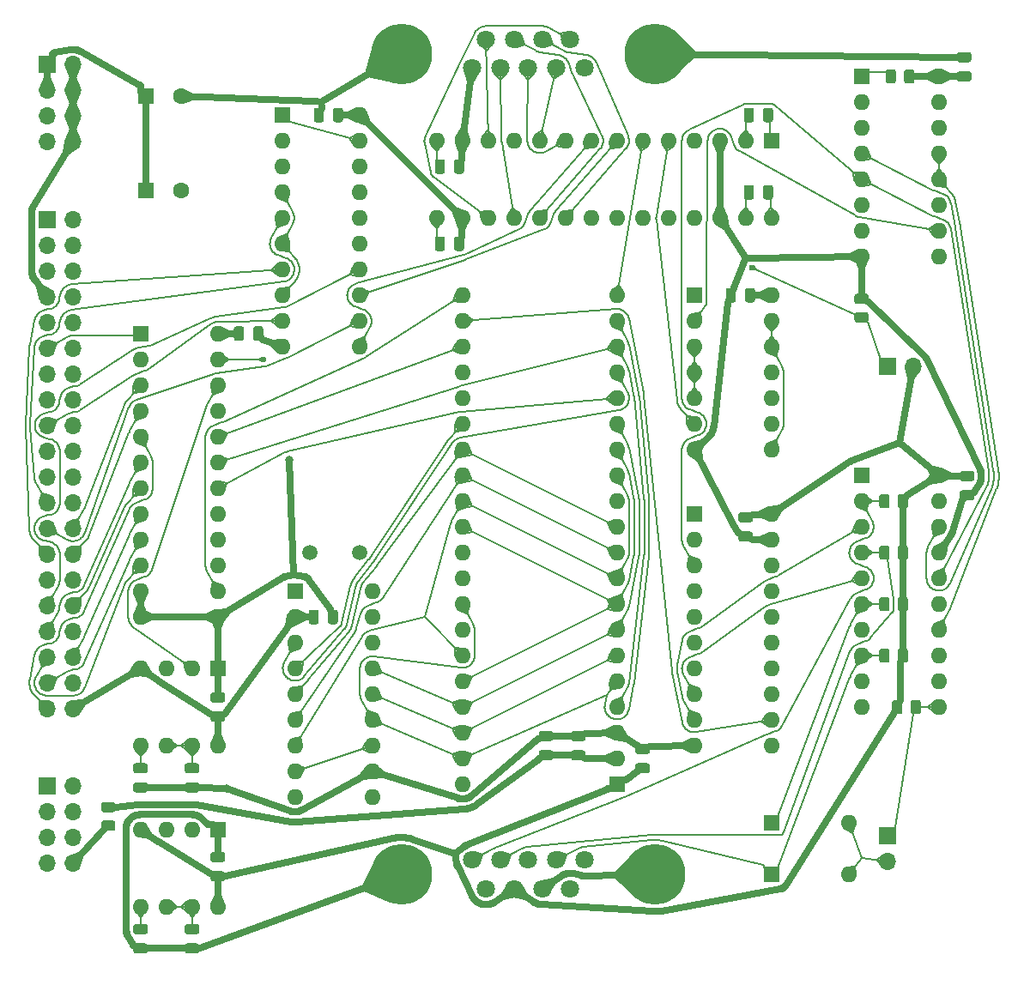
<source format=gbr>
%TF.GenerationSoftware,KiCad,Pcbnew,(5.1.9)-1*%
%TF.CreationDate,2021-11-03T00:36:12-04:00*%
%TF.ProjectId,main,6d61696e-2e6b-4696-9361-645f70636258,rev?*%
%TF.SameCoordinates,Original*%
%TF.FileFunction,Copper,L2,Bot*%
%TF.FilePolarity,Positive*%
%FSLAX46Y46*%
G04 Gerber Fmt 4.6, Leading zero omitted, Abs format (unit mm)*
G04 Created by KiCad (PCBNEW (5.1.9)-1) date 2021-11-03 00:36:12*
%MOMM*%
%LPD*%
G01*
G04 APERTURE LIST*
%TA.AperFunction,ComponentPad*%
%ADD10O,1.600000X1.600000*%
%TD*%
%TA.AperFunction,ComponentPad*%
%ADD11R,1.600000X1.600000*%
%TD*%
%TA.AperFunction,ComponentPad*%
%ADD12O,1.700000X1.700000*%
%TD*%
%TA.AperFunction,ComponentPad*%
%ADD13R,1.700000X1.700000*%
%TD*%
%TA.AperFunction,ComponentPad*%
%ADD14C,1.800000*%
%TD*%
%TA.AperFunction,ComponentPad*%
%ADD15C,6.000000*%
%TD*%
%TA.AperFunction,ComponentPad*%
%ADD16C,1.500000*%
%TD*%
%TA.AperFunction,ComponentPad*%
%ADD17C,1.600000*%
%TD*%
%TA.AperFunction,ViaPad*%
%ADD18C,0.800000*%
%TD*%
%TA.AperFunction,ViaPad*%
%ADD19C,0.600000*%
%TD*%
%TA.AperFunction,Conductor*%
%ADD20C,0.700000*%
%TD*%
%TA.AperFunction,Conductor*%
%ADD21C,0.200000*%
%TD*%
G04 APERTURE END LIST*
%TO.P,J12,2*%
%TO.N,-12V*%
%TA.AperFunction,SMDPad,CuDef*%
G36*
G01*
X29025001Y-104375000D02*
X28124999Y-104375000D01*
G75*
G02*
X27875000Y-104125001I0J249999D01*
G01*
X27875000Y-103599999D01*
G75*
G02*
X28124999Y-103350000I249999J0D01*
G01*
X29025001Y-103350000D01*
G75*
G02*
X29275000Y-103599999I0J-249999D01*
G01*
X29275000Y-104125001D01*
G75*
G02*
X29025001Y-104375000I-249999J0D01*
G01*
G37*
%TD.AperFunction*%
%TO.P,J12,1*%
%TO.N,Net-(J1-Pad8)*%
%TA.AperFunction,SMDPad,CuDef*%
G36*
G01*
X29025001Y-106200000D02*
X28124999Y-106200000D01*
G75*
G02*
X27875000Y-105950001I0J249999D01*
G01*
X27875000Y-105424999D01*
G75*
G02*
X28124999Y-105175000I249999J0D01*
G01*
X29025001Y-105175000D01*
G75*
G02*
X29275000Y-105424999I0J-249999D01*
G01*
X29275000Y-105950001D01*
G75*
G02*
X29025001Y-106200000I-249999J0D01*
G01*
G37*
%TD.AperFunction*%
%TD*%
D10*
%TO.P,U10,8*%
%TO.N,+5V*%
X39370000Y-113665000D03*
%TO.P,U10,4*%
X31750000Y-106045000D03*
%TO.P,U10,7*%
%TO.N,Net-(C13-Pad1)*%
X36830000Y-113665000D03*
%TO.P,U10,3*%
%TO.N,Net-(U10-Pad3)*%
X34290000Y-106045000D03*
%TO.P,U10,6*%
%TO.N,Net-(C13-Pad1)*%
X34290000Y-113665000D03*
%TO.P,U10,2*%
%TO.N,~PADTRG~*%
X36830000Y-106045000D03*
%TO.P,U10,5*%
%TO.N,Net-(C12-Pad1)*%
X31750000Y-113665000D03*
D11*
%TO.P,U10,1*%
%TO.N,GND*%
X39370000Y-106045000D03*
%TD*%
D10*
%TO.P,U9,8*%
%TO.N,+5V*%
X39370000Y-97790000D03*
%TO.P,U9,4*%
X31750000Y-90170000D03*
%TO.P,U9,7*%
%TO.N,Net-(C11-Pad1)*%
X36830000Y-97790000D03*
%TO.P,U9,3*%
%TO.N,Net-(U4-Pad13)*%
X34290000Y-90170000D03*
%TO.P,U9,6*%
%TO.N,Net-(C11-Pad1)*%
X34290000Y-97790000D03*
%TO.P,U9,2*%
%TO.N,~PADTRG~*%
X36830000Y-90170000D03*
%TO.P,U9,5*%
%TO.N,Net-(C10-Pad1)*%
X31750000Y-97790000D03*
D11*
%TO.P,U9,1*%
%TO.N,GND*%
X39370000Y-90170000D03*
%TD*%
D10*
%TO.P,U4,20*%
%TO.N,+5V*%
X110490000Y-71120000D03*
%TO.P,U4,10*%
%TO.N,GND*%
X102870000Y-93980000D03*
%TO.P,U4,19*%
%TO.N,JSTK*%
X110490000Y-73660000D03*
%TO.P,U4,9*%
%TO.N,F_D4*%
X102870000Y-91440000D03*
%TO.P,U4,18*%
%TO.N,F_D0*%
X110490000Y-76200000D03*
%TO.P,U4,8*%
%TO.N,Net-(D1-Pad1)*%
X102870000Y-88900000D03*
%TO.P,U4,17*%
%TO.N,GND*%
X110490000Y-78740000D03*
%TO.P,U4,7*%
%TO.N,F_D5*%
X102870000Y-86360000D03*
%TO.P,U4,16*%
%TO.N,F_D1*%
X110490000Y-81280000D03*
%TO.P,U4,6*%
%TO.N,Net-(D2-Pad1)*%
X102870000Y-83820000D03*
%TO.P,U4,15*%
%TO.N,Net-(U10-Pad3)*%
X110490000Y-83820000D03*
%TO.P,U4,5*%
%TO.N,F_D6*%
X102870000Y-81280000D03*
%TO.P,U4,14*%
%TO.N,F_D2*%
X110490000Y-86360000D03*
%TO.P,U4,4*%
%TO.N,Net-(J2-Pad2)*%
X102870000Y-78740000D03*
%TO.P,U4,13*%
%TO.N,Net-(U4-Pad13)*%
X110490000Y-88900000D03*
%TO.P,U4,3*%
%TO.N,F_D7*%
X102870000Y-76200000D03*
%TO.P,U4,12*%
%TO.N,F_D3*%
X110490000Y-91440000D03*
%TO.P,U4,2*%
%TO.N,Net-(J2-Pad1)*%
X102870000Y-73660000D03*
%TO.P,U4,11*%
%TO.N,Net-(J2-Pad6)*%
X110490000Y-93980000D03*
D11*
%TO.P,U4,1*%
%TO.N,JSTK*%
X102870000Y-71120000D03*
%TD*%
%TO.P,R8,2*%
%TO.N,+5V*%
%TA.AperFunction,SMDPad,CuDef*%
G36*
G01*
X106445000Y-74110001D02*
X106445000Y-73209999D01*
G75*
G02*
X106694999Y-72960000I249999J0D01*
G01*
X107220001Y-72960000D01*
G75*
G02*
X107470000Y-73209999I0J-249999D01*
G01*
X107470000Y-74110001D01*
G75*
G02*
X107220001Y-74360000I-249999J0D01*
G01*
X106694999Y-74360000D01*
G75*
G02*
X106445000Y-74110001I0J249999D01*
G01*
G37*
%TD.AperFunction*%
%TO.P,R8,1*%
%TO.N,Net-(J2-Pad1)*%
%TA.AperFunction,SMDPad,CuDef*%
G36*
G01*
X104620000Y-74110001D02*
X104620000Y-73209999D01*
G75*
G02*
X104869999Y-72960000I249999J0D01*
G01*
X105395001Y-72960000D01*
G75*
G02*
X105645000Y-73209999I0J-249999D01*
G01*
X105645000Y-74110001D01*
G75*
G02*
X105395001Y-74360000I-249999J0D01*
G01*
X104869999Y-74360000D01*
G75*
G02*
X104620000Y-74110001I0J249999D01*
G01*
G37*
%TD.AperFunction*%
%TD*%
%TO.P,R7,2*%
%TO.N,+5V*%
%TA.AperFunction,SMDPad,CuDef*%
G36*
G01*
X106445000Y-79190001D02*
X106445000Y-78289999D01*
G75*
G02*
X106694999Y-78040000I249999J0D01*
G01*
X107220001Y-78040000D01*
G75*
G02*
X107470000Y-78289999I0J-249999D01*
G01*
X107470000Y-79190001D01*
G75*
G02*
X107220001Y-79440000I-249999J0D01*
G01*
X106694999Y-79440000D01*
G75*
G02*
X106445000Y-79190001I0J249999D01*
G01*
G37*
%TD.AperFunction*%
%TO.P,R7,1*%
%TO.N,Net-(J2-Pad2)*%
%TA.AperFunction,SMDPad,CuDef*%
G36*
G01*
X104620000Y-79190001D02*
X104620000Y-78289999D01*
G75*
G02*
X104869999Y-78040000I249999J0D01*
G01*
X105395001Y-78040000D01*
G75*
G02*
X105645000Y-78289999I0J-249999D01*
G01*
X105645000Y-79190001D01*
G75*
G02*
X105395001Y-79440000I-249999J0D01*
G01*
X104869999Y-79440000D01*
G75*
G02*
X104620000Y-79190001I0J249999D01*
G01*
G37*
%TD.AperFunction*%
%TD*%
%TO.P,R6,2*%
%TO.N,+5V*%
%TA.AperFunction,SMDPad,CuDef*%
G36*
G01*
X106445000Y-84270001D02*
X106445000Y-83369999D01*
G75*
G02*
X106694999Y-83120000I249999J0D01*
G01*
X107220001Y-83120000D01*
G75*
G02*
X107470000Y-83369999I0J-249999D01*
G01*
X107470000Y-84270001D01*
G75*
G02*
X107220001Y-84520000I-249999J0D01*
G01*
X106694999Y-84520000D01*
G75*
G02*
X106445000Y-84270001I0J249999D01*
G01*
G37*
%TD.AperFunction*%
%TO.P,R6,1*%
%TO.N,Net-(D2-Pad1)*%
%TA.AperFunction,SMDPad,CuDef*%
G36*
G01*
X104620000Y-84270001D02*
X104620000Y-83369999D01*
G75*
G02*
X104869999Y-83120000I249999J0D01*
G01*
X105395001Y-83120000D01*
G75*
G02*
X105645000Y-83369999I0J-249999D01*
G01*
X105645000Y-84270001D01*
G75*
G02*
X105395001Y-84520000I-249999J0D01*
G01*
X104869999Y-84520000D01*
G75*
G02*
X104620000Y-84270001I0J249999D01*
G01*
G37*
%TD.AperFunction*%
%TD*%
%TO.P,R5,2*%
%TO.N,+5V*%
%TA.AperFunction,SMDPad,CuDef*%
G36*
G01*
X106445000Y-89350001D02*
X106445000Y-88449999D01*
G75*
G02*
X106694999Y-88200000I249999J0D01*
G01*
X107220001Y-88200000D01*
G75*
G02*
X107470000Y-88449999I0J-249999D01*
G01*
X107470000Y-89350001D01*
G75*
G02*
X107220001Y-89600000I-249999J0D01*
G01*
X106694999Y-89600000D01*
G75*
G02*
X106445000Y-89350001I0J249999D01*
G01*
G37*
%TD.AperFunction*%
%TO.P,R5,1*%
%TO.N,Net-(D1-Pad1)*%
%TA.AperFunction,SMDPad,CuDef*%
G36*
G01*
X104620000Y-89350001D02*
X104620000Y-88449999D01*
G75*
G02*
X104869999Y-88200000I249999J0D01*
G01*
X105395001Y-88200000D01*
G75*
G02*
X105645000Y-88449999I0J-249999D01*
G01*
X105645000Y-89350001D01*
G75*
G02*
X105395001Y-89600000I-249999J0D01*
G01*
X104869999Y-89600000D01*
G75*
G02*
X104620000Y-89350001I0J249999D01*
G01*
G37*
%TD.AperFunction*%
%TD*%
%TO.P,R4,2*%
%TO.N,+5V*%
%TA.AperFunction,SMDPad,CuDef*%
G36*
G01*
X106915000Y-93529999D02*
X106915000Y-94430001D01*
G75*
G02*
X106665001Y-94680000I-249999J0D01*
G01*
X106139999Y-94680000D01*
G75*
G02*
X105890000Y-94430001I0J249999D01*
G01*
X105890000Y-93529999D01*
G75*
G02*
X106139999Y-93280000I249999J0D01*
G01*
X106665001Y-93280000D01*
G75*
G02*
X106915000Y-93529999I0J-249999D01*
G01*
G37*
%TD.AperFunction*%
%TO.P,R4,1*%
%TO.N,Net-(J2-Pad6)*%
%TA.AperFunction,SMDPad,CuDef*%
G36*
G01*
X108740000Y-93529999D02*
X108740000Y-94430001D01*
G75*
G02*
X108490001Y-94680000I-249999J0D01*
G01*
X107964999Y-94680000D01*
G75*
G02*
X107715000Y-94430001I0J249999D01*
G01*
X107715000Y-93529999D01*
G75*
G02*
X107964999Y-93280000I249999J0D01*
G01*
X108490001Y-93280000D01*
G75*
G02*
X108740000Y-93529999I0J-249999D01*
G01*
G37*
%TD.AperFunction*%
%TD*%
D12*
%TO.P,JP2,2*%
%TO.N,Net-(D1-Pad2)*%
X105410000Y-109220000D03*
D13*
%TO.P,JP2,1*%
%TO.N,Net-(J2-Pad6)*%
X105410000Y-106680000D03*
%TD*%
D14*
%TO.P,J2,7*%
%TO.N,+5V*%
X68615000Y-111920000D03*
%TO.P,J2,5*%
%TO.N,Net-(C11-Pad1)*%
X75540000Y-109080000D03*
%TO.P,J2,9*%
%TO.N,Net-(C13-Pad1)*%
X74155000Y-111920000D03*
%TO.P,J2,2*%
%TO.N,Net-(J2-Pad2)*%
X67230000Y-109080000D03*
%TO.P,J2,4*%
%TO.N,Net-(D1-Pad1)*%
X72770000Y-109080000D03*
%TO.P,J2,1*%
%TO.N,Net-(J2-Pad1)*%
X64460000Y-109080000D03*
%TO.P,J2,8*%
%TO.N,GND*%
X71385000Y-111920000D03*
%TO.P,J2,6*%
%TO.N,Net-(J2-Pad6)*%
X65845000Y-111920000D03*
%TO.P,J2,3*%
%TO.N,Net-(D2-Pad1)*%
X70000000Y-109080000D03*
D15*
%TO.P,J2,0*%
%TO.N,GND*%
X57505000Y-110500000D03*
X82495000Y-110500000D03*
%TD*%
D10*
%TO.P,D2,2*%
%TO.N,Net-(D1-Pad2)*%
X101600000Y-105410000D03*
D11*
%TO.P,D2,1*%
%TO.N,Net-(D2-Pad1)*%
X93980000Y-105410000D03*
%TD*%
D10*
%TO.P,D1,2*%
%TO.N,Net-(D1-Pad2)*%
X101600000Y-110490000D03*
D11*
%TO.P,D1,1*%
%TO.N,Net-(D1-Pad1)*%
X93980000Y-110490000D03*
%TD*%
%TO.P,C13,2*%
%TO.N,GND*%
%TA.AperFunction,SMDPad,CuDef*%
G36*
G01*
X36355000Y-117290000D02*
X37305000Y-117290000D01*
G75*
G02*
X37555000Y-117540000I0J-250000D01*
G01*
X37555000Y-118040000D01*
G75*
G02*
X37305000Y-118290000I-250000J0D01*
G01*
X36355000Y-118290000D01*
G75*
G02*
X36105000Y-118040000I0J250000D01*
G01*
X36105000Y-117540000D01*
G75*
G02*
X36355000Y-117290000I250000J0D01*
G01*
G37*
%TD.AperFunction*%
%TO.P,C13,1*%
%TO.N,Net-(C13-Pad1)*%
%TA.AperFunction,SMDPad,CuDef*%
G36*
G01*
X36355000Y-115390000D02*
X37305000Y-115390000D01*
G75*
G02*
X37555000Y-115640000I0J-250000D01*
G01*
X37555000Y-116140000D01*
G75*
G02*
X37305000Y-116390000I-250000J0D01*
G01*
X36355000Y-116390000D01*
G75*
G02*
X36105000Y-116140000I0J250000D01*
G01*
X36105000Y-115640000D01*
G75*
G02*
X36355000Y-115390000I250000J0D01*
G01*
G37*
%TD.AperFunction*%
%TD*%
%TO.P,C12,2*%
%TO.N,GND*%
%TA.AperFunction,SMDPad,CuDef*%
G36*
G01*
X31275000Y-117290000D02*
X32225000Y-117290000D01*
G75*
G02*
X32475000Y-117540000I0J-250000D01*
G01*
X32475000Y-118040000D01*
G75*
G02*
X32225000Y-118290000I-250000J0D01*
G01*
X31275000Y-118290000D01*
G75*
G02*
X31025000Y-118040000I0J250000D01*
G01*
X31025000Y-117540000D01*
G75*
G02*
X31275000Y-117290000I250000J0D01*
G01*
G37*
%TD.AperFunction*%
%TO.P,C12,1*%
%TO.N,Net-(C12-Pad1)*%
%TA.AperFunction,SMDPad,CuDef*%
G36*
G01*
X31275000Y-115390000D02*
X32225000Y-115390000D01*
G75*
G02*
X32475000Y-115640000I0J-250000D01*
G01*
X32475000Y-116140000D01*
G75*
G02*
X32225000Y-116390000I-250000J0D01*
G01*
X31275000Y-116390000D01*
G75*
G02*
X31025000Y-116140000I0J250000D01*
G01*
X31025000Y-115640000D01*
G75*
G02*
X31275000Y-115390000I250000J0D01*
G01*
G37*
%TD.AperFunction*%
%TD*%
%TO.P,C11,2*%
%TO.N,GND*%
%TA.AperFunction,SMDPad,CuDef*%
G36*
G01*
X36355000Y-101415000D02*
X37305000Y-101415000D01*
G75*
G02*
X37555000Y-101665000I0J-250000D01*
G01*
X37555000Y-102165000D01*
G75*
G02*
X37305000Y-102415000I-250000J0D01*
G01*
X36355000Y-102415000D01*
G75*
G02*
X36105000Y-102165000I0J250000D01*
G01*
X36105000Y-101665000D01*
G75*
G02*
X36355000Y-101415000I250000J0D01*
G01*
G37*
%TD.AperFunction*%
%TO.P,C11,1*%
%TO.N,Net-(C11-Pad1)*%
%TA.AperFunction,SMDPad,CuDef*%
G36*
G01*
X36355000Y-99515000D02*
X37305000Y-99515000D01*
G75*
G02*
X37555000Y-99765000I0J-250000D01*
G01*
X37555000Y-100265000D01*
G75*
G02*
X37305000Y-100515000I-250000J0D01*
G01*
X36355000Y-100515000D01*
G75*
G02*
X36105000Y-100265000I0J250000D01*
G01*
X36105000Y-99765000D01*
G75*
G02*
X36355000Y-99515000I250000J0D01*
G01*
G37*
%TD.AperFunction*%
%TD*%
%TO.P,C10,2*%
%TO.N,GND*%
%TA.AperFunction,SMDPad,CuDef*%
G36*
G01*
X31275000Y-101415000D02*
X32225000Y-101415000D01*
G75*
G02*
X32475000Y-101665000I0J-250000D01*
G01*
X32475000Y-102165000D01*
G75*
G02*
X32225000Y-102415000I-250000J0D01*
G01*
X31275000Y-102415000D01*
G75*
G02*
X31025000Y-102165000I0J250000D01*
G01*
X31025000Y-101665000D01*
G75*
G02*
X31275000Y-101415000I250000J0D01*
G01*
G37*
%TD.AperFunction*%
%TO.P,C10,1*%
%TO.N,Net-(C10-Pad1)*%
%TA.AperFunction,SMDPad,CuDef*%
G36*
G01*
X31275000Y-99515000D02*
X32225000Y-99515000D01*
G75*
G02*
X32475000Y-99765000I0J-250000D01*
G01*
X32475000Y-100265000D01*
G75*
G02*
X32225000Y-100515000I-250000J0D01*
G01*
X31275000Y-100515000D01*
G75*
G02*
X31025000Y-100265000I0J250000D01*
G01*
X31025000Y-99765000D01*
G75*
G02*
X31275000Y-99515000I250000J0D01*
G01*
G37*
%TD.AperFunction*%
%TD*%
D12*
%TO.P,JP1,2*%
%TO.N,+5V*%
X107950000Y-60325000D03*
D13*
%TO.P,JP1,1*%
%TO.N,Net-(JP1-Pad1)*%
X105410000Y-60325000D03*
%TD*%
D10*
%TO.P,U8,20*%
%TO.N,+5V*%
X53340000Y-35560000D03*
%TO.P,U8,10*%
%TO.N,GND*%
X45720000Y-58420000D03*
%TO.P,U8,19*%
%TO.N,~E8-in~*%
X53340000Y-38100000D03*
%TO.P,U8,9*%
%TO.N,F_D4*%
X45720000Y-55880000D03*
%TO.P,U8,18*%
%TO.N,F_D0*%
X53340000Y-40640000D03*
%TO.P,U8,8*%
%TO.N,RXD*%
X45720000Y-53340000D03*
%TO.P,U8,17*%
%TO.N,CTS*%
X53340000Y-43180000D03*
%TO.P,U8,7*%
%TO.N,F_D5*%
X45720000Y-50800000D03*
%TO.P,U8,16*%
%TO.N,F_D1*%
X53340000Y-45720000D03*
%TO.P,U8,6*%
%TO.N,RXD*%
X45720000Y-48260000D03*
%TO.P,U8,15*%
%TO.N,DSR*%
X53340000Y-48260000D03*
%TO.P,U8,5*%
%TO.N,F_D6*%
X45720000Y-45720000D03*
%TO.P,U8,14*%
%TO.N,F_D2*%
X53340000Y-50800000D03*
%TO.P,U8,4*%
%TO.N,RXD*%
X45720000Y-43180000D03*
%TO.P,U8,13*%
%TO.N,DCD*%
X53340000Y-53340000D03*
%TO.P,U8,3*%
%TO.N,F_D7*%
X45720000Y-40640000D03*
%TO.P,U8,12*%
%TO.N,F_D3*%
X53340000Y-55880000D03*
%TO.P,U8,2*%
%TO.N,RXD*%
X45720000Y-38100000D03*
%TO.P,U8,11*%
%TO.N,RI*%
X53340000Y-58420000D03*
D11*
%TO.P,U8,1*%
%TO.N,~E8-in~*%
X45720000Y-35560000D03*
%TD*%
D10*
%TO.P,U7,16*%
%TO.N,+5V*%
X110490000Y-31750000D03*
%TO.P,U7,8*%
%TO.N,GND*%
X102870000Y-49530000D03*
%TO.P,U7,15*%
%TO.N,N/C*%
X110490000Y-34290000D03*
%TO.P,U7,7*%
%TO.N,RTS*%
X102870000Y-46990000D03*
%TO.P,U7,14*%
%TO.N,N/C*%
X110490000Y-36830000D03*
%TO.P,U7,6*%
X102870000Y-44450000D03*
%TO.P,U7,13*%
%TO.N,F_D2*%
X110490000Y-39370000D03*
%TO.P,U7,5*%
%TO.N,F_D1*%
X102870000Y-41910000D03*
%TO.P,U7,12*%
%TO.N,F_D2*%
X110490000Y-41910000D03*
%TO.P,U7,4*%
%TO.N,F_D0*%
X102870000Y-39370000D03*
%TO.P,U7,11*%
%TO.N,N/C*%
X110490000Y-44450000D03*
%TO.P,U7,3*%
X102870000Y-36830000D03*
%TO.P,U7,10*%
%TO.N,Net-(U6-Pad2)*%
X110490000Y-46990000D03*
%TO.P,U7,2*%
%TO.N,DTR*%
X102870000Y-34290000D03*
%TO.P,U7,9*%
%TO.N,EA-out*%
X110490000Y-49530000D03*
D11*
%TO.P,U7,1*%
%TO.N,Net-(R3-Pad1)*%
X102870000Y-31750000D03*
%TD*%
D10*
%TO.P,U6,14*%
%TO.N,+5V*%
X93980000Y-53340000D03*
%TO.P,U6,7*%
%TO.N,GND*%
X86360000Y-68580000D03*
%TO.P,U6,13*%
%TO.N,Net-(U6-Pad12)*%
X93980000Y-55880000D03*
%TO.P,U6,6*%
%TO.N,TXD*%
X86360000Y-66040000D03*
%TO.P,U6,12*%
%TO.N,Net-(U6-Pad12)*%
X93980000Y-58420000D03*
%TO.P,U6,5*%
%TO.N,Net-(U6-Pad3)*%
X86360000Y-63500000D03*
%TO.P,U6,11*%
%TO.N,Net-(U3-Pad1)*%
X93980000Y-60960000D03*
%TO.P,U6,4*%
%TO.N,Net-(U6-Pad3)*%
X86360000Y-60960000D03*
%TO.P,U6,10*%
%TO.N,~EA-in~*%
X93980000Y-63500000D03*
%TO.P,U6,3*%
%TO.N,Net-(U6-Pad3)*%
X86360000Y-58420000D03*
%TO.P,U6,9*%
%TO.N,~EB-in~*%
X93980000Y-66040000D03*
%TO.P,U6,2*%
%TO.N,Net-(U6-Pad2)*%
X86360000Y-55880000D03*
%TO.P,U6,8*%
%TO.N,Net-(U6-Pad12)*%
X93980000Y-68580000D03*
D11*
%TO.P,U6,1*%
%TO.N,Net-(U1-Pad25)*%
X86360000Y-53340000D03*
%TD*%
D10*
%TO.P,U3,20*%
%TO.N,+5V*%
X93980000Y-74930000D03*
%TO.P,U3,10*%
%TO.N,GND*%
X86360000Y-97790000D03*
%TO.P,U3,19*%
X93980000Y-77470000D03*
%TO.P,U3,9*%
%TO.N,F_D7*%
X86360000Y-95250000D03*
%TO.P,U3,18*%
%TO.N,D0*%
X93980000Y-80010000D03*
%TO.P,U3,8*%
%TO.N,F_D6*%
X86360000Y-92710000D03*
%TO.P,U3,17*%
%TO.N,D1*%
X93980000Y-82550000D03*
%TO.P,U3,7*%
%TO.N,F_D5*%
X86360000Y-90170000D03*
%TO.P,U3,16*%
%TO.N,D2*%
X93980000Y-85090000D03*
%TO.P,U3,6*%
%TO.N,F_D4*%
X86360000Y-87630000D03*
%TO.P,U3,15*%
%TO.N,D3*%
X93980000Y-87630000D03*
%TO.P,U3,5*%
%TO.N,F_D3*%
X86360000Y-85090000D03*
%TO.P,U3,14*%
%TO.N,D4*%
X93980000Y-90170000D03*
%TO.P,U3,4*%
%TO.N,F_D2*%
X86360000Y-82550000D03*
%TO.P,U3,13*%
%TO.N,D5*%
X93980000Y-92710000D03*
%TO.P,U3,3*%
%TO.N,F_D1*%
X86360000Y-80010000D03*
%TO.P,U3,12*%
%TO.N,D6*%
X93980000Y-95250000D03*
%TO.P,U3,2*%
%TO.N,F_D0*%
X86360000Y-77470000D03*
%TO.P,U3,11*%
%TO.N,D7*%
X93980000Y-97790000D03*
D11*
%TO.P,U3,1*%
%TO.N,Net-(U3-Pad1)*%
X86360000Y-74930000D03*
%TD*%
D14*
%TO.P,J5,7*%
%TO.N,RTS-H*%
X71385000Y-28080000D03*
%TO.P,J5,5*%
%TO.N,GND*%
X64460000Y-30920000D03*
%TO.P,J5,9*%
%TO.N,RI-H*%
X65845000Y-28080000D03*
%TO.P,J5,2*%
%TO.N,RXD-H*%
X72770000Y-30920000D03*
%TO.P,J5,4*%
%TO.N,DTR-H*%
X67230000Y-30920000D03*
%TO.P,J5,1*%
%TO.N,DCD-H*%
X75540000Y-30920000D03*
%TO.P,J5,8*%
%TO.N,CTS-H*%
X68615000Y-28080000D03*
%TO.P,J5,6*%
%TO.N,DSR-H*%
X74155000Y-28080000D03*
%TO.P,J5,3*%
%TO.N,TXD-H*%
X70000000Y-30920000D03*
D15*
%TO.P,J5,0*%
%TO.N,GND*%
X82495000Y-29500000D03*
X57505000Y-29500000D03*
%TD*%
D16*
%TO.P,Y1,2*%
%TO.N,Net-(U2-Pad1)*%
X48440000Y-78740000D03*
%TO.P,Y1,1*%
%TO.N,Net-(U2-Pad18)*%
X53340000Y-78740000D03*
%TD*%
D10*
%TO.P,U5,28*%
%TO.N,Net-(C6-Pad1)*%
X93980000Y-45720000D03*
%TO.P,U5,14*%
%TO.N,Net-(C8-Pad1)*%
X60960000Y-38100000D03*
%TO.P,U5,27*%
%TO.N,Net-(C6-Pad2)*%
X91440000Y-45720000D03*
%TO.P,U5,13*%
%TO.N,GND*%
X63500000Y-38100000D03*
%TO.P,U5,26*%
X88900000Y-45720000D03*
%TO.P,U5,12*%
%TO.N,RI-H*%
X66040000Y-38100000D03*
%TO.P,U5,25*%
%TO.N,RTS*%
X86360000Y-45720000D03*
%TO.P,U5,11*%
%TO.N,DCD-H*%
X68580000Y-38100000D03*
%TO.P,U5,24*%
%TO.N,DTR*%
X83820000Y-45720000D03*
%TO.P,U5,10*%
%TO.N,RXD-H*%
X71120000Y-38100000D03*
%TO.P,U5,23*%
%TO.N,CTS*%
X81280000Y-45720000D03*
%TO.P,U5,9*%
%TO.N,TXD-H*%
X73660000Y-38100000D03*
%TO.P,U5,22*%
%TO.N,DSR*%
X78740000Y-45720000D03*
%TO.P,U5,8*%
%TO.N,RI*%
X76200000Y-38100000D03*
%TO.P,U5,21*%
%TO.N,Net-(JP1-Pad1)*%
X76200000Y-45720000D03*
%TO.P,U5,7*%
%TO.N,DCD*%
X78740000Y-38100000D03*
%TO.P,U5,20*%
%TO.N,RTS-H*%
X73660000Y-45720000D03*
%TO.P,U5,6*%
%TO.N,RXD*%
X81280000Y-38100000D03*
%TO.P,U5,19*%
%TO.N,CTS-H*%
X71120000Y-45720000D03*
%TO.P,U5,5*%
%TO.N,TXD*%
X83820000Y-38100000D03*
%TO.P,U5,18*%
%TO.N,DTR-H*%
X68580000Y-45720000D03*
%TO.P,U5,4*%
%TO.N,N/C*%
X86360000Y-38100000D03*
%TO.P,U5,17*%
%TO.N,DSR-H*%
X66040000Y-45720000D03*
%TO.P,U5,3*%
%TO.N,GND*%
X88900000Y-38100000D03*
%TO.P,U5,16*%
%TO.N,+5V*%
X63500000Y-45720000D03*
%TO.P,U5,2*%
%TO.N,Net-(C5-Pad2)*%
X91440000Y-38100000D03*
%TO.P,U5,15*%
%TO.N,Net-(C9-Pad1)*%
X60960000Y-45720000D03*
D11*
%TO.P,U5,1*%
%TO.N,Net-(C5-Pad1)*%
X93980000Y-38100000D03*
%TD*%
D10*
%TO.P,U2,18*%
%TO.N,Net-(U2-Pad18)*%
X54610000Y-82550000D03*
%TO.P,U2,9*%
%TO.N,N/C*%
X46990000Y-102870000D03*
%TO.P,U2,17*%
%TO.N,FT*%
X54610000Y-85090000D03*
%TO.P,U2,8*%
%TO.N,BRG*%
X46990000Y-100330000D03*
%TO.P,U2,16*%
%TO.N,D4*%
X54610000Y-87630000D03*
%TO.P,U2,7*%
%TO.N,D3*%
X46990000Y-97790000D03*
%TO.P,U2,15*%
%TO.N,D5*%
X54610000Y-90170000D03*
%TO.P,U2,6*%
%TO.N,D2*%
X46990000Y-95250000D03*
%TO.P,U2,14*%
%TO.N,D6*%
X54610000Y-92710000D03*
%TO.P,U2,5*%
%TO.N,D1*%
X46990000Y-92710000D03*
%TO.P,U2,13*%
%TO.N,D7*%
X54610000Y-95250000D03*
%TO.P,U2,4*%
%TO.N,D0*%
X46990000Y-90170000D03*
%TO.P,U2,12*%
%TO.N,BRG*%
X54610000Y-97790000D03*
%TO.P,U2,3*%
%TO.N,FR*%
X46990000Y-87630000D03*
%TO.P,U2,11*%
%TO.N,GND*%
X54610000Y-100330000D03*
%TO.P,U2,2*%
%TO.N,+5V*%
X46990000Y-85090000D03*
%TO.P,U2,10*%
%TO.N,N/C*%
X54610000Y-102870000D03*
D11*
%TO.P,U2,1*%
%TO.N,Net-(U2-Pad1)*%
X46990000Y-82550000D03*
%TD*%
D10*
%TO.P,U1,40*%
%TO.N,FT*%
X63500000Y-101600000D03*
%TO.P,U1,20*%
%TO.N,RXD*%
X78740000Y-53340000D03*
%TO.P,U1,39*%
%TO.N,D7*%
X63500000Y-99060000D03*
%TO.P,U1,19*%
X78740000Y-55880000D03*
%TO.P,U1,38*%
%TO.N,D6*%
X63500000Y-96520000D03*
%TO.P,U1,18*%
%TO.N,~EB-in~*%
X78740000Y-58420000D03*
%TO.P,U1,37*%
%TO.N,D5*%
X63500000Y-93980000D03*
%TO.P,U1,17*%
%TO.N,FR*%
X78740000Y-60960000D03*
%TO.P,U1,36*%
%TO.N,D4*%
X63500000Y-91440000D03*
%TO.P,U1,16*%
%TO.N,~EA-in~*%
X78740000Y-63500000D03*
%TO.P,U1,35*%
%TO.N,D3*%
X63500000Y-88900000D03*
%TO.P,U1,15*%
%TO.N,D5*%
X78740000Y-66040000D03*
%TO.P,U1,34*%
%TO.N,EA-out*%
X63500000Y-86360000D03*
%TO.P,U1,14*%
%TO.N,D4*%
X78740000Y-68580000D03*
%TO.P,U1,33*%
%TO.N,D7*%
X63500000Y-83820000D03*
%TO.P,U1,13*%
%TO.N,D3*%
X78740000Y-71120000D03*
%TO.P,U1,32*%
%TO.N,D6*%
X63500000Y-81280000D03*
%TO.P,U1,12*%
%TO.N,D0*%
X78740000Y-73660000D03*
%TO.P,U1,31*%
%TO.N,D5*%
X63500000Y-78740000D03*
%TO.P,U1,11*%
%TO.N,D1*%
X78740000Y-76200000D03*
%TO.P,U1,30*%
%TO.N,D4*%
X63500000Y-76200000D03*
%TO.P,U1,10*%
%TO.N,D2*%
X78740000Y-78740000D03*
%TO.P,U1,29*%
%TO.N,D3*%
X63500000Y-73660000D03*
%TO.P,U1,9*%
X78740000Y-81280000D03*
%TO.P,U1,28*%
%TO.N,D2*%
X63500000Y-71120000D03*
%TO.P,U1,8*%
%TO.N,D4*%
X78740000Y-83820000D03*
%TO.P,U1,27*%
%TO.N,D1*%
X63500000Y-68580000D03*
%TO.P,U1,7*%
%TO.N,D5*%
X78740000Y-86360000D03*
%TO.P,U1,26*%
%TO.N,D0*%
X63500000Y-66040000D03*
%TO.P,U1,6*%
%TO.N,D6*%
X78740000Y-88900000D03*
%TO.P,U1,25*%
%TO.N,Net-(U1-Pad25)*%
X63500000Y-63500000D03*
%TO.P,U1,5*%
%TO.N,D7*%
X78740000Y-91440000D03*
%TO.P,U1,24*%
%TO.N,N/C*%
X63500000Y-60960000D03*
%TO.P,U1,4*%
%TO.N,~EB-in~*%
X78740000Y-93980000D03*
%TO.P,U1,23*%
%TO.N,~EB-out~*%
X63500000Y-58420000D03*
%TO.P,U1,3*%
%TO.N,GND*%
X78740000Y-96520000D03*
%TO.P,U1,22*%
%TO.N,D6*%
X63500000Y-55880000D03*
%TO.P,U1,2*%
%TO.N,-12V*%
X78740000Y-99060000D03*
%TO.P,U1,21*%
%TO.N,E8-out*%
X63500000Y-53340000D03*
D11*
%TO.P,U1,1*%
%TO.N,+5V*%
X78740000Y-101600000D03*
%TD*%
%TO.P,R3,2*%
%TO.N,+5V*%
%TA.AperFunction,SMDPad,CuDef*%
G36*
G01*
X107080000Y-32200001D02*
X107080000Y-31299999D01*
G75*
G02*
X107329999Y-31050000I249999J0D01*
G01*
X107855001Y-31050000D01*
G75*
G02*
X108105000Y-31299999I0J-249999D01*
G01*
X108105000Y-32200001D01*
G75*
G02*
X107855001Y-32450000I-249999J0D01*
G01*
X107329999Y-32450000D01*
G75*
G02*
X107080000Y-32200001I0J249999D01*
G01*
G37*
%TD.AperFunction*%
%TO.P,R3,1*%
%TO.N,Net-(R3-Pad1)*%
%TA.AperFunction,SMDPad,CuDef*%
G36*
G01*
X105255000Y-32200001D02*
X105255000Y-31299999D01*
G75*
G02*
X105504999Y-31050000I249999J0D01*
G01*
X106030001Y-31050000D01*
G75*
G02*
X106280000Y-31299999I0J-249999D01*
G01*
X106280000Y-32200001D01*
G75*
G02*
X106030001Y-32450000I-249999J0D01*
G01*
X105504999Y-32450000D01*
G75*
G02*
X105255000Y-32200001I0J249999D01*
G01*
G37*
%TD.AperFunction*%
%TD*%
%TO.P,R2,2*%
%TO.N,Net-(JP1-Pad1)*%
%TA.AperFunction,SMDPad,CuDef*%
G36*
G01*
X102419999Y-55010000D02*
X103320001Y-55010000D01*
G75*
G02*
X103570000Y-55259999I0J-249999D01*
G01*
X103570000Y-55785001D01*
G75*
G02*
X103320001Y-56035000I-249999J0D01*
G01*
X102419999Y-56035000D01*
G75*
G02*
X102170000Y-55785001I0J249999D01*
G01*
X102170000Y-55259999D01*
G75*
G02*
X102419999Y-55010000I249999J0D01*
G01*
G37*
%TD.AperFunction*%
%TO.P,R2,1*%
%TO.N,GND*%
%TA.AperFunction,SMDPad,CuDef*%
G36*
G01*
X102419999Y-53185000D02*
X103320001Y-53185000D01*
G75*
G02*
X103570000Y-53434999I0J-249999D01*
G01*
X103570000Y-53960001D01*
G75*
G02*
X103320001Y-54210000I-249999J0D01*
G01*
X102419999Y-54210000D01*
G75*
G02*
X102170000Y-53960001I0J249999D01*
G01*
X102170000Y-53434999D01*
G75*
G02*
X102419999Y-53185000I249999J0D01*
G01*
G37*
%TD.AperFunction*%
%TD*%
%TO.P,C9,2*%
%TO.N,+5V*%
%TA.AperFunction,SMDPad,CuDef*%
G36*
G01*
X62680000Y-48735000D02*
X62680000Y-47785000D01*
G75*
G02*
X62930000Y-47535000I250000J0D01*
G01*
X63430000Y-47535000D01*
G75*
G02*
X63680000Y-47785000I0J-250000D01*
G01*
X63680000Y-48735000D01*
G75*
G02*
X63430000Y-48985000I-250000J0D01*
G01*
X62930000Y-48985000D01*
G75*
G02*
X62680000Y-48735000I0J250000D01*
G01*
G37*
%TD.AperFunction*%
%TO.P,C9,1*%
%TO.N,Net-(C9-Pad1)*%
%TA.AperFunction,SMDPad,CuDef*%
G36*
G01*
X60780000Y-48735000D02*
X60780000Y-47785000D01*
G75*
G02*
X61030000Y-47535000I250000J0D01*
G01*
X61530000Y-47535000D01*
G75*
G02*
X61780000Y-47785000I0J-250000D01*
G01*
X61780000Y-48735000D01*
G75*
G02*
X61530000Y-48985000I-250000J0D01*
G01*
X61030000Y-48985000D01*
G75*
G02*
X60780000Y-48735000I0J250000D01*
G01*
G37*
%TD.AperFunction*%
%TD*%
%TO.P,C8,2*%
%TO.N,GND*%
%TA.AperFunction,SMDPad,CuDef*%
G36*
G01*
X62680000Y-41115000D02*
X62680000Y-40165000D01*
G75*
G02*
X62930000Y-39915000I250000J0D01*
G01*
X63430000Y-39915000D01*
G75*
G02*
X63680000Y-40165000I0J-250000D01*
G01*
X63680000Y-41115000D01*
G75*
G02*
X63430000Y-41365000I-250000J0D01*
G01*
X62930000Y-41365000D01*
G75*
G02*
X62680000Y-41115000I0J250000D01*
G01*
G37*
%TD.AperFunction*%
%TO.P,C8,1*%
%TO.N,Net-(C8-Pad1)*%
%TA.AperFunction,SMDPad,CuDef*%
G36*
G01*
X60780000Y-41115000D02*
X60780000Y-40165000D01*
G75*
G02*
X61030000Y-39915000I250000J0D01*
G01*
X61530000Y-39915000D01*
G75*
G02*
X61780000Y-40165000I0J-250000D01*
G01*
X61780000Y-41115000D01*
G75*
G02*
X61530000Y-41365000I-250000J0D01*
G01*
X61030000Y-41365000D01*
G75*
G02*
X60780000Y-41115000I0J250000D01*
G01*
G37*
%TD.AperFunction*%
%TD*%
%TO.P,C7,2*%
%TO.N,GND*%
%TA.AperFunction,SMDPad,CuDef*%
G36*
G01*
X42864300Y-57596900D02*
X42864300Y-56646900D01*
G75*
G02*
X43114300Y-56396900I250000J0D01*
G01*
X43614300Y-56396900D01*
G75*
G02*
X43864300Y-56646900I0J-250000D01*
G01*
X43864300Y-57596900D01*
G75*
G02*
X43614300Y-57846900I-250000J0D01*
G01*
X43114300Y-57846900D01*
G75*
G02*
X42864300Y-57596900I0J250000D01*
G01*
G37*
%TD.AperFunction*%
%TO.P,C7,1*%
%TO.N,+5V*%
%TA.AperFunction,SMDPad,CuDef*%
G36*
G01*
X40964300Y-57596900D02*
X40964300Y-56646900D01*
G75*
G02*
X41214300Y-56396900I250000J0D01*
G01*
X41714300Y-56396900D01*
G75*
G02*
X41964300Y-56646900I0J-250000D01*
G01*
X41964300Y-57596900D01*
G75*
G02*
X41714300Y-57846900I-250000J0D01*
G01*
X41214300Y-57846900D01*
G75*
G02*
X40964300Y-57596900I0J250000D01*
G01*
G37*
%TD.AperFunction*%
%TD*%
%TO.P,C6,2*%
%TO.N,Net-(C6-Pad2)*%
%TA.AperFunction,SMDPad,CuDef*%
G36*
G01*
X92260000Y-42705000D02*
X92260000Y-43655000D01*
G75*
G02*
X92010000Y-43905000I-250000J0D01*
G01*
X91510000Y-43905000D01*
G75*
G02*
X91260000Y-43655000I0J250000D01*
G01*
X91260000Y-42705000D01*
G75*
G02*
X91510000Y-42455000I250000J0D01*
G01*
X92010000Y-42455000D01*
G75*
G02*
X92260000Y-42705000I0J-250000D01*
G01*
G37*
%TD.AperFunction*%
%TO.P,C6,1*%
%TO.N,Net-(C6-Pad1)*%
%TA.AperFunction,SMDPad,CuDef*%
G36*
G01*
X94160000Y-42705000D02*
X94160000Y-43655000D01*
G75*
G02*
X93910000Y-43905000I-250000J0D01*
G01*
X93410000Y-43905000D01*
G75*
G02*
X93160000Y-43655000I0J250000D01*
G01*
X93160000Y-42705000D01*
G75*
G02*
X93410000Y-42455000I250000J0D01*
G01*
X93910000Y-42455000D01*
G75*
G02*
X94160000Y-42705000I0J-250000D01*
G01*
G37*
%TD.AperFunction*%
%TD*%
%TO.P,C5,2*%
%TO.N,Net-(C5-Pad2)*%
%TA.AperFunction,SMDPad,CuDef*%
G36*
G01*
X92260000Y-35085000D02*
X92260000Y-36035000D01*
G75*
G02*
X92010000Y-36285000I-250000J0D01*
G01*
X91510000Y-36285000D01*
G75*
G02*
X91260000Y-36035000I0J250000D01*
G01*
X91260000Y-35085000D01*
G75*
G02*
X91510000Y-34835000I250000J0D01*
G01*
X92010000Y-34835000D01*
G75*
G02*
X92260000Y-35085000I0J-250000D01*
G01*
G37*
%TD.AperFunction*%
%TO.P,C5,1*%
%TO.N,Net-(C5-Pad1)*%
%TA.AperFunction,SMDPad,CuDef*%
G36*
G01*
X94160000Y-35085000D02*
X94160000Y-36035000D01*
G75*
G02*
X93910000Y-36285000I-250000J0D01*
G01*
X93410000Y-36285000D01*
G75*
G02*
X93160000Y-36035000I0J250000D01*
G01*
X93160000Y-35085000D01*
G75*
G02*
X93410000Y-34835000I250000J0D01*
G01*
X93910000Y-34835000D01*
G75*
G02*
X94160000Y-35085000I0J-250000D01*
G01*
G37*
%TD.AperFunction*%
%TD*%
%TO.P,C32,2*%
%TO.N,GND*%
%TA.AperFunction,SMDPad,CuDef*%
G36*
G01*
X75405000Y-97340000D02*
X74455000Y-97340000D01*
G75*
G02*
X74205000Y-97090000I0J250000D01*
G01*
X74205000Y-96590000D01*
G75*
G02*
X74455000Y-96340000I250000J0D01*
G01*
X75405000Y-96340000D01*
G75*
G02*
X75655000Y-96590000I0J-250000D01*
G01*
X75655000Y-97090000D01*
G75*
G02*
X75405000Y-97340000I-250000J0D01*
G01*
G37*
%TD.AperFunction*%
%TO.P,C32,1*%
%TO.N,-12V*%
%TA.AperFunction,SMDPad,CuDef*%
G36*
G01*
X75405000Y-99240000D02*
X74455000Y-99240000D01*
G75*
G02*
X74205000Y-98990000I0J250000D01*
G01*
X74205000Y-98490000D01*
G75*
G02*
X74455000Y-98240000I250000J0D01*
G01*
X75405000Y-98240000D01*
G75*
G02*
X75655000Y-98490000I0J-250000D01*
G01*
X75655000Y-98990000D01*
G75*
G02*
X75405000Y-99240000I-250000J0D01*
G01*
G37*
%TD.AperFunction*%
%TD*%
%TO.P,C30,2*%
%TO.N,GND*%
%TA.AperFunction,SMDPad,CuDef*%
G36*
G01*
X72230000Y-97340000D02*
X71280000Y-97340000D01*
G75*
G02*
X71030000Y-97090000I0J250000D01*
G01*
X71030000Y-96590000D01*
G75*
G02*
X71280000Y-96340000I250000J0D01*
G01*
X72230000Y-96340000D01*
G75*
G02*
X72480000Y-96590000I0J-250000D01*
G01*
X72480000Y-97090000D01*
G75*
G02*
X72230000Y-97340000I-250000J0D01*
G01*
G37*
%TD.AperFunction*%
%TO.P,C30,1*%
%TO.N,-12V*%
%TA.AperFunction,SMDPad,CuDef*%
G36*
G01*
X72230000Y-99240000D02*
X71280000Y-99240000D01*
G75*
G02*
X71030000Y-98990000I0J250000D01*
G01*
X71030000Y-98490000D01*
G75*
G02*
X71280000Y-98240000I250000J0D01*
G01*
X72230000Y-98240000D01*
G75*
G02*
X72480000Y-98490000I0J-250000D01*
G01*
X72480000Y-98990000D01*
G75*
G02*
X72230000Y-99240000I-250000J0D01*
G01*
G37*
%TD.AperFunction*%
%TD*%
%TO.P,C3,2*%
%TO.N,GND*%
%TA.AperFunction,SMDPad,CuDef*%
G36*
G01*
X49842000Y-35085000D02*
X49842000Y-36035000D01*
G75*
G02*
X49592000Y-36285000I-250000J0D01*
G01*
X49092000Y-36285000D01*
G75*
G02*
X48842000Y-36035000I0J250000D01*
G01*
X48842000Y-35085000D01*
G75*
G02*
X49092000Y-34835000I250000J0D01*
G01*
X49592000Y-34835000D01*
G75*
G02*
X49842000Y-35085000I0J-250000D01*
G01*
G37*
%TD.AperFunction*%
%TO.P,C3,1*%
%TO.N,+5V*%
%TA.AperFunction,SMDPad,CuDef*%
G36*
G01*
X51742000Y-35085000D02*
X51742000Y-36035000D01*
G75*
G02*
X51492000Y-36285000I-250000J0D01*
G01*
X50992000Y-36285000D01*
G75*
G02*
X50742000Y-36035000I0J250000D01*
G01*
X50742000Y-35085000D01*
G75*
G02*
X50992000Y-34835000I250000J0D01*
G01*
X51492000Y-34835000D01*
G75*
G02*
X51742000Y-35085000I0J-250000D01*
G01*
G37*
%TD.AperFunction*%
%TD*%
%TO.P,C2,2*%
%TO.N,GND*%
%TA.AperFunction,SMDPad,CuDef*%
G36*
G01*
X113474800Y-30352300D02*
X112524800Y-30352300D01*
G75*
G02*
X112274800Y-30102300I0J250000D01*
G01*
X112274800Y-29602300D01*
G75*
G02*
X112524800Y-29352300I250000J0D01*
G01*
X113474800Y-29352300D01*
G75*
G02*
X113724800Y-29602300I0J-250000D01*
G01*
X113724800Y-30102300D01*
G75*
G02*
X113474800Y-30352300I-250000J0D01*
G01*
G37*
%TD.AperFunction*%
%TO.P,C2,1*%
%TO.N,+5V*%
%TA.AperFunction,SMDPad,CuDef*%
G36*
G01*
X113474800Y-32252300D02*
X112524800Y-32252300D01*
G75*
G02*
X112274800Y-32002300I0J250000D01*
G01*
X112274800Y-31502300D01*
G75*
G02*
X112524800Y-31252300I250000J0D01*
G01*
X113474800Y-31252300D01*
G75*
G02*
X113724800Y-31502300I0J-250000D01*
G01*
X113724800Y-32002300D01*
G75*
G02*
X113474800Y-32252300I-250000J0D01*
G01*
G37*
%TD.AperFunction*%
%TD*%
%TO.P,C29,2*%
%TO.N,GND*%
%TA.AperFunction,SMDPad,CuDef*%
G36*
G01*
X81755000Y-98610000D02*
X80805000Y-98610000D01*
G75*
G02*
X80555000Y-98360000I0J250000D01*
G01*
X80555000Y-97860000D01*
G75*
G02*
X80805000Y-97610000I250000J0D01*
G01*
X81755000Y-97610000D01*
G75*
G02*
X82005000Y-97860000I0J-250000D01*
G01*
X82005000Y-98360000D01*
G75*
G02*
X81755000Y-98610000I-250000J0D01*
G01*
G37*
%TD.AperFunction*%
%TO.P,C29,1*%
%TO.N,+5V*%
%TA.AperFunction,SMDPad,CuDef*%
G36*
G01*
X81755000Y-100510000D02*
X80805000Y-100510000D01*
G75*
G02*
X80555000Y-100260000I0J250000D01*
G01*
X80555000Y-99760000D01*
G75*
G02*
X80805000Y-99510000I250000J0D01*
G01*
X81755000Y-99510000D01*
G75*
G02*
X82005000Y-99760000I0J-250000D01*
G01*
X82005000Y-100260000D01*
G75*
G02*
X81755000Y-100510000I-250000J0D01*
G01*
G37*
%TD.AperFunction*%
%TD*%
%TO.P,C22,2*%
%TO.N,GND*%
%TA.AperFunction,SMDPad,CuDef*%
G36*
G01*
X112809000Y-72586000D02*
X113759000Y-72586000D01*
G75*
G02*
X114009000Y-72836000I0J-250000D01*
G01*
X114009000Y-73336000D01*
G75*
G02*
X113759000Y-73586000I-250000J0D01*
G01*
X112809000Y-73586000D01*
G75*
G02*
X112559000Y-73336000I0J250000D01*
G01*
X112559000Y-72836000D01*
G75*
G02*
X112809000Y-72586000I250000J0D01*
G01*
G37*
%TD.AperFunction*%
%TO.P,C22,1*%
%TO.N,+5V*%
%TA.AperFunction,SMDPad,CuDef*%
G36*
G01*
X112809000Y-70686000D02*
X113759000Y-70686000D01*
G75*
G02*
X114009000Y-70936000I0J-250000D01*
G01*
X114009000Y-71436000D01*
G75*
G02*
X113759000Y-71686000I-250000J0D01*
G01*
X112809000Y-71686000D01*
G75*
G02*
X112559000Y-71436000I0J250000D01*
G01*
X112559000Y-70936000D01*
G75*
G02*
X112809000Y-70686000I250000J0D01*
G01*
G37*
%TD.AperFunction*%
%TD*%
%TO.P,C21,2*%
%TO.N,GND*%
%TA.AperFunction,SMDPad,CuDef*%
G36*
G01*
X50234000Y-85565000D02*
X50234000Y-84615000D01*
G75*
G02*
X50484000Y-84365000I250000J0D01*
G01*
X50984000Y-84365000D01*
G75*
G02*
X51234000Y-84615000I0J-250000D01*
G01*
X51234000Y-85565000D01*
G75*
G02*
X50984000Y-85815000I-250000J0D01*
G01*
X50484000Y-85815000D01*
G75*
G02*
X50234000Y-85565000I0J250000D01*
G01*
G37*
%TD.AperFunction*%
%TO.P,C21,1*%
%TO.N,+5V*%
%TA.AperFunction,SMDPad,CuDef*%
G36*
G01*
X48334000Y-85565000D02*
X48334000Y-84615000D01*
G75*
G02*
X48584000Y-84365000I250000J0D01*
G01*
X49084000Y-84365000D01*
G75*
G02*
X49334000Y-84615000I0J-250000D01*
G01*
X49334000Y-85565000D01*
G75*
G02*
X49084000Y-85815000I-250000J0D01*
G01*
X48584000Y-85815000D01*
G75*
G02*
X48334000Y-85565000I0J250000D01*
G01*
G37*
%TD.AperFunction*%
%TD*%
%TO.P,C19,2*%
%TO.N,GND*%
%TA.AperFunction,SMDPad,CuDef*%
G36*
G01*
X90482000Y-52865000D02*
X90482000Y-53815000D01*
G75*
G02*
X90232000Y-54065000I-250000J0D01*
G01*
X89732000Y-54065000D01*
G75*
G02*
X89482000Y-53815000I0J250000D01*
G01*
X89482000Y-52865000D01*
G75*
G02*
X89732000Y-52615000I250000J0D01*
G01*
X90232000Y-52615000D01*
G75*
G02*
X90482000Y-52865000I0J-250000D01*
G01*
G37*
%TD.AperFunction*%
%TO.P,C19,1*%
%TO.N,+5V*%
%TA.AperFunction,SMDPad,CuDef*%
G36*
G01*
X92382000Y-52865000D02*
X92382000Y-53815000D01*
G75*
G02*
X92132000Y-54065000I-250000J0D01*
G01*
X91632000Y-54065000D01*
G75*
G02*
X91382000Y-53815000I0J250000D01*
G01*
X91382000Y-52865000D01*
G75*
G02*
X91632000Y-52615000I250000J0D01*
G01*
X92132000Y-52615000D01*
G75*
G02*
X92382000Y-52865000I0J-250000D01*
G01*
G37*
%TD.AperFunction*%
%TD*%
%TO.P,C18,2*%
%TO.N,GND*%
%TA.AperFunction,SMDPad,CuDef*%
G36*
G01*
X39845000Y-109278000D02*
X38895000Y-109278000D01*
G75*
G02*
X38645000Y-109028000I0J250000D01*
G01*
X38645000Y-108528000D01*
G75*
G02*
X38895000Y-108278000I250000J0D01*
G01*
X39845000Y-108278000D01*
G75*
G02*
X40095000Y-108528000I0J-250000D01*
G01*
X40095000Y-109028000D01*
G75*
G02*
X39845000Y-109278000I-250000J0D01*
G01*
G37*
%TD.AperFunction*%
%TO.P,C18,1*%
%TO.N,+5V*%
%TA.AperFunction,SMDPad,CuDef*%
G36*
G01*
X39845000Y-111178000D02*
X38895000Y-111178000D01*
G75*
G02*
X38645000Y-110928000I0J250000D01*
G01*
X38645000Y-110428000D01*
G75*
G02*
X38895000Y-110178000I250000J0D01*
G01*
X39845000Y-110178000D01*
G75*
G02*
X40095000Y-110428000I0J-250000D01*
G01*
X40095000Y-110928000D01*
G75*
G02*
X39845000Y-111178000I-250000J0D01*
G01*
G37*
%TD.AperFunction*%
%TD*%
%TO.P,C17,2*%
%TO.N,GND*%
%TA.AperFunction,SMDPad,CuDef*%
G36*
G01*
X90965000Y-76650000D02*
X91915000Y-76650000D01*
G75*
G02*
X92165000Y-76900000I0J-250000D01*
G01*
X92165000Y-77400000D01*
G75*
G02*
X91915000Y-77650000I-250000J0D01*
G01*
X90965000Y-77650000D01*
G75*
G02*
X90715000Y-77400000I0J250000D01*
G01*
X90715000Y-76900000D01*
G75*
G02*
X90965000Y-76650000I250000J0D01*
G01*
G37*
%TD.AperFunction*%
%TO.P,C17,1*%
%TO.N,+5V*%
%TA.AperFunction,SMDPad,CuDef*%
G36*
G01*
X90965000Y-74750000D02*
X91915000Y-74750000D01*
G75*
G02*
X92165000Y-75000000I0J-250000D01*
G01*
X92165000Y-75500000D01*
G75*
G02*
X91915000Y-75750000I-250000J0D01*
G01*
X90965000Y-75750000D01*
G75*
G02*
X90715000Y-75500000I0J250000D01*
G01*
X90715000Y-75000000D01*
G75*
G02*
X90965000Y-74750000I250000J0D01*
G01*
G37*
%TD.AperFunction*%
%TD*%
%TO.P,C16,2*%
%TO.N,GND*%
%TA.AperFunction,SMDPad,CuDef*%
G36*
G01*
X39845000Y-93530000D02*
X38895000Y-93530000D01*
G75*
G02*
X38645000Y-93280000I0J250000D01*
G01*
X38645000Y-92780000D01*
G75*
G02*
X38895000Y-92530000I250000J0D01*
G01*
X39845000Y-92530000D01*
G75*
G02*
X40095000Y-92780000I0J-250000D01*
G01*
X40095000Y-93280000D01*
G75*
G02*
X39845000Y-93530000I-250000J0D01*
G01*
G37*
%TD.AperFunction*%
%TO.P,C16,1*%
%TO.N,+5V*%
%TA.AperFunction,SMDPad,CuDef*%
G36*
G01*
X39845000Y-95430000D02*
X38895000Y-95430000D01*
G75*
G02*
X38645000Y-95180000I0J250000D01*
G01*
X38645000Y-94680000D01*
G75*
G02*
X38895000Y-94430000I250000J0D01*
G01*
X39845000Y-94430000D01*
G75*
G02*
X40095000Y-94680000I0J-250000D01*
G01*
X40095000Y-95180000D01*
G75*
G02*
X39845000Y-95430000I-250000J0D01*
G01*
G37*
%TD.AperFunction*%
%TD*%
D10*
%TO.P,U22,24*%
%TO.N,+5V*%
X39370000Y-57150000D03*
%TO.P,U22,12*%
%TO.N,GND*%
X31750000Y-85090000D03*
%TO.P,U22,23*%
%TO.N,JSTK*%
X39370000Y-59690000D03*
%TO.P,U22,11*%
%TO.N,GND*%
X31750000Y-82550000D03*
%TO.P,U22,22*%
%TO.N,~PADTRG~*%
X39370000Y-62230000D03*
%TO.P,U22,10*%
%TO.N,F_A7*%
X31750000Y-80010000D03*
%TO.P,U22,21*%
%TO.N,N/C*%
X39370000Y-64770000D03*
%TO.P,U22,9*%
%TO.N,F_A6*%
X31750000Y-77470000D03*
%TO.P,U22,20*%
%TO.N,~EB-out~*%
X39370000Y-67310000D03*
%TO.P,U22,8*%
%TO.N,F_A5*%
X31750000Y-74930000D03*
%TO.P,U22,19*%
%TO.N,~EB-in~*%
X39370000Y-69850000D03*
%TO.P,U22,7*%
%TO.N,F_A4*%
X31750000Y-72390000D03*
%TO.P,U22,18*%
%TO.N,~EA-in~*%
X39370000Y-72390000D03*
%TO.P,U22,6*%
%TO.N,F_A3*%
X31750000Y-69850000D03*
%TO.P,U22,17*%
%TO.N,EA-out*%
X39370000Y-74930000D03*
%TO.P,U22,5*%
%TO.N,F_A2*%
X31750000Y-67310000D03*
%TO.P,U22,16*%
%TO.N,BRG*%
X39370000Y-77470000D03*
%TO.P,U22,4*%
%TO.N,F_A1*%
X31750000Y-64770000D03*
%TO.P,U22,15*%
%TO.N,~E8-in~*%
X39370000Y-80010000D03*
%TO.P,U22,3*%
%TO.N,F_A0*%
X31750000Y-62230000D03*
%TO.P,U22,14*%
%TO.N,E8-out*%
X39370000Y-82550000D03*
%TO.P,U22,2*%
%TO.N,~F_IN~*%
X31750000Y-59690000D03*
%TO.P,U22,13*%
%TO.N,GND*%
X39370000Y-85090000D03*
D11*
%TO.P,U22,1*%
%TO.N,~F_OUT~*%
X31750000Y-57150000D03*
%TD*%
D17*
%TO.P,C1,2*%
%TO.N,GND*%
X35770000Y-43015000D03*
D11*
%TO.P,C1,1*%
%TO.N,+5V*%
X32270000Y-43015000D03*
%TD*%
D17*
%TO.P,C4,2*%
%TO.N,GND*%
X35770000Y-33715000D03*
D11*
%TO.P,C4,1*%
%TO.N,+5V*%
X32270000Y-33715000D03*
%TD*%
D13*
%TO.P,J4,1*%
%TO.N,+5V*%
X22540000Y-30600000D03*
D12*
%TO.P,J4,2*%
%TO.N,GND*%
X25080000Y-30600000D03*
%TO.P,J4,3*%
%TO.N,+5V*%
X22540000Y-33140000D03*
%TO.P,J4,4*%
%TO.N,GND*%
X25080000Y-33140000D03*
%TO.P,J4,5*%
%TO.N,N/C*%
X22540000Y-35680000D03*
%TO.P,J4,6*%
%TO.N,GND*%
X25080000Y-35680000D03*
%TO.P,J4,7*%
%TO.N,N/C*%
X22540000Y-38220000D03*
%TO.P,J4,8*%
%TO.N,GND*%
X25080000Y-38220000D03*
%TD*%
%TO.P,J1,8*%
%TO.N,Net-(J1-Pad8)*%
X25080000Y-109400000D03*
%TO.P,J1,7*%
%TO.N,N/C*%
X22540000Y-109400000D03*
%TO.P,J1,6*%
X25080000Y-106860000D03*
%TO.P,J1,5*%
X22540000Y-106860000D03*
%TO.P,J1,4*%
X25080000Y-104320000D03*
%TO.P,J1,3*%
X22540000Y-104320000D03*
%TO.P,J1,2*%
X25080000Y-101780000D03*
D13*
%TO.P,J1,1*%
X22540000Y-101780000D03*
%TD*%
D12*
%TO.P,J3,40*%
%TO.N,+5V*%
X25080000Y-94130000D03*
%TO.P,J3,39*%
%TO.N,F_A2*%
X22540000Y-94130000D03*
%TO.P,J3,38*%
%TO.N,GND*%
X25080000Y-91590000D03*
%TO.P,J3,37*%
%TO.N,F_A6*%
X22540000Y-91590000D03*
%TO.P,J3,36*%
%TO.N,F_A5*%
X25080000Y-89050000D03*
%TO.P,J3,35*%
%TO.N,F_A7*%
X22540000Y-89050000D03*
%TO.P,J3,34*%
%TO.N,N/C*%
X25080000Y-86510000D03*
%TO.P,J3,33*%
%TO.N,F_A3*%
X22540000Y-86510000D03*
%TO.P,J3,32*%
%TO.N,F_A4*%
X25080000Y-83970000D03*
%TO.P,J3,31*%
%TO.N,F_D2*%
X22540000Y-83970000D03*
%TO.P,J3,30*%
%TO.N,GND*%
X25080000Y-81430000D03*
%TO.P,J3,29*%
%TO.N,F_D0*%
X22540000Y-81430000D03*
%TO.P,J3,28*%
%TO.N,F_A1*%
X25080000Y-78890000D03*
%TO.P,J3,27*%
%TO.N,F_D5*%
X22540000Y-78890000D03*
%TO.P,J3,26*%
%TO.N,F_A0*%
X25080000Y-76350000D03*
%TO.P,J3,25*%
%TO.N,F_D3*%
X22540000Y-76350000D03*
%TO.P,J3,24*%
%TO.N,N/C*%
X25080000Y-73810000D03*
%TO.P,J3,23*%
%TO.N,F_D6*%
X22540000Y-73810000D03*
%TO.P,J3,22*%
%TO.N,N/C*%
X25080000Y-71270000D03*
%TO.P,J3,21*%
%TO.N,F_D1*%
X22540000Y-71270000D03*
%TO.P,J3,20*%
%TO.N,~F_IN~*%
X25080000Y-68730000D03*
%TO.P,J3,19*%
%TO.N,F_D7*%
X22540000Y-68730000D03*
%TO.P,J3,18*%
%TO.N,N/C*%
X25080000Y-66190000D03*
%TO.P,J3,17*%
%TO.N,F_D4*%
X22540000Y-66190000D03*
%TO.P,J3,16*%
%TO.N,N/C*%
X25080000Y-63650000D03*
%TO.P,J3,15*%
X22540000Y-63650000D03*
%TO.P,J3,14*%
X25080000Y-61110000D03*
%TO.P,J3,13*%
X22540000Y-61110000D03*
%TO.P,J3,12*%
X25080000Y-58570000D03*
%TO.P,J3,11*%
%TO.N,~F_OUT~*%
X22540000Y-58570000D03*
%TO.P,J3,10*%
%TO.N,N/C*%
X25080000Y-56030000D03*
%TO.P,J3,9*%
X22540000Y-56030000D03*
%TO.P,J3,8*%
X25080000Y-53490000D03*
%TO.P,J3,7*%
%TO.N,GND*%
X22540000Y-53490000D03*
%TO.P,J3,6*%
%TO.N,N/C*%
X25080000Y-50950000D03*
%TO.P,J3,5*%
X22540000Y-50950000D03*
%TO.P,J3,4*%
X25080000Y-48410000D03*
%TO.P,J3,3*%
X22540000Y-48410000D03*
%TO.P,J3,2*%
X25080000Y-45870000D03*
D13*
%TO.P,J3,1*%
X22540000Y-45870000D03*
%TD*%
D18*
%TO.N,GND*%
X40236900Y-102048300D03*
X46414400Y-69548600D03*
D19*
%TO.N,Net-(JP1-Pad1)*%
X92062200Y-50608500D03*
%TO.N,JSTK*%
X43886900Y-59697500D03*
%TD*%
D20*
%TO.N,+5V*%
X32636700Y-106661500D02*
X32137400Y-105816100D01*
X32636700Y-106661500D02*
X31670400Y-106487900D01*
X26111800Y-93517400D02*
X25027100Y-93632800D01*
X26111800Y-93517400D02*
X25491100Y-94414400D01*
X30821300Y-90721300D02*
X31797600Y-90617500D01*
X30821300Y-90721300D02*
X31380000Y-89913900D01*
X109659000Y-70430200D02*
X110084400Y-71315000D01*
X109659000Y-70430200D02*
X110607000Y-70685400D01*
X67521000Y-112658600D02*
X68704900Y-112462600D01*
X67521000Y-112658600D02*
X68145300Y-111633800D01*
X63471300Y-46799600D02*
X63903900Y-45918300D01*
X63471300Y-46799600D02*
X63086100Y-45896500D01*
X46359100Y-85966600D02*
X47212500Y-85481200D01*
X46359100Y-85966600D02*
X46548500Y-85003200D01*
X107747900Y-61507900D02*
X108363000Y-60607000D01*
X107747900Y-61507900D02*
X107466800Y-60453800D01*
X94878700Y-74331100D02*
X93909200Y-74485600D01*
X94878700Y-74331100D02*
X94362800Y-75166400D01*
X52260000Y-35560000D02*
X53152500Y-35969100D01*
X52260000Y-35560000D02*
X53152500Y-35150900D01*
X40450000Y-57150000D02*
X39557500Y-56740900D01*
X40450000Y-57150000D02*
X39557500Y-57559100D01*
X32636700Y-90786500D02*
X32137400Y-89941100D01*
X32636700Y-90786500D02*
X31670400Y-90612900D01*
X111569400Y-71154500D02*
X110690500Y-70717200D01*
X111569400Y-71154500D02*
X110664300Y-71534800D01*
X22540000Y-31940000D02*
X22085500Y-32931700D01*
X22540000Y-31940000D02*
X22994500Y-32931700D01*
X54103700Y-36323700D02*
X53761900Y-35403300D01*
X54103700Y-36323700D02*
X53183300Y-35981900D01*
X62736300Y-44956300D02*
X63078100Y-45876700D01*
X62736300Y-44956300D02*
X63656700Y-45298100D01*
X109410000Y-31750000D02*
X110302500Y-32159100D01*
X109410000Y-31750000D02*
X110302500Y-31340900D01*
X111570000Y-31751400D02*
X110678000Y-31341100D01*
X111570000Y-31751400D02*
X110677000Y-32159300D01*
X92900000Y-53340000D02*
X93792500Y-53749100D01*
X92900000Y-53340000D02*
X93792500Y-52930900D01*
X109578300Y-71699000D02*
X110551000Y-71565800D01*
X109578300Y-71699000D02*
X110112400Y-70875200D01*
X48070000Y-85090000D02*
X47177500Y-84680900D01*
X48070000Y-85090000D02*
X47177500Y-85499100D01*
X39370000Y-112585000D02*
X38960900Y-113477500D01*
X39370000Y-112585000D02*
X39779100Y-113477500D01*
X92900400Y-74958700D02*
X93803500Y-75343900D01*
X92900400Y-74958700D02*
X93781700Y-74526100D01*
X39370000Y-96710000D02*
X38960900Y-97602500D01*
X39370000Y-96710000D02*
X39779100Y-97602500D01*
X69709000Y-112658600D02*
X69084700Y-111633800D01*
X69709000Y-112658600D02*
X68525100Y-112462600D01*
X22540000Y-30600000D02*
X23040000Y-30100000D01*
X23040000Y-30100000D02*
X23040000Y-29750000D01*
X23324800Y-29406100D02*
X23305100Y-29410430D01*
X23305100Y-29410430D02*
X23285670Y-29415880D01*
X23285670Y-29415880D02*
X23266600Y-29422450D01*
X23266600Y-29422450D02*
X23247930Y-29430100D01*
X23247930Y-29430100D02*
X23229740Y-29438820D01*
X23229740Y-29438820D02*
X23212080Y-29448570D01*
X23212080Y-29448570D02*
X23195010Y-29459320D01*
X23195010Y-29459320D02*
X23178580Y-29471030D01*
X23178580Y-29471030D02*
X23162860Y-29483680D01*
X23162860Y-29483680D02*
X23147900Y-29497210D01*
X23147900Y-29497210D02*
X23133740Y-29511570D01*
X23133740Y-29511570D02*
X23120430Y-29526730D01*
X23120430Y-29526730D02*
X23108010Y-29542630D01*
X23108010Y-29542630D02*
X23096530Y-29559220D01*
X23096530Y-29559220D02*
X23086030Y-29576450D01*
X23086030Y-29576450D02*
X23076540Y-29594250D01*
X23076540Y-29594250D02*
X23068080Y-29612570D01*
X23068080Y-29612570D02*
X23060700Y-29631340D01*
X23060700Y-29631340D02*
X23054410Y-29650510D01*
X23054410Y-29650510D02*
X23049240Y-29670010D01*
X23049240Y-29670010D02*
X23045190Y-29689770D01*
X23045190Y-29689770D02*
X23042300Y-29709740D01*
X23042300Y-29709740D02*
X23040560Y-29729830D01*
X23040560Y-29729830D02*
X23039970Y-29750000D01*
X23324800Y-29406100D02*
X24800500Y-29126300D01*
X25822200Y-29296500D02*
X25755640Y-29260790D01*
X25755640Y-29260790D02*
X25687370Y-29228480D01*
X25687370Y-29228480D02*
X25617560Y-29199640D01*
X25617560Y-29199640D02*
X25546390Y-29174360D01*
X25546390Y-29174360D02*
X25474030Y-29152690D01*
X25474030Y-29152690D02*
X25400680Y-29134690D01*
X25400680Y-29134690D02*
X25326510Y-29120400D01*
X25326510Y-29120400D02*
X25251710Y-29109870D01*
X25251710Y-29109870D02*
X25176480Y-29103120D01*
X25176480Y-29103120D02*
X25101010Y-29100160D01*
X25101010Y-29100160D02*
X25025480Y-29101000D01*
X25025480Y-29101000D02*
X24950100Y-29105640D01*
X24950100Y-29105640D02*
X24875040Y-29114080D01*
X24875040Y-29114080D02*
X24800500Y-29126280D01*
X25822200Y-29296500D02*
X31643200Y-32610800D01*
X31820000Y-32915000D02*
X31819460Y-32895610D01*
X31819460Y-32895610D02*
X31817850Y-32876280D01*
X31817850Y-32876280D02*
X31815170Y-32857060D01*
X31815170Y-32857060D02*
X31811430Y-32838030D01*
X31811430Y-32838030D02*
X31806640Y-32819230D01*
X31806640Y-32819230D02*
X31800820Y-32800730D01*
X31800820Y-32800730D02*
X31793980Y-32782570D01*
X31793980Y-32782570D02*
X31786150Y-32764830D01*
X31786150Y-32764830D02*
X31777340Y-32747540D01*
X31777340Y-32747540D02*
X31767590Y-32730770D01*
X31767590Y-32730770D02*
X31756930Y-32714570D01*
X31756930Y-32714570D02*
X31745380Y-32698980D01*
X31745380Y-32698980D02*
X31732990Y-32684050D01*
X31732990Y-32684050D02*
X31719790Y-32669840D01*
X31719790Y-32669840D02*
X31705820Y-32656370D01*
X31705820Y-32656370D02*
X31691130Y-32643710D01*
X31691130Y-32643710D02*
X31675760Y-32631870D01*
X31675760Y-32631870D02*
X31659760Y-32620910D01*
X31659760Y-32620910D02*
X31643170Y-32610840D01*
X31820000Y-32915000D02*
X31820000Y-33265000D01*
X31820000Y-33265000D02*
X32270000Y-33715000D01*
X39370000Y-110678000D02*
X40096000Y-110678000D01*
X40096000Y-110678000D02*
X40103440Y-110677890D01*
X40103440Y-110677890D02*
X40110870Y-110677560D01*
X40110870Y-110677560D02*
X40118290Y-110677000D01*
X40118290Y-110677000D02*
X40125690Y-110676230D01*
X40125690Y-110676230D02*
X40133060Y-110675240D01*
X40133060Y-110675240D02*
X40140400Y-110674020D01*
X40140400Y-110674000D02*
X40144200Y-110673300D01*
X40144200Y-110673300D02*
X40147330Y-110672720D01*
X40147330Y-110672720D02*
X40150460Y-110672100D01*
X40150460Y-110672100D02*
X40153580Y-110671450D01*
X40153580Y-110671450D02*
X40156690Y-110670770D01*
X40156700Y-110670800D02*
X56702000Y-106939400D01*
X58717600Y-107057300D02*
X58555540Y-107004440D01*
X58555540Y-107004440D02*
X58391190Y-106959200D01*
X58391190Y-106959200D02*
X58224910Y-106921690D01*
X58224910Y-106921690D02*
X58057060Y-106891980D01*
X58057060Y-106891980D02*
X57888010Y-106870140D01*
X57888010Y-106870140D02*
X57718110Y-106856220D01*
X57718110Y-106856220D02*
X57547760Y-106850240D01*
X57547760Y-106850240D02*
X57377310Y-106852220D01*
X57377310Y-106852220D02*
X57207140Y-106862160D01*
X57207140Y-106862160D02*
X57037620Y-106880040D01*
X57037620Y-106880040D02*
X56869120Y-106905810D01*
X56869120Y-106905810D02*
X56702000Y-106939410D01*
X58717600Y-107057300D02*
X62771900Y-108485400D01*
X106957500Y-88900000D02*
X106673200Y-89599000D01*
X106673200Y-89599000D02*
X106673200Y-89601000D01*
X106673200Y-89601000D02*
X106673200Y-89602100D01*
X106673200Y-89602100D02*
X106686800Y-93277900D01*
X106686800Y-93277900D02*
X106686800Y-93279000D01*
X106686800Y-93279000D02*
X106686800Y-93280900D01*
X106686800Y-93280900D02*
X106402500Y-93980000D01*
X39370000Y-110678000D02*
X38653500Y-110363300D01*
X38653500Y-110363300D02*
X38652000Y-110362800D01*
X38652000Y-110362800D02*
X38648000Y-110360900D01*
X38648000Y-110360900D02*
X33542200Y-107287300D01*
X33462200Y-107235500D02*
X33481880Y-107248940D01*
X33481880Y-107248940D02*
X33501770Y-107262060D01*
X33501770Y-107262060D02*
X33521880Y-107274850D01*
X33521880Y-107274850D02*
X33542190Y-107287310D01*
X33462200Y-107235500D02*
X31750000Y-106045000D01*
X25080000Y-94130000D02*
X31750000Y-90170000D01*
X106650100Y-67932400D02*
X110490000Y-71120000D01*
X62771900Y-108485400D02*
X62936400Y-109365000D01*
X62936400Y-109365000D02*
X62946830Y-109416020D01*
X62946830Y-109416020D02*
X62958980Y-109466670D01*
X62958980Y-109466670D02*
X62972810Y-109516870D01*
X62972810Y-109516870D02*
X62988330Y-109566590D01*
X62988330Y-109566590D02*
X63005510Y-109615750D01*
X63005510Y-109615750D02*
X63024330Y-109664310D01*
X63024330Y-109664310D02*
X63044770Y-109712210D01*
X63044770Y-109712210D02*
X63066800Y-109759400D01*
X63066800Y-109759400D02*
X64451800Y-112599400D01*
X64451800Y-112599400D02*
X64494280Y-112680370D01*
X64494280Y-112680370D02*
X64541470Y-112758690D01*
X64541470Y-112758690D02*
X64593190Y-112834090D01*
X64593190Y-112834090D02*
X64649260Y-112906310D01*
X64649260Y-112906310D02*
X64709500Y-112975100D01*
X64709500Y-112975100D02*
X64773690Y-113040210D01*
X64773690Y-113040210D02*
X64841600Y-113101430D01*
X64841600Y-113101430D02*
X64913010Y-113158540D01*
X64913010Y-113158540D02*
X64987660Y-113211340D01*
X64987660Y-113211340D02*
X65065290Y-113259640D01*
X65065290Y-113259640D02*
X65145640Y-113303290D01*
X65145640Y-113303290D02*
X65228420Y-113342120D01*
X65228420Y-113342120D02*
X65313340Y-113376000D01*
X65313340Y-113376000D02*
X65400120Y-113404810D01*
X65400120Y-113404810D02*
X65488440Y-113428460D01*
X65488440Y-113428460D02*
X65578010Y-113446860D01*
X65578010Y-113446860D02*
X65668500Y-113459950D01*
X65668500Y-113459950D02*
X65759610Y-113467680D01*
X65759610Y-113467680D02*
X65851010Y-113470020D01*
X65851010Y-113470020D02*
X65942400Y-113466970D01*
X65942400Y-113466970D02*
X66033440Y-113458530D01*
X66033440Y-113458530D02*
X66123830Y-113444740D01*
X66123830Y-113444740D02*
X66213250Y-113425650D01*
X66213250Y-113425650D02*
X66301390Y-113401320D01*
X66301390Y-113401320D02*
X66387940Y-113371830D01*
X66387940Y-113371830D02*
X66472600Y-113337290D01*
X66472600Y-113337290D02*
X66555070Y-113297820D01*
X66555070Y-113297820D02*
X66635080Y-113253550D01*
X66635080Y-113253550D02*
X66712330Y-113204650D01*
X66712300Y-113204600D02*
X68615000Y-111920000D01*
X63500000Y-45720000D02*
X63451800Y-47535900D01*
X63451800Y-47535900D02*
X63180000Y-48260000D01*
X46990000Y-85090000D02*
X40109800Y-94649100D01*
X40095900Y-94657900D02*
X40097000Y-94657680D01*
X40097000Y-94657680D02*
X40098090Y-94657390D01*
X40098090Y-94657390D02*
X40099170Y-94657060D01*
X40099170Y-94657060D02*
X40100220Y-94656670D01*
X40100220Y-94656670D02*
X40101260Y-94656220D01*
X40101260Y-94656220D02*
X40102270Y-94655720D01*
X40102270Y-94655720D02*
X40103250Y-94655170D01*
X40103250Y-94655170D02*
X40104200Y-94654570D01*
X40104200Y-94654570D02*
X40105120Y-94653930D01*
X40105120Y-94653930D02*
X40106010Y-94653230D01*
X40106010Y-94653230D02*
X40106860Y-94652490D01*
X40106860Y-94652490D02*
X40107670Y-94651710D01*
X40107670Y-94651710D02*
X40108430Y-94650890D01*
X40108430Y-94650890D02*
X40109160Y-94650030D01*
X40109160Y-94650030D02*
X40109840Y-94649130D01*
X40095900Y-94657900D02*
X40094000Y-94658200D01*
X40094000Y-94658200D02*
X39370000Y-94930000D01*
X107950000Y-60325000D02*
X106650100Y-67932400D01*
X106957500Y-78740000D02*
X106957500Y-79441000D01*
X106957500Y-79441000D02*
X106957500Y-83119000D01*
X106957500Y-83119000D02*
X106957500Y-83820000D01*
X81280000Y-100010000D02*
X80628200Y-100436700D01*
X80628200Y-100436700D02*
X80626800Y-100437900D01*
X80626800Y-100437900D02*
X80625600Y-100438800D01*
X80625600Y-100438800D02*
X79746800Y-101082400D01*
X79540000Y-101150000D02*
X79557010Y-101149590D01*
X79557010Y-101149590D02*
X79573980Y-101148350D01*
X79573980Y-101148350D02*
X79590870Y-101146280D01*
X79590870Y-101146280D02*
X79607640Y-101143400D01*
X79607640Y-101143400D02*
X79624250Y-101139710D01*
X79624250Y-101139710D02*
X79640660Y-101135210D01*
X79640660Y-101135210D02*
X79656830Y-101129920D01*
X79656830Y-101129920D02*
X79672730Y-101123860D01*
X79672730Y-101123860D02*
X79688310Y-101117020D01*
X79688310Y-101117020D02*
X79703550Y-101109440D01*
X79703550Y-101109440D02*
X79718390Y-101101120D01*
X79718390Y-101101120D02*
X79732820Y-101092100D01*
X79732820Y-101092100D02*
X79746790Y-101082380D01*
X79540000Y-101150000D02*
X79190000Y-101150000D01*
X79190000Y-101150000D02*
X78740000Y-101600000D01*
X93980000Y-74930000D02*
X101709500Y-69779100D01*
X101844500Y-69710400D02*
X101824290Y-69718260D01*
X101824290Y-69718260D02*
X101804350Y-69726790D01*
X101804350Y-69726790D02*
X101784710Y-69735990D01*
X101784710Y-69735990D02*
X101765380Y-69745830D01*
X101765380Y-69745830D02*
X101746400Y-69756310D01*
X101746400Y-69756310D02*
X101727770Y-69767420D01*
X101727770Y-69767420D02*
X101709530Y-69779150D01*
X101844500Y-69710400D02*
X106650100Y-67932400D01*
X51242000Y-35560000D02*
X51393000Y-35560000D01*
X51393000Y-35560000D02*
X51743000Y-35560000D01*
X51743000Y-35560000D02*
X53340000Y-35560000D01*
X39370000Y-57150000D02*
X40963300Y-57150000D01*
X40963300Y-57150000D02*
X41313300Y-57150000D01*
X41313300Y-57150000D02*
X41464300Y-57121900D01*
X31750000Y-90170000D02*
X33462200Y-91360500D01*
X33462200Y-91360500D02*
X33476450Y-91370280D01*
X33476450Y-91370280D02*
X33490820Y-91379900D01*
X33490820Y-91379900D02*
X33505300Y-91389340D01*
X33505300Y-91389340D02*
X33519890Y-91398610D01*
X33519900Y-91398600D02*
X38647600Y-94612700D01*
X38647600Y-94612700D02*
X38652000Y-94614800D01*
X38652000Y-94614800D02*
X38653500Y-94615300D01*
X38653500Y-94615300D02*
X39370000Y-94930000D01*
X113284000Y-71186000D02*
X112558000Y-71186000D01*
X112558000Y-71186000D02*
X112550000Y-71185900D01*
X112550000Y-71185900D02*
X110490000Y-71120000D01*
X32270000Y-43015000D02*
X32270000Y-42565000D01*
X32270000Y-42565000D02*
X32270000Y-42215000D01*
X32270000Y-42215000D02*
X32270000Y-34515000D01*
X32270000Y-34515000D02*
X32270000Y-34165000D01*
X32270000Y-34165000D02*
X32270000Y-33715000D01*
X106957500Y-83820000D02*
X106957500Y-84521000D01*
X106957500Y-84521000D02*
X106957500Y-88199000D01*
X106957500Y-88199000D02*
X106957500Y-88900000D01*
X78740000Y-101600000D02*
X78290000Y-102050000D01*
X78290000Y-102050000D02*
X77940000Y-102050000D01*
X77940000Y-102050000D02*
X77925220Y-102050310D01*
X77925220Y-102050310D02*
X77910460Y-102051250D01*
X77910460Y-102051250D02*
X77895760Y-102052810D01*
X77895760Y-102052810D02*
X77881130Y-102054990D01*
X77881130Y-102054990D02*
X77866610Y-102057780D01*
X77866610Y-102057780D02*
X77852220Y-102061190D01*
X77852220Y-102061190D02*
X77837990Y-102065190D01*
X77837990Y-102065190D02*
X77823940Y-102069800D01*
X77823940Y-102069800D02*
X77810100Y-102075000D01*
X77810100Y-102075000D02*
X63884700Y-107640700D01*
X63884700Y-107640700D02*
X63826130Y-107665520D01*
X63826130Y-107665520D02*
X63768630Y-107692720D01*
X63768630Y-107692720D02*
X63712290Y-107722250D01*
X63712290Y-107722250D02*
X63657210Y-107754070D01*
X63657210Y-107754070D02*
X63603480Y-107788130D01*
X63603480Y-107788130D02*
X63551200Y-107824360D01*
X63551200Y-107824360D02*
X63500440Y-107862710D01*
X63500440Y-107862710D02*
X63451300Y-107903100D01*
X63451300Y-107903100D02*
X62771900Y-108485400D01*
X22540000Y-33140000D02*
X22540000Y-31450000D01*
X22540000Y-31450000D02*
X22540000Y-31100000D01*
X22540000Y-31100000D02*
X22540000Y-30600000D01*
X53340000Y-35560000D02*
X63500000Y-45720000D01*
X110490000Y-31750000D02*
X108106000Y-31750000D01*
X108106000Y-31750000D02*
X107756000Y-31750000D01*
X107756000Y-31750000D02*
X107592500Y-31750000D01*
X112999800Y-31752300D02*
X112273800Y-31752300D01*
X112273800Y-31752300D02*
X112273500Y-31752300D01*
X112273500Y-31752300D02*
X110490000Y-31750000D01*
X91882000Y-53340000D02*
X92033000Y-53340000D01*
X92033000Y-53340000D02*
X92383000Y-53340000D01*
X92383000Y-53340000D02*
X93980000Y-53340000D01*
X106957500Y-73660000D02*
X106957500Y-74361000D01*
X106957500Y-74361000D02*
X106957500Y-78039000D01*
X106957500Y-78039000D02*
X106957500Y-78740000D01*
X110490000Y-71120000D02*
X107424700Y-73066600D01*
X107424700Y-73066600D02*
X106957500Y-73660000D01*
X48834000Y-85090000D02*
X48683000Y-85090000D01*
X48683000Y-85090000D02*
X48333000Y-85090000D01*
X48333000Y-85090000D02*
X46990000Y-85090000D01*
X39370000Y-113665000D02*
X39370000Y-111179000D01*
X39370000Y-111179000D02*
X39370000Y-110829000D01*
X39370000Y-110829000D02*
X39370000Y-110678000D01*
X91440000Y-75250000D02*
X92164000Y-74978200D01*
X92164000Y-74978200D02*
X93980000Y-74930000D01*
X39370000Y-94930000D02*
X39370000Y-95081000D01*
X39370000Y-95081000D02*
X39370000Y-95431000D01*
X39370000Y-95431000D02*
X39370000Y-97790000D01*
X106402500Y-93980000D02*
X106034300Y-94656500D01*
X106034300Y-94656500D02*
X106033700Y-94657600D01*
X106033700Y-94657600D02*
X106032900Y-94658900D01*
X106032900Y-94658900D02*
X95329900Y-111636600D01*
X94897600Y-111929300D02*
X94930450Y-111922380D01*
X94930450Y-111922380D02*
X94962900Y-111913760D01*
X94962900Y-111913760D02*
X94994860Y-111903490D01*
X94994860Y-111903490D02*
X95026250Y-111891580D01*
X95026250Y-111891580D02*
X95056990Y-111878060D01*
X95056990Y-111878060D02*
X95086980Y-111862970D01*
X95086980Y-111862970D02*
X95116150Y-111846360D01*
X95116150Y-111846360D02*
X95144430Y-111828260D01*
X95144430Y-111828260D02*
X95171740Y-111808730D01*
X95171740Y-111808730D02*
X95198000Y-111787810D01*
X95198000Y-111787810D02*
X95223140Y-111765560D01*
X95223140Y-111765560D02*
X95247100Y-111742050D01*
X95247100Y-111742050D02*
X95269820Y-111717330D01*
X95269820Y-111717330D02*
X95291230Y-111691470D01*
X95291230Y-111691470D02*
X95311280Y-111664540D01*
X95311280Y-111664540D02*
X95329910Y-111636610D01*
X94897600Y-111929300D02*
X83155500Y-114089700D01*
X82270700Y-114143100D02*
X82397510Y-114148700D01*
X82397510Y-114148700D02*
X82524450Y-114149880D01*
X82524450Y-114149880D02*
X82651340Y-114146650D01*
X82651340Y-114146650D02*
X82778050Y-114139010D01*
X82778050Y-114139010D02*
X82904410Y-114126960D01*
X82904410Y-114126960D02*
X83030280Y-114110530D01*
X83030280Y-114110530D02*
X83155510Y-114089740D01*
X82270700Y-114143100D02*
X71289800Y-113467100D01*
X70517700Y-113204600D02*
X70580870Y-113245060D01*
X70580870Y-113245060D02*
X70645910Y-113282410D01*
X70645910Y-113282410D02*
X70712690Y-113316570D01*
X70712690Y-113316570D02*
X70781050Y-113347460D01*
X70781050Y-113347460D02*
X70850820Y-113375010D01*
X70850820Y-113375010D02*
X70921840Y-113399150D01*
X70921840Y-113399150D02*
X70993940Y-113419830D01*
X70993940Y-113419830D02*
X71066960Y-113436990D01*
X71066960Y-113436990D02*
X71140730Y-113450600D01*
X71140730Y-113450600D02*
X71215070Y-113460630D01*
X71215070Y-113460630D02*
X71289800Y-113467040D01*
X70517700Y-113204600D02*
X68615000Y-111920000D01*
%TO.N,GND*%
X31750000Y-83630000D02*
X32159100Y-82737500D01*
X31750000Y-83630000D02*
X31340900Y-82737500D01*
X31750000Y-84010000D02*
X31340900Y-84902500D01*
X31750000Y-84010000D02*
X32159100Y-84902500D01*
X102870000Y-50610000D02*
X103279100Y-49717500D01*
X102870000Y-50610000D02*
X102460900Y-49717500D01*
X72479000Y-111181400D02*
X71295100Y-111377400D01*
X72479000Y-111181400D02*
X71854700Y-112206200D01*
X78655700Y-110571900D02*
X80702500Y-112451700D01*
X78655700Y-110571900D02*
X80630700Y-108616700D01*
X25080000Y-31800000D02*
X25534500Y-30808300D01*
X25080000Y-31800000D02*
X24625500Y-30808300D01*
X25080000Y-31940000D02*
X24625500Y-32931700D01*
X25080000Y-31940000D02*
X25534500Y-32931700D01*
X88900000Y-44640000D02*
X88490900Y-45532500D01*
X88900000Y-44640000D02*
X89309100Y-45532500D01*
X88900000Y-39180000D02*
X89309100Y-38287500D01*
X88900000Y-39180000D02*
X88490900Y-38287500D01*
X25080000Y-34480000D02*
X24625500Y-35471700D01*
X25080000Y-34480000D02*
X25534500Y-35471700D01*
X25080000Y-34340000D02*
X25534500Y-33348300D01*
X25080000Y-34340000D02*
X24625500Y-33348300D01*
X63471300Y-39179600D02*
X63903900Y-38298300D01*
X63471300Y-39179600D02*
X63086100Y-38276500D01*
X89486600Y-46626800D02*
X89345300Y-45655200D01*
X89486600Y-46626800D02*
X88658300Y-46099600D01*
X44711000Y-58034800D02*
X45398900Y-58735300D01*
X44711000Y-58034800D02*
X45690700Y-57970900D01*
X25080000Y-37020000D02*
X24625500Y-38011700D01*
X25080000Y-37020000D02*
X25534500Y-38011700D01*
X25080000Y-36880000D02*
X25534500Y-35888300D01*
X25080000Y-36880000D02*
X24625500Y-35888300D01*
X111106500Y-77853300D02*
X110261100Y-78352600D01*
X111106500Y-77853300D02*
X110932900Y-78819600D01*
X32830000Y-85090000D02*
X31937500Y-84680900D01*
X32830000Y-85090000D02*
X31937500Y-85499100D01*
X38290000Y-85090000D02*
X39182500Y-85499100D01*
X38290000Y-85090000D02*
X39182500Y-84680900D01*
X101790100Y-49542800D02*
X102687300Y-49941200D01*
X101790100Y-49542800D02*
X102677700Y-49123200D01*
X77660100Y-96536900D02*
X78558900Y-96931900D01*
X77660100Y-96536900D02*
X78546100Y-96113900D01*
X79648300Y-97104300D02*
X79119000Y-96277400D01*
X79648300Y-97104300D02*
X78676400Y-96965400D01*
X86857400Y-69538700D02*
X86809500Y-68558000D01*
X86857400Y-69538700D02*
X86083300Y-68934800D01*
X92900400Y-77441300D02*
X93781700Y-77873900D01*
X92900400Y-77441300D02*
X93803500Y-77056100D01*
X36849300Y-33754600D02*
X35972400Y-33313100D01*
X36849300Y-33754600D02*
X35942400Y-34130700D01*
X39370000Y-86170000D02*
X39779100Y-85277500D01*
X39370000Y-86170000D02*
X38960900Y-85277500D01*
X54211900Y-31475100D02*
X56923100Y-32085300D01*
X54211900Y-31475100D02*
X54950300Y-28795900D01*
X87189100Y-67887900D02*
X86241800Y-68145800D01*
X87189100Y-67887900D02*
X86766000Y-68773800D01*
X40295700Y-84533700D02*
X39320000Y-84642800D01*
X40295700Y-84533700D02*
X39741400Y-85344000D01*
X85280100Y-97801900D02*
X86177000Y-98201100D01*
X85280100Y-97801900D02*
X86168000Y-97383100D01*
X55640500Y-100653400D02*
X54911400Y-99995800D01*
X55640500Y-100653400D02*
X54666400Y-100776400D01*
X86334700Y-29545400D02*
X84346300Y-27603900D01*
X86334700Y-29545400D02*
X84300900Y-31439300D01*
X53899300Y-111820800D02*
X56447500Y-112929800D01*
X53899300Y-111820800D02*
X55128100Y-109328200D01*
X63643100Y-37029500D02*
X63119300Y-37859900D01*
X63643100Y-37029500D02*
X63930300Y-37968300D01*
X64285100Y-32228400D02*
X64925200Y-31213400D01*
X64285100Y-32228400D02*
X63934000Y-31081000D01*
X24454700Y-39244200D02*
X25359300Y-38634600D01*
X24454700Y-39244200D02*
X24583500Y-38161000D01*
X21831300Y-52521600D02*
X22050200Y-53590300D01*
X21831300Y-52521600D02*
X22783800Y-53053500D01*
X53663900Y-100850900D02*
X54643000Y-100778800D01*
X53663900Y-100850900D02*
X54248400Y-100062000D01*
X31750000Y-82550000D02*
X31750000Y-85090000D01*
X102870000Y-49530000D02*
X102870000Y-53184000D01*
X102870000Y-53184000D02*
X102870000Y-53534000D01*
X102870000Y-53534000D02*
X102870000Y-53697500D01*
X71385000Y-111920000D02*
X73287700Y-110635400D01*
X74552000Y-110421700D02*
X74471610Y-110402680D01*
X74471610Y-110402680D02*
X74390320Y-110387960D01*
X74390320Y-110387960D02*
X74308360Y-110377600D01*
X74308360Y-110377600D02*
X74225960Y-110371620D01*
X74225960Y-110371620D02*
X74143360Y-110370040D01*
X74143360Y-110370040D02*
X74060800Y-110372860D01*
X74060800Y-110372860D02*
X73978500Y-110380080D01*
X73978500Y-110380080D02*
X73896710Y-110391670D01*
X73896710Y-110391670D02*
X73815650Y-110407600D01*
X73815650Y-110407600D02*
X73735550Y-110427830D01*
X73735550Y-110427830D02*
X73656650Y-110452300D01*
X73656650Y-110452300D02*
X73579160Y-110480930D01*
X73579160Y-110480930D02*
X73503300Y-110513660D01*
X73503300Y-110513660D02*
X73429300Y-110550380D01*
X73429300Y-110550380D02*
X73357360Y-110590990D01*
X73357360Y-110590990D02*
X73287680Y-110635370D01*
X74552000Y-110421700D02*
X75143000Y-110578300D01*
X75143000Y-110578300D02*
X75195240Y-110591180D01*
X75195240Y-110591180D02*
X75247900Y-110602230D01*
X75247900Y-110602230D02*
X75300910Y-110611450D01*
X75300910Y-110611450D02*
X75354210Y-110618830D01*
X75354210Y-110618830D02*
X75407730Y-110624350D01*
X75407730Y-110624350D02*
X75461420Y-110628010D01*
X75461420Y-110628010D02*
X75515190Y-110629810D01*
X75515190Y-110629810D02*
X75569000Y-110629730D01*
X75569000Y-110629700D02*
X82495000Y-110500000D01*
X39370000Y-90170000D02*
X39370000Y-90620000D01*
X39370000Y-90620000D02*
X39370000Y-90970000D01*
X39370000Y-90970000D02*
X39370000Y-92529000D01*
X39370000Y-92529000D02*
X39370000Y-92879000D01*
X39370000Y-92879000D02*
X39370000Y-93030000D01*
X25080000Y-30600000D02*
X25080000Y-33140000D01*
X46851800Y-80903300D02*
X46414400Y-69548600D01*
X91465700Y-49686500D02*
X91215700Y-50177300D01*
X91215700Y-50177300D02*
X91207510Y-50193780D01*
X91207510Y-50193780D02*
X91199630Y-50210410D01*
X91199630Y-50210410D02*
X91192080Y-50227200D01*
X91192080Y-50227200D02*
X91184860Y-50244120D01*
X91184860Y-50244120D02*
X91177970Y-50261190D01*
X91178000Y-50261200D02*
X90255300Y-52609900D01*
X90255300Y-52609900D02*
X90254200Y-52613900D01*
X90254200Y-52613900D02*
X90253800Y-52615900D01*
X90253800Y-52615900D02*
X89982000Y-53340000D01*
X88900000Y-45720000D02*
X88900000Y-38100000D01*
X25080000Y-35680000D02*
X25080000Y-33140000D01*
X63180000Y-40640000D02*
X63451800Y-39915900D01*
X63451800Y-39915900D02*
X63500000Y-38100000D01*
X91465700Y-49686500D02*
X88900000Y-45720000D01*
X43364300Y-57121900D02*
X43840800Y-57702500D01*
X43840800Y-57702500D02*
X45720000Y-58420000D01*
X50734000Y-85090000D02*
X50462200Y-84365900D01*
X50462200Y-84365900D02*
X50461800Y-84363900D01*
X50461800Y-84363900D02*
X50460800Y-84360300D01*
X50460800Y-84360300D02*
X50459400Y-84356600D01*
X50459400Y-84356600D02*
X50458600Y-84354550D01*
X50458600Y-84354550D02*
X50457740Y-84352530D01*
X50457740Y-84352530D02*
X50456810Y-84350540D01*
X50456810Y-84350540D02*
X50455810Y-84348580D01*
X50455810Y-84348580D02*
X50454740Y-84346660D01*
X50454740Y-84346660D02*
X50453620Y-84344770D01*
X50453620Y-84344770D02*
X50452430Y-84342930D01*
X50452430Y-84342930D02*
X50451170Y-84341120D01*
X50451200Y-84341100D02*
X48317900Y-81370800D01*
X48317900Y-81370800D02*
X48298180Y-81344760D01*
X48298180Y-81344760D02*
X48277180Y-81319740D01*
X48277180Y-81319740D02*
X48254950Y-81295810D01*
X48254950Y-81295810D02*
X48231550Y-81273020D01*
X48231550Y-81273020D02*
X48207030Y-81251440D01*
X48207030Y-81251440D02*
X48181450Y-81231120D01*
X48181450Y-81231120D02*
X48154890Y-81212110D01*
X48154890Y-81212110D02*
X48127410Y-81194460D01*
X48127410Y-81194460D02*
X48099070Y-81178210D01*
X48099070Y-81178210D02*
X48069960Y-81163400D01*
X48069960Y-81163400D02*
X48040130Y-81150080D01*
X48040130Y-81150080D02*
X48009680Y-81138270D01*
X48009680Y-81138270D02*
X47978670Y-81128010D01*
X47978670Y-81128010D02*
X47947180Y-81119310D01*
X47947180Y-81119310D02*
X47915300Y-81112210D01*
X47915300Y-81112200D02*
X46851800Y-80903300D01*
X25080000Y-38220000D02*
X25080000Y-35680000D01*
X113284000Y-73086000D02*
X112787200Y-73585000D01*
X112787200Y-73585000D02*
X112786900Y-73586900D01*
X112786900Y-73586900D02*
X112786300Y-73589400D01*
X112786300Y-73589400D02*
X111878900Y-76616300D01*
X111680500Y-77027800D02*
X111712300Y-76980080D01*
X111712300Y-76980080D02*
X111742180Y-76931150D01*
X111742180Y-76931150D02*
X111770110Y-76881070D01*
X111770110Y-76881070D02*
X111796040Y-76829920D01*
X111796040Y-76829920D02*
X111819920Y-76777800D01*
X111819920Y-76777800D02*
X111841730Y-76724760D01*
X111841730Y-76724760D02*
X111861420Y-76670910D01*
X111861420Y-76670910D02*
X111878960Y-76616320D01*
X111680500Y-77027800D02*
X110490000Y-78740000D01*
X31750000Y-117790000D02*
X32476000Y-117790000D01*
X32476000Y-117790000D02*
X36104000Y-117790000D01*
X36104000Y-117790000D02*
X36830000Y-117790000D01*
X49342000Y-35560000D02*
X49613800Y-34835900D01*
X49613800Y-34835900D02*
X49613800Y-34834000D01*
X49613800Y-34834000D02*
X49613680Y-34825970D01*
X49613680Y-34825970D02*
X49613330Y-34817960D01*
X49613330Y-34817960D02*
X49612730Y-34809950D01*
X49612730Y-34809950D02*
X49611910Y-34801970D01*
X49611910Y-34801970D02*
X49610840Y-34794010D01*
X49610840Y-34794010D02*
X49609540Y-34786090D01*
X49609500Y-34786100D02*
X49520500Y-34288700D01*
X31750000Y-85090000D02*
X39370000Y-85090000D01*
X102870000Y-49530000D02*
X92050900Y-49658600D01*
X92050900Y-49658600D02*
X92042150Y-49658740D01*
X92042150Y-49658740D02*
X92033400Y-49658970D01*
X92033400Y-49658970D02*
X92024650Y-49659280D01*
X92024650Y-49659280D02*
X92015900Y-49659660D01*
X92015900Y-49659600D02*
X91465700Y-49686500D01*
X74930000Y-96840000D02*
X75654000Y-96568200D01*
X75654000Y-96568200D02*
X78740000Y-96520000D01*
X78740000Y-96520000D02*
X80600200Y-97716600D01*
X80600200Y-97716600D02*
X81280000Y-98110000D01*
X91440000Y-77150000D02*
X90738400Y-76794300D01*
X90738400Y-76794300D02*
X90736800Y-76793400D01*
X90736800Y-76793400D02*
X90733300Y-76790900D01*
X90733300Y-76790900D02*
X90731500Y-76789300D01*
X90723700Y-76780300D02*
X90724530Y-76781540D01*
X90724530Y-76781540D02*
X90725410Y-76782750D01*
X90725410Y-76782750D02*
X90726330Y-76783930D01*
X90726330Y-76783930D02*
X90727290Y-76785070D01*
X90727290Y-76785070D02*
X90728280Y-76786180D01*
X90728280Y-76786180D02*
X90729320Y-76787260D01*
X90729320Y-76787260D02*
X90730390Y-76788300D01*
X90730390Y-76788300D02*
X90731490Y-76789310D01*
X90723700Y-76780300D02*
X90202900Y-75980100D01*
X90170700Y-75924800D02*
X90176710Y-75936110D01*
X90176710Y-75936110D02*
X90182940Y-75947290D01*
X90182940Y-75947290D02*
X90189380Y-75958350D01*
X90189380Y-75958350D02*
X90196050Y-75969290D01*
X90196050Y-75969290D02*
X90202920Y-75980080D01*
X90170700Y-75924800D02*
X86360000Y-68580000D01*
X93980000Y-77470000D02*
X92164000Y-77421800D01*
X92164000Y-77421800D02*
X91440000Y-77150000D01*
X35770000Y-33715000D02*
X46543800Y-34110400D01*
X46543800Y-34110400D02*
X46548600Y-34110600D01*
X46548600Y-34110600D02*
X48995100Y-34218300D01*
X49056300Y-34223900D02*
X49044110Y-34222320D01*
X49044110Y-34222320D02*
X49031890Y-34220960D01*
X49031890Y-34220960D02*
X49019640Y-34219840D01*
X49019640Y-34219840D02*
X49007380Y-34218950D01*
X49007380Y-34218950D02*
X48995100Y-34218300D01*
X49056300Y-34223900D02*
X49520500Y-34288700D01*
X39370000Y-85090000D02*
X39370000Y-89370000D01*
X39370000Y-89370000D02*
X39370000Y-89720000D01*
X39370000Y-89720000D02*
X39370000Y-90170000D01*
X36830000Y-101915000D02*
X37556000Y-101915000D01*
X37568400Y-101915300D02*
X37565300Y-101915170D01*
X37565300Y-101915170D02*
X37562200Y-101915070D01*
X37562200Y-101915070D02*
X37559100Y-101915010D01*
X37559100Y-101915010D02*
X37556000Y-101914990D01*
X37568400Y-101915300D02*
X40236900Y-102048300D01*
X57505000Y-29500000D02*
X49520500Y-34288700D01*
X71755000Y-96840000D02*
X72481000Y-96840000D01*
X72481000Y-96840000D02*
X74204000Y-96840000D01*
X74204000Y-96840000D02*
X74930000Y-96840000D01*
X86360000Y-68580000D02*
X87609500Y-67537000D01*
X87609500Y-67537000D02*
X87683710Y-67471800D01*
X87683710Y-67471800D02*
X87754510Y-67402930D01*
X87754510Y-67402930D02*
X87821750Y-67330570D01*
X87821750Y-67330570D02*
X87885230Y-67254890D01*
X87885230Y-67254890D02*
X87944790Y-67176090D01*
X87944790Y-67176090D02*
X88000290Y-67094380D01*
X88000290Y-67094380D02*
X88051580Y-67009960D01*
X88051580Y-67009960D02*
X88098530Y-66923050D01*
X88098530Y-66923050D02*
X88141020Y-66833880D01*
X88141020Y-66833880D02*
X88178930Y-66742670D01*
X88178930Y-66742670D02*
X88212180Y-66649650D01*
X88212180Y-66649650D02*
X88240680Y-66555080D01*
X88240680Y-66555080D02*
X88264350Y-66459180D01*
X88264350Y-66459180D02*
X88283130Y-66362200D01*
X88283130Y-66362200D02*
X88296980Y-66264400D01*
X88297000Y-66264400D02*
X89710200Y-54064000D01*
X89710200Y-54064000D02*
X89982000Y-53340000D01*
X39370000Y-108778000D02*
X39370000Y-108627000D01*
X39370000Y-108627000D02*
X39370000Y-108277000D01*
X39370000Y-108277000D02*
X39370000Y-106845000D01*
X39370000Y-106845000D02*
X39370000Y-106495000D01*
X39370000Y-106495000D02*
X39370000Y-106045000D01*
X46851800Y-80903300D02*
X46024300Y-81121500D01*
X46024300Y-81121500D02*
X46002150Y-81127760D01*
X46002150Y-81127760D02*
X45980230Y-81134800D01*
X45980230Y-81134800D02*
X45958580Y-81142620D01*
X45958580Y-81142620D02*
X45937210Y-81151190D01*
X45937210Y-81151190D02*
X45916170Y-81160520D01*
X45916170Y-81160520D02*
X45895460Y-81170590D01*
X45895460Y-81170590D02*
X45875130Y-81181380D01*
X45875130Y-81181380D02*
X45855190Y-81192890D01*
X45855200Y-81192900D02*
X39370000Y-85090000D01*
X31750000Y-101915000D02*
X32476000Y-101915000D01*
X32476000Y-101915000D02*
X36104000Y-101915000D01*
X36104000Y-101915000D02*
X36830000Y-101915000D01*
X81280000Y-98110000D02*
X82004000Y-97838200D01*
X82004000Y-97838200D02*
X86360000Y-97790000D01*
X113284000Y-73086000D02*
X114000400Y-72771300D01*
X114000400Y-72771300D02*
X114001500Y-72770900D01*
X114001500Y-72770900D02*
X114006400Y-72768700D01*
X114006400Y-72768700D02*
X114008700Y-72767200D01*
X114008700Y-72767200D02*
X114010270Y-72766160D01*
X114010270Y-72766160D02*
X114011800Y-72765060D01*
X114011800Y-72765060D02*
X114013270Y-72763890D01*
X114013270Y-72763890D02*
X114014700Y-72762660D01*
X114014700Y-72762660D02*
X114016070Y-72761370D01*
X114016070Y-72761370D02*
X114017380Y-72760020D01*
X114017380Y-72760020D02*
X114018630Y-72758620D01*
X114018630Y-72758620D02*
X114019820Y-72757160D01*
X114019820Y-72757160D02*
X114020950Y-72755660D01*
X114020950Y-72755660D02*
X114022010Y-72754100D01*
X114022010Y-72754100D02*
X114023010Y-72752500D01*
X114023000Y-72752500D02*
X114544600Y-71873200D01*
X114544600Y-71873200D02*
X114550880Y-71862380D01*
X114550880Y-71862380D02*
X114556950Y-71851440D01*
X114556950Y-71851440D02*
X114562810Y-71840380D01*
X114562810Y-71840380D02*
X114568450Y-71829210D01*
X114568450Y-71829210D02*
X114573880Y-71817940D01*
X114573800Y-71817900D02*
X114583100Y-71798100D01*
X114583100Y-71798100D02*
X114591020Y-71780580D01*
X114591020Y-71780580D02*
X114598410Y-71762830D01*
X114598410Y-71762830D02*
X114605270Y-71744870D01*
X114605270Y-71744870D02*
X114611600Y-71726720D01*
X114611600Y-71726720D02*
X114617400Y-71708380D01*
X114617400Y-71708380D02*
X114622640Y-71689880D01*
X114622700Y-71689900D02*
X114634000Y-71647700D01*
X114634000Y-71647700D02*
X114638570Y-71629590D01*
X114638570Y-71629590D02*
X114642620Y-71611360D01*
X114642620Y-71611360D02*
X114646140Y-71593020D01*
X114646140Y-71593020D02*
X114649130Y-71574590D01*
X114649130Y-71574590D02*
X114651600Y-71556080D01*
X114651600Y-71556080D02*
X114653530Y-71537500D01*
X114653500Y-71537500D02*
X114657400Y-71493900D01*
X114657400Y-71493900D02*
X114658330Y-71482340D01*
X114658330Y-71482340D02*
X114659050Y-71470770D01*
X114659050Y-71470770D02*
X114659570Y-71459190D01*
X114659570Y-71459190D02*
X114659880Y-71447590D01*
X114659880Y-71447590D02*
X114659980Y-71436000D01*
X114660000Y-71436000D02*
X114660000Y-70936000D01*
X114660000Y-70936000D02*
X114659900Y-70924400D01*
X114659900Y-70924400D02*
X114659590Y-70912810D01*
X114659590Y-70912810D02*
X114659070Y-70901230D01*
X114659070Y-70901230D02*
X114658350Y-70889660D01*
X114658350Y-70889660D02*
X114657420Y-70878100D01*
X114657400Y-70878100D02*
X114653500Y-70834500D01*
X114653500Y-70834500D02*
X114651570Y-70815930D01*
X114651570Y-70815930D02*
X114649110Y-70797420D01*
X114649110Y-70797420D02*
X114646110Y-70778980D01*
X114646110Y-70778980D02*
X114642590Y-70760640D01*
X114642590Y-70760640D02*
X114638540Y-70742410D01*
X114638540Y-70742410D02*
X114633970Y-70724310D01*
X114634000Y-70724300D02*
X114622700Y-70682100D01*
X114622700Y-70682100D02*
X114617540Y-70663910D01*
X114617540Y-70663910D02*
X114611860Y-70645870D01*
X114611860Y-70645870D02*
X114605660Y-70628010D01*
X114605660Y-70628010D02*
X114598940Y-70610340D01*
X114598940Y-70610340D02*
X114591710Y-70592870D01*
X114591710Y-70592870D02*
X114583970Y-70575610D01*
X114584000Y-70575600D02*
X114565500Y-70535900D01*
X114565500Y-70535900D02*
X114561200Y-70527000D01*
X114561200Y-70527000D02*
X109299800Y-59670800D01*
X109299800Y-59670800D02*
X109273080Y-59618320D01*
X109273080Y-59618320D02*
X109244320Y-59566930D01*
X109244320Y-59566930D02*
X109213570Y-59516710D01*
X109213570Y-59516710D02*
X109180860Y-59467730D01*
X109180860Y-59467730D02*
X109146260Y-59420070D01*
X109146260Y-59420070D02*
X109109820Y-59373810D01*
X109109820Y-59373810D02*
X109071590Y-59329020D01*
X109071590Y-59329020D02*
X109031630Y-59285760D01*
X109031630Y-59285760D02*
X108990000Y-59244100D01*
X108990000Y-59244100D02*
X103570900Y-54030100D01*
X103570900Y-54030100D02*
X103562500Y-54025100D01*
X103562500Y-54025100D02*
X103561400Y-54024700D01*
X103561400Y-54024700D02*
X102870000Y-53697500D01*
X31750000Y-117790000D02*
X31033500Y-117475300D01*
X31033500Y-117475300D02*
X31032000Y-117474800D01*
X31020500Y-117465300D02*
X31021080Y-117466220D01*
X31021080Y-117466220D02*
X31021700Y-117467110D01*
X31021700Y-117467110D02*
X31022370Y-117467970D01*
X31022370Y-117467970D02*
X31023070Y-117468790D01*
X31023070Y-117468790D02*
X31023820Y-117469580D01*
X31023820Y-117469580D02*
X31024610Y-117470320D01*
X31024610Y-117470320D02*
X31025430Y-117471030D01*
X31025430Y-117471030D02*
X31026290Y-117471700D01*
X31026290Y-117471700D02*
X31027180Y-117472320D01*
X31027180Y-117472320D02*
X31028100Y-117472900D01*
X31028100Y-117472900D02*
X31029040Y-117473430D01*
X31029040Y-117473430D02*
X31030010Y-117473910D01*
X31030010Y-117473910D02*
X31031010Y-117474340D01*
X31031010Y-117474340D02*
X31032020Y-117474730D01*
X31020500Y-117465300D02*
X30480600Y-116558200D01*
X30411700Y-116395300D02*
X30417850Y-116416610D01*
X30417850Y-116416610D02*
X30424720Y-116437690D01*
X30424720Y-116437690D02*
X30432300Y-116458530D01*
X30432300Y-116458530D02*
X30440600Y-116479100D01*
X30440600Y-116479100D02*
X30449590Y-116499370D01*
X30449590Y-116499370D02*
X30459260Y-116519320D01*
X30459260Y-116519320D02*
X30469610Y-116538940D01*
X30469610Y-116538940D02*
X30480620Y-116558190D01*
X30411700Y-116395300D02*
X30406000Y-116374200D01*
X30406000Y-116374200D02*
X30405300Y-116371400D01*
X30405300Y-116371400D02*
X30399700Y-116350300D01*
X30380600Y-116243000D02*
X30382520Y-116261090D01*
X30382520Y-116261090D02*
X30384940Y-116279110D01*
X30384940Y-116279110D02*
X30387860Y-116297060D01*
X30387860Y-116297060D02*
X30391280Y-116314920D01*
X30391280Y-116314920D02*
X30395210Y-116332680D01*
X30395210Y-116332680D02*
X30399620Y-116350320D01*
X30380600Y-116243000D02*
X30378600Y-116221200D01*
X30378600Y-116221200D02*
X30378400Y-116218200D01*
X30378400Y-116218200D02*
X30376500Y-116196400D01*
X30374300Y-116159500D02*
X30374640Y-116168740D01*
X30374640Y-116168740D02*
X30375120Y-116177970D01*
X30375120Y-116177970D02*
X30375720Y-116187190D01*
X30375720Y-116187190D02*
X30376460Y-116196400D01*
X30374300Y-116159500D02*
X30300700Y-113708500D01*
X30300000Y-113665000D02*
X30300040Y-113675880D01*
X30300040Y-113675880D02*
X30300160Y-113686750D01*
X30300160Y-113686750D02*
X30300370Y-113697630D01*
X30300370Y-113697630D02*
X30300650Y-113708500D01*
X30300000Y-113665000D02*
X30300000Y-106045000D01*
X31750000Y-104595000D02*
X31665690Y-104597450D01*
X31665690Y-104597450D02*
X31581670Y-104604800D01*
X31581670Y-104604800D02*
X31498210Y-104617030D01*
X31498210Y-104617030D02*
X31415610Y-104634080D01*
X31415610Y-104634080D02*
X31334140Y-104655920D01*
X31334140Y-104655920D02*
X31254070Y-104682450D01*
X31254070Y-104682450D02*
X31175680Y-104713590D01*
X31175680Y-104713590D02*
X31099240Y-104749230D01*
X31099240Y-104749230D02*
X31025000Y-104789260D01*
X31025000Y-104789260D02*
X30953210Y-104833540D01*
X30953210Y-104833540D02*
X30884120Y-104881920D01*
X30884120Y-104881920D02*
X30817960Y-104934240D01*
X30817960Y-104934240D02*
X30754950Y-104990310D01*
X30754950Y-104990310D02*
X30695310Y-105049950D01*
X30695310Y-105049950D02*
X30639240Y-105112960D01*
X30639240Y-105112960D02*
X30586920Y-105179120D01*
X30586920Y-105179120D02*
X30538540Y-105248210D01*
X30538540Y-105248210D02*
X30494260Y-105320000D01*
X30494260Y-105320000D02*
X30454230Y-105394240D01*
X30454230Y-105394240D02*
X30418590Y-105470680D01*
X30418590Y-105470680D02*
X30387450Y-105549070D01*
X30387450Y-105549070D02*
X30360920Y-105629140D01*
X30360920Y-105629140D02*
X30339080Y-105710610D01*
X30339080Y-105710610D02*
X30322030Y-105793210D01*
X30322030Y-105793210D02*
X30309800Y-105876670D01*
X30309800Y-105876670D02*
X30302450Y-105960690D01*
X30302450Y-105960690D02*
X30300000Y-106045000D01*
X31750000Y-104595000D02*
X36830000Y-104595000D01*
X37861400Y-105025900D02*
X37806220Y-104972930D01*
X37806220Y-104972930D02*
X37748330Y-104922940D01*
X37748330Y-104922940D02*
X37687880Y-104876070D01*
X37687880Y-104876070D02*
X37625040Y-104832460D01*
X37625040Y-104832460D02*
X37559990Y-104792220D01*
X37559990Y-104792220D02*
X37492910Y-104755460D01*
X37492910Y-104755460D02*
X37423980Y-104722300D01*
X37423980Y-104722300D02*
X37353400Y-104692820D01*
X37353400Y-104692820D02*
X37281370Y-104667100D01*
X37281370Y-104667100D02*
X37208070Y-104645210D01*
X37208070Y-104645210D02*
X37133730Y-104627220D01*
X37133730Y-104627220D02*
X37058540Y-104613180D01*
X37058540Y-104613180D02*
X36982710Y-104603120D01*
X36982710Y-104603120D02*
X36906460Y-104597070D01*
X36906460Y-104597070D02*
X36830000Y-104595050D01*
X37861400Y-105025900D02*
X38321000Y-105491000D01*
X38321000Y-105491000D02*
X38334320Y-105503790D01*
X38334320Y-105503790D02*
X38348300Y-105515860D01*
X38348300Y-105515860D02*
X38362890Y-105527170D01*
X38362890Y-105527170D02*
X38378060Y-105537700D01*
X38378060Y-105537700D02*
X38393760Y-105547420D01*
X38393760Y-105547420D02*
X38409960Y-105556290D01*
X38409960Y-105556290D02*
X38426600Y-105564300D01*
X38426600Y-105564300D02*
X38443640Y-105571420D01*
X38443640Y-105571420D02*
X38461030Y-105577630D01*
X38461030Y-105577630D02*
X38478720Y-105582910D01*
X38478720Y-105582910D02*
X38496670Y-105587260D01*
X38496670Y-105587260D02*
X38514830Y-105590650D01*
X38514830Y-105590650D02*
X38533130Y-105593080D01*
X38533130Y-105593080D02*
X38551540Y-105594540D01*
X38551540Y-105594540D02*
X38570000Y-105595020D01*
X38570000Y-105595000D02*
X38920000Y-105595000D01*
X38920000Y-105595000D02*
X39370000Y-106045000D01*
X54610000Y-100330000D02*
X63065900Y-102983500D01*
X63065900Y-102983500D02*
X63139880Y-103004570D01*
X63139880Y-103004570D02*
X63214880Y-103021700D01*
X63214880Y-103021700D02*
X63290680Y-103034820D01*
X63290680Y-103034820D02*
X63367060Y-103043900D01*
X63367060Y-103043900D02*
X63443830Y-103048920D01*
X63443830Y-103048920D02*
X63520750Y-103049860D01*
X63520750Y-103049860D02*
X63597610Y-103046720D01*
X63597610Y-103046720D02*
X63674190Y-103039500D01*
X63674190Y-103039500D02*
X63750290Y-103028240D01*
X63750290Y-103028240D02*
X63825680Y-103012960D01*
X63825680Y-103012960D02*
X63900160Y-102993700D01*
X63900160Y-102993700D02*
X63973510Y-102970510D01*
X63973510Y-102970510D02*
X64045520Y-102943470D01*
X64045520Y-102943470D02*
X64116000Y-102912650D01*
X64116000Y-102912650D02*
X64184750Y-102878140D01*
X64184750Y-102878140D02*
X64251570Y-102840020D01*
X64251570Y-102840020D02*
X64316280Y-102798420D01*
X64316280Y-102798420D02*
X64378680Y-102753440D01*
X64378680Y-102753440D02*
X64438620Y-102705220D01*
X64438600Y-102705200D02*
X71018800Y-97117000D01*
X71028900Y-97112200D02*
X71027890Y-97112410D01*
X71027890Y-97112410D02*
X71026900Y-97112670D01*
X71026900Y-97112670D02*
X71025920Y-97112980D01*
X71025920Y-97112980D02*
X71024950Y-97113330D01*
X71024950Y-97113330D02*
X71024010Y-97113730D01*
X71024010Y-97113730D02*
X71023080Y-97114170D01*
X71023080Y-97114170D02*
X71022170Y-97114660D01*
X71022170Y-97114660D02*
X71021290Y-97115180D01*
X71021290Y-97115180D02*
X71020430Y-97115750D01*
X71020430Y-97115750D02*
X71019600Y-97116360D01*
X71019600Y-97116360D02*
X71018810Y-97117010D01*
X71028900Y-97112200D02*
X71030900Y-97111800D01*
X71030900Y-97111800D02*
X71755000Y-96840000D01*
X82495000Y-29500000D02*
X112270800Y-29852300D01*
X112270800Y-29852300D02*
X112273800Y-29852300D01*
X112273800Y-29852300D02*
X112999800Y-29852300D01*
X57505000Y-110500000D02*
X37653100Y-117772100D01*
X37604200Y-117785300D02*
X37612490Y-117783680D01*
X37612490Y-117783680D02*
X37620740Y-117781820D01*
X37620740Y-117781820D02*
X37628930Y-117779730D01*
X37628930Y-117779730D02*
X37637050Y-117777400D01*
X37637050Y-117777400D02*
X37645100Y-117774840D01*
X37645100Y-117774840D02*
X37653080Y-117772050D01*
X37604200Y-117785300D02*
X37600400Y-117786000D01*
X37556000Y-117790000D02*
X37563440Y-117789890D01*
X37563440Y-117789890D02*
X37570870Y-117789560D01*
X37570870Y-117789560D02*
X37578290Y-117789000D01*
X37578290Y-117789000D02*
X37585690Y-117788230D01*
X37585690Y-117788230D02*
X37593060Y-117787240D01*
X37593060Y-117787240D02*
X37600400Y-117786020D01*
X37556000Y-117790000D02*
X36830000Y-117790000D01*
X63500000Y-38100000D02*
X64460000Y-30920000D01*
X25080000Y-38220000D02*
X21135200Y-44681300D01*
X21135200Y-44681300D02*
X21120310Y-44706980D01*
X21120310Y-44706980D02*
X21106620Y-44733320D01*
X21106620Y-44733320D02*
X21094140Y-44760260D01*
X21094140Y-44760260D02*
X21082900Y-44787740D01*
X21082900Y-44787740D02*
X21072930Y-44815700D01*
X21072930Y-44815700D02*
X21064240Y-44844090D01*
X21064240Y-44844090D02*
X21056860Y-44872840D01*
X21056860Y-44872840D02*
X21050800Y-44901900D01*
X21050800Y-44901900D02*
X21046080Y-44931210D01*
X21046080Y-44931210D02*
X21042690Y-44960700D01*
X21042690Y-44960700D02*
X21040660Y-44990320D01*
X21040660Y-44990320D02*
X21039980Y-45020000D01*
X21040000Y-45020000D02*
X21040000Y-50950000D01*
X21040000Y-50950000D02*
X21041770Y-51022860D01*
X21041770Y-51022860D02*
X21047080Y-51095550D01*
X21047080Y-51095550D02*
X21055910Y-51167900D01*
X21055910Y-51167900D02*
X21068250Y-51239730D01*
X21068250Y-51239730D02*
X21084060Y-51310880D01*
X21084060Y-51310880D02*
X21103310Y-51381180D01*
X21103310Y-51381180D02*
X21125950Y-51450460D01*
X21125950Y-51450460D02*
X21151930Y-51518560D01*
X21151930Y-51518560D02*
X21181180Y-51585310D01*
X21181180Y-51585310D02*
X21213650Y-51650570D01*
X21213650Y-51650570D02*
X21249240Y-51714170D01*
X21249240Y-51714170D02*
X21287890Y-51775960D01*
X21287890Y-51775960D02*
X21329490Y-51835810D01*
X21329500Y-51835800D02*
X22540000Y-53490000D01*
X40236900Y-102048300D02*
X46512100Y-104239000D01*
X46512100Y-104239000D02*
X46584520Y-104262170D01*
X46584520Y-104262170D02*
X46658060Y-104281510D01*
X46658060Y-104281510D02*
X46732510Y-104296970D01*
X46732510Y-104296970D02*
X46807660Y-104308510D01*
X46807660Y-104308510D02*
X46883320Y-104316090D01*
X46883320Y-104316090D02*
X46959280Y-104319690D01*
X46959280Y-104319690D02*
X47035310Y-104319310D01*
X47035310Y-104319310D02*
X47111220Y-104314940D01*
X47111220Y-104314940D02*
X47186800Y-104306600D01*
X47186800Y-104306600D02*
X47261840Y-104294310D01*
X47261840Y-104294310D02*
X47336130Y-104278100D01*
X47336130Y-104278100D02*
X47409470Y-104258020D01*
X47409470Y-104258020D02*
X47481650Y-104234120D01*
X47481650Y-104234120D02*
X47552490Y-104206470D01*
X47552490Y-104206470D02*
X47621770Y-104175150D01*
X47621770Y-104175150D02*
X47689320Y-104140240D01*
X47689300Y-104140200D02*
X54610000Y-100330000D01*
D21*
%TO.N,~F_OUT~*%
X23488900Y-58033600D02*
X22721500Y-57842200D01*
X23488900Y-58033600D02*
X23257100Y-58789800D01*
X22540000Y-58570000D02*
X24464800Y-57481800D01*
X25080000Y-57320000D02*
X25021550Y-57321370D01*
X25021550Y-57321370D02*
X24963230Y-57325470D01*
X24963230Y-57325470D02*
X24905160Y-57332290D01*
X24905160Y-57332290D02*
X24847480Y-57341820D01*
X24847480Y-57341820D02*
X24790300Y-57354030D01*
X24790300Y-57354030D02*
X24733760Y-57368910D01*
X24733760Y-57368910D02*
X24677980Y-57386410D01*
X24677980Y-57386410D02*
X24623080Y-57406510D01*
X24623080Y-57406510D02*
X24569170Y-57429140D01*
X24569170Y-57429140D02*
X24516380Y-57454280D01*
X24516380Y-57454280D02*
X24464830Y-57481850D01*
X25080000Y-57320000D02*
X30950000Y-57320000D01*
X30950000Y-57320000D02*
X31050000Y-57320000D01*
X31050000Y-57320000D02*
X31750000Y-57150000D01*
%TO.N,Net-(C5-Pad2)*%
X91467600Y-37060400D02*
X90935000Y-37615300D01*
X91467600Y-37060400D02*
X91970000Y-37642700D01*
X91760000Y-35560000D02*
X91488200Y-36284000D01*
X91488200Y-36284000D02*
X91440000Y-38100000D01*
%TO.N,Net-(C5-Pad1)*%
X93660000Y-35560000D02*
X93810000Y-36186000D01*
X93810000Y-36186000D02*
X93810000Y-36286000D01*
X93810000Y-36286000D02*
X93810000Y-37300000D01*
X93810000Y-37300000D02*
X93810000Y-37400000D01*
X93810000Y-37400000D02*
X93980000Y-38100000D01*
%TO.N,Net-(C6-Pad2)*%
X91467600Y-44680400D02*
X90935000Y-45235300D01*
X91467600Y-44680400D02*
X91970000Y-45262700D01*
X91760000Y-43180000D02*
X91488200Y-43904000D01*
X91488200Y-43904000D02*
X91440000Y-45720000D01*
%TO.N,Net-(C6-Pad1)*%
X93952400Y-44680400D02*
X93450000Y-45262700D01*
X93952400Y-44680400D02*
X94485000Y-45235300D01*
X93660000Y-43180000D02*
X93931800Y-43904000D01*
X93931800Y-43904000D02*
X93980000Y-45720000D01*
%TO.N,Net-(C8-Pad1)*%
X60987600Y-39139600D02*
X61490000Y-38557300D01*
X60987600Y-39139600D02*
X60455000Y-38584700D01*
X61280000Y-40640000D02*
X61008200Y-39915900D01*
X61008200Y-39915900D02*
X60960000Y-38100000D01*
%TO.N,Net-(C9-Pad1)*%
X60987600Y-46759600D02*
X61490000Y-46177300D01*
X60987600Y-46759600D02*
X60455000Y-46204700D01*
X61280000Y-48260000D02*
X61008200Y-47535900D01*
X61008200Y-47535900D02*
X60960000Y-45720000D01*
D20*
%TO.N,-12V*%
X77660100Y-99043100D02*
X78546100Y-99466100D01*
X77660100Y-99043100D02*
X78558900Y-98648100D01*
X78740000Y-99060000D02*
X75654000Y-99011800D01*
X75654000Y-99011800D02*
X74930000Y-98740000D01*
X28575000Y-103862500D02*
X29276000Y-103862500D01*
X29276000Y-103862500D02*
X29282030Y-103862430D01*
X29282030Y-103862430D02*
X29288060Y-103862220D01*
X29288060Y-103862220D02*
X29294080Y-103861880D01*
X29294080Y-103861880D02*
X29300100Y-103861390D01*
X29300100Y-103861390D02*
X29306100Y-103860770D01*
X29306100Y-103860800D02*
X31469100Y-103611200D01*
X31750000Y-103595000D02*
X31693700Y-103595650D01*
X31693700Y-103595650D02*
X31637430Y-103597590D01*
X31637430Y-103597590D02*
X31581220Y-103600820D01*
X31581220Y-103600820D02*
X31525100Y-103605340D01*
X31525100Y-103605340D02*
X31469100Y-103611160D01*
X31750000Y-103595000D02*
X36830000Y-103595000D01*
X37257700Y-103632600D02*
X37186980Y-103621130D01*
X37186980Y-103621130D02*
X37115950Y-103611720D01*
X37115950Y-103611720D02*
X37044680Y-103604400D01*
X37044680Y-103604400D02*
X36973220Y-103599170D01*
X36973220Y-103599170D02*
X36901640Y-103596030D01*
X36901640Y-103596030D02*
X36830000Y-103594980D01*
X37257700Y-103632600D02*
X46562300Y-105282400D01*
X46562300Y-105282400D02*
X46649490Y-105296240D01*
X46649490Y-105296240D02*
X46737120Y-105306930D01*
X46737120Y-105306930D02*
X46825070Y-105314460D01*
X46825070Y-105314460D02*
X46913250Y-105318820D01*
X46913250Y-105318820D02*
X47001520Y-105319990D01*
X47001520Y-105319990D02*
X47089770Y-105317990D01*
X47089770Y-105317990D02*
X47177900Y-105312800D01*
X47177900Y-105312800D02*
X63687900Y-104042800D01*
X63687900Y-104042800D02*
X63800920Y-104031470D01*
X63800920Y-104031470D02*
X63913300Y-104014900D01*
X63913300Y-104014900D02*
X64024790Y-103993150D01*
X64024790Y-103993150D02*
X64135150Y-103966260D01*
X64135150Y-103966260D02*
X64244140Y-103934270D01*
X64244140Y-103934270D02*
X64351540Y-103897270D01*
X64351540Y-103897270D02*
X64457100Y-103855330D01*
X64457100Y-103855330D02*
X64560610Y-103808550D01*
X64560610Y-103808550D02*
X64661840Y-103757020D01*
X64661840Y-103757020D02*
X64760570Y-103700850D01*
X64760570Y-103700850D02*
X64856590Y-103640160D01*
X64856590Y-103640160D02*
X64949690Y-103575090D01*
X64949700Y-103575100D02*
X71049700Y-99097800D01*
X71049700Y-99097800D02*
X71051900Y-99096400D01*
X71051900Y-99096400D02*
X71053400Y-99095600D01*
X71053400Y-99095600D02*
X71755000Y-98740000D01*
X71755000Y-98740000D02*
X72481000Y-98740000D01*
X72481000Y-98740000D02*
X74204000Y-98740000D01*
X74204000Y-98740000D02*
X74930000Y-98740000D01*
%TO.N,Net-(J1-Pad8)*%
X25888700Y-108513500D02*
X24884600Y-108939800D01*
X25888700Y-108513500D02*
X25556200Y-109552400D01*
X25080000Y-109400000D02*
X28015600Y-106182000D01*
X28015600Y-106182000D02*
X28018700Y-106177600D01*
X28018700Y-106177600D02*
X28019300Y-106176500D01*
X28019300Y-106176500D02*
X28575000Y-105687500D01*
D21*
%TO.N,F_D2*%
X23076400Y-83021100D02*
X22320200Y-83252900D01*
X23076400Y-83021100D02*
X23267800Y-83788500D01*
X52413600Y-51272600D02*
X53155600Y-51475300D01*
X52413600Y-51272600D02*
X52685000Y-50552900D01*
X110490000Y-40410000D02*
X111007700Y-39841200D01*
X110490000Y-40410000D02*
X109972300Y-39841200D01*
X110490000Y-40870000D02*
X109972300Y-41438800D01*
X110490000Y-40870000D02*
X111007700Y-41438800D01*
X111186100Y-42682700D02*
X111190000Y-41913600D01*
X111186100Y-42682700D02*
X110420800Y-42606600D01*
X110981300Y-85443400D02*
X110256300Y-85700200D01*
X110981300Y-85443400D02*
X111168900Y-86189400D01*
X22540000Y-83970000D02*
X23628200Y-82045200D01*
X23628200Y-82045200D02*
X23655780Y-81993640D01*
X23655780Y-81993640D02*
X23680910Y-81940850D01*
X23680910Y-81940850D02*
X23703550Y-81886950D01*
X23703550Y-81886950D02*
X23723640Y-81832040D01*
X23723640Y-81832040D02*
X23741150Y-81776250D01*
X23741150Y-81776250D02*
X23756030Y-81719710D01*
X23756030Y-81719710D02*
X23768240Y-81662530D01*
X23768240Y-81662530D02*
X23777770Y-81604850D01*
X23777770Y-81604850D02*
X23784590Y-81546780D01*
X23784590Y-81546780D02*
X23788690Y-81488450D01*
X23788690Y-81488450D02*
X23790060Y-81430000D01*
X23790000Y-81430000D02*
X23790000Y-78890000D01*
X23790000Y-78890000D02*
X23787890Y-78817490D01*
X23787890Y-78817490D02*
X23781590Y-78745220D01*
X23781590Y-78745220D02*
X23771100Y-78673430D01*
X23771100Y-78673430D02*
X23756460Y-78602380D01*
X23756460Y-78602380D02*
X23737730Y-78532300D01*
X23737730Y-78532300D02*
X23714960Y-78463420D01*
X23714960Y-78463420D02*
X23688230Y-78395970D01*
X23688230Y-78395970D02*
X23657640Y-78330190D01*
X23657640Y-78330190D02*
X23623280Y-78266300D01*
X23623280Y-78266300D02*
X23585280Y-78204510D01*
X23585280Y-78204510D02*
X23543750Y-78145020D01*
X23543750Y-78145020D02*
X23498840Y-78088050D01*
X23498840Y-78088050D02*
X23450700Y-78033780D01*
X23450700Y-78033780D02*
X23399500Y-77982390D01*
X23399500Y-77982390D02*
X23345400Y-77934050D01*
X23345400Y-77934050D02*
X23288590Y-77888940D01*
X23288590Y-77888940D02*
X23229250Y-77847200D01*
X23229250Y-77847200D02*
X23167600Y-77808970D01*
X23167600Y-77808970D02*
X23103830Y-77774390D01*
X23103830Y-77774390D02*
X23038160Y-77743560D01*
X23038160Y-77743560D02*
X22970820Y-77716590D01*
X22970820Y-77716590D02*
X22902020Y-77693570D01*
X22902020Y-77693570D02*
X22832000Y-77674580D01*
X22832000Y-77674580D02*
X22761000Y-77659690D01*
X22761000Y-77659700D02*
X22319000Y-77580300D01*
X22319000Y-75119700D02*
X22243300Y-75135730D01*
X22243300Y-75135730D02*
X22168740Y-75156420D01*
X22168740Y-75156420D02*
X22095600Y-75181670D01*
X22095600Y-75181670D02*
X22024160Y-75211410D01*
X22024160Y-75211410D02*
X21954700Y-75245510D01*
X21954700Y-75245510D02*
X21887480Y-75283840D01*
X21887480Y-75283840D02*
X21822760Y-75326260D01*
X21822760Y-75326260D02*
X21760790Y-75372600D01*
X21760790Y-75372600D02*
X21701810Y-75422680D01*
X21701810Y-75422680D02*
X21646040Y-75476320D01*
X21646040Y-75476320D02*
X21593690Y-75533310D01*
X21593690Y-75533310D02*
X21544970Y-75593430D01*
X21544970Y-75593430D02*
X21500070Y-75656440D01*
X21500070Y-75656440D02*
X21459150Y-75722120D01*
X21459150Y-75722120D02*
X21422370Y-75790200D01*
X21422370Y-75790200D02*
X21389870Y-75860420D01*
X21389870Y-75860420D02*
X21361780Y-75932520D01*
X21361780Y-75932520D02*
X21338210Y-76006230D01*
X21338210Y-76006230D02*
X21319240Y-76081240D01*
X21319240Y-76081240D02*
X21304950Y-76157290D01*
X21304950Y-76157290D02*
X21295400Y-76234080D01*
X21295400Y-76234080D02*
X21290610Y-76311310D01*
X21290610Y-76311310D02*
X21290610Y-76388690D01*
X21290610Y-76388690D02*
X21295400Y-76465920D01*
X21295400Y-76465920D02*
X21304950Y-76542710D01*
X21304950Y-76542710D02*
X21319240Y-76618760D01*
X21319240Y-76618760D02*
X21338210Y-76693770D01*
X21338210Y-76693770D02*
X21361780Y-76767480D01*
X21361780Y-76767480D02*
X21389870Y-76839580D01*
X21389870Y-76839580D02*
X21422370Y-76909800D01*
X21422370Y-76909800D02*
X21459150Y-76977880D01*
X21459150Y-76977880D02*
X21500070Y-77043560D01*
X21500070Y-77043560D02*
X21544970Y-77106570D01*
X21544970Y-77106570D02*
X21593690Y-77166690D01*
X21593690Y-77166690D02*
X21646040Y-77223680D01*
X21646040Y-77223680D02*
X21701810Y-77277320D01*
X21701810Y-77277320D02*
X21760790Y-77327400D01*
X21760790Y-77327400D02*
X21822760Y-77373740D01*
X21822760Y-77373740D02*
X21887480Y-77416160D01*
X21887480Y-77416160D02*
X21954700Y-77454490D01*
X21954700Y-77454490D02*
X22024160Y-77488590D01*
X22024160Y-77488590D02*
X22095600Y-77518330D01*
X22095600Y-77518330D02*
X22168740Y-77543580D01*
X22168740Y-77543580D02*
X22243300Y-77564270D01*
X22243300Y-77564270D02*
X22319000Y-77580300D01*
X22319000Y-75119700D02*
X22761000Y-75040300D01*
X22761000Y-75040300D02*
X22832000Y-75025410D01*
X22832000Y-75025410D02*
X22902020Y-75006420D01*
X22902020Y-75006420D02*
X22970810Y-74983410D01*
X22970810Y-74983410D02*
X23038160Y-74956440D01*
X23038160Y-74956440D02*
X23103830Y-74925610D01*
X23103830Y-74925610D02*
X23167590Y-74891020D01*
X23167590Y-74891020D02*
X23229250Y-74852790D01*
X23229250Y-74852790D02*
X23288580Y-74811050D01*
X23288580Y-74811050D02*
X23345390Y-74765940D01*
X23345390Y-74765940D02*
X23399490Y-74717610D01*
X23399490Y-74717610D02*
X23450700Y-74666220D01*
X23450700Y-74666220D02*
X23498830Y-74611940D01*
X23498830Y-74611940D02*
X23543740Y-74554970D01*
X23543740Y-74554970D02*
X23585270Y-74495490D01*
X23585270Y-74495490D02*
X23623270Y-74433700D01*
X23623270Y-74433700D02*
X23657630Y-74369800D01*
X23657630Y-74369800D02*
X23688220Y-74304020D01*
X23688220Y-74304020D02*
X23714950Y-74236580D01*
X23714950Y-74236580D02*
X23737720Y-74167700D01*
X23737720Y-74167700D02*
X23756450Y-74097620D01*
X23756450Y-74097620D02*
X23771090Y-74026570D01*
X23771090Y-74026570D02*
X23781580Y-73954780D01*
X23781580Y-73954780D02*
X23787890Y-73882510D01*
X23787890Y-73882510D02*
X23789990Y-73810000D01*
X23790000Y-73810000D02*
X23790000Y-68730000D01*
X23790000Y-68730000D02*
X23787930Y-68658070D01*
X23787930Y-68658070D02*
X23781720Y-68586380D01*
X23781720Y-68586380D02*
X23771400Y-68515170D01*
X23771400Y-68515170D02*
X23757000Y-68444660D01*
X23757000Y-68444660D02*
X23738560Y-68375110D01*
X23738560Y-68375110D02*
X23716150Y-68306720D01*
X23716150Y-68306720D02*
X23689850Y-68239750D01*
X23689850Y-68239750D02*
X23659730Y-68174390D01*
X23659730Y-68174390D02*
X23625910Y-68110880D01*
X23625910Y-68110880D02*
X23588480Y-68049420D01*
X23588480Y-68049420D02*
X23547580Y-67990210D01*
X23547580Y-67990210D02*
X23503340Y-67933460D01*
X23503340Y-67933460D02*
X23455910Y-67879350D01*
X23455910Y-67879350D02*
X23405440Y-67828050D01*
X23405440Y-67828050D02*
X23352110Y-67779750D01*
X23352110Y-67779750D02*
X23296080Y-67734590D01*
X23296080Y-67734590D02*
X23237550Y-67692730D01*
X23237550Y-67692730D02*
X23176700Y-67654310D01*
X23176700Y-67654310D02*
X23113750Y-67619460D01*
X23113750Y-67619460D02*
X23048900Y-67588280D01*
X23048900Y-67588280D02*
X22982350Y-67560890D01*
X22982350Y-67560890D02*
X22914350Y-67537370D01*
X22914350Y-67537370D02*
X22845100Y-67517810D01*
X22845100Y-67517800D02*
X22243900Y-67366500D01*
X22243900Y-65013500D02*
X22172040Y-65033960D01*
X22172040Y-65033960D02*
X22101580Y-65058800D01*
X22101580Y-65058800D02*
X22032780Y-65087930D01*
X22032780Y-65087930D02*
X21965910Y-65121240D01*
X21965910Y-65121240D02*
X21901210Y-65158600D01*
X21901210Y-65158600D02*
X21838940Y-65199880D01*
X21838940Y-65199880D02*
X21779320Y-65244910D01*
X21779320Y-65244910D02*
X21722590Y-65293520D01*
X21722590Y-65293520D02*
X21668960Y-65345540D01*
X21668960Y-65345540D02*
X21618630Y-65400760D01*
X21618630Y-65400760D02*
X21571800Y-65458970D01*
X21571800Y-65458970D02*
X21528640Y-65519950D01*
X21528640Y-65519950D02*
X21489310Y-65583470D01*
X21489310Y-65583470D02*
X21453970Y-65649300D01*
X21453970Y-65649300D02*
X21422740Y-65717170D01*
X21422740Y-65717170D02*
X21395760Y-65786840D01*
X21395760Y-65786840D02*
X21373110Y-65858030D01*
X21373110Y-65858030D02*
X21354890Y-65930490D01*
X21354890Y-65930490D02*
X21341170Y-66003930D01*
X21341170Y-66003930D02*
X21331990Y-66078070D01*
X21331990Y-66078070D02*
X21327390Y-66152640D01*
X21327390Y-66152640D02*
X21327390Y-66227360D01*
X21327390Y-66227360D02*
X21331990Y-66301930D01*
X21331990Y-66301930D02*
X21341170Y-66376070D01*
X21341170Y-66376070D02*
X21354890Y-66449510D01*
X21354890Y-66449510D02*
X21373110Y-66521970D01*
X21373110Y-66521970D02*
X21395760Y-66593160D01*
X21395760Y-66593160D02*
X21422740Y-66662830D01*
X21422740Y-66662830D02*
X21453970Y-66730700D01*
X21453970Y-66730700D02*
X21489310Y-66796530D01*
X21489310Y-66796530D02*
X21528640Y-66860050D01*
X21528640Y-66860050D02*
X21571800Y-66921030D01*
X21571800Y-66921030D02*
X21618630Y-66979240D01*
X21618630Y-66979240D02*
X21668960Y-67034460D01*
X21668960Y-67034460D02*
X21722590Y-67086480D01*
X21722590Y-67086480D02*
X21779320Y-67135090D01*
X21779320Y-67135090D02*
X21838940Y-67180120D01*
X21838940Y-67180120D02*
X21901210Y-67221400D01*
X21901210Y-67221400D02*
X21965910Y-67258760D01*
X21965910Y-67258760D02*
X22032780Y-67292070D01*
X22032780Y-67292070D02*
X22101580Y-67321200D01*
X22101580Y-67321200D02*
X22172040Y-67346040D01*
X22172040Y-67346040D02*
X22243900Y-67366500D01*
X22243900Y-65013500D02*
X22845100Y-64862200D01*
X22845100Y-64862200D02*
X22910790Y-64843750D01*
X22910790Y-64843750D02*
X22975380Y-64821730D01*
X22975380Y-64821730D02*
X23038670Y-64796230D01*
X23038670Y-64796230D02*
X23100470Y-64767310D01*
X23100470Y-64767310D02*
X23160610Y-64735060D01*
X23160610Y-64735060D02*
X23218890Y-64699580D01*
X23218890Y-64699580D02*
X23275150Y-64660970D01*
X23275150Y-64660970D02*
X23329230Y-64619350D01*
X23329230Y-64619350D02*
X23380940Y-64574840D01*
X23380940Y-64574840D02*
X23430160Y-64527570D01*
X23430160Y-64527570D02*
X23476720Y-64477690D01*
X23476720Y-64477690D02*
X23520490Y-64425340D01*
X23520490Y-64425340D02*
X23561340Y-64370680D01*
X23561340Y-64370680D02*
X23599140Y-64313880D01*
X23599140Y-64313880D02*
X23633790Y-64255100D01*
X23633790Y-64255100D02*
X23665180Y-64194510D01*
X23665180Y-64194510D02*
X23693210Y-64132300D01*
X23693210Y-64132300D02*
X23717810Y-64068650D01*
X23717810Y-64068650D02*
X23738900Y-64003760D01*
X23738900Y-64003760D02*
X23756420Y-63937810D01*
X23756420Y-63937810D02*
X23770310Y-63871000D01*
X23770300Y-63871000D02*
X23849700Y-63429000D01*
X24859000Y-62419700D02*
X24791410Y-62433780D01*
X24791410Y-62433780D02*
X24724700Y-62451570D01*
X24724700Y-62451570D02*
X24659070Y-62473010D01*
X24659070Y-62473010D02*
X24594720Y-62498050D01*
X24594720Y-62498050D02*
X24531860Y-62526600D01*
X24531860Y-62526600D02*
X24470670Y-62558580D01*
X24470670Y-62558580D02*
X24411340Y-62593890D01*
X24411340Y-62593890D02*
X24354040Y-62632420D01*
X24354040Y-62632420D02*
X24298970Y-62674060D01*
X24298970Y-62674060D02*
X24246270Y-62718670D01*
X24246270Y-62718670D02*
X24196120Y-62766120D01*
X24196120Y-62766120D02*
X24148670Y-62816270D01*
X24148670Y-62816270D02*
X24104060Y-62868970D01*
X24104060Y-62868970D02*
X24062420Y-62924040D01*
X24062420Y-62924040D02*
X24023890Y-62981340D01*
X24023890Y-62981340D02*
X23988580Y-63040670D01*
X23988580Y-63040670D02*
X23956600Y-63101860D01*
X23956600Y-63101860D02*
X23928050Y-63164720D01*
X23928050Y-63164720D02*
X23903010Y-63229070D01*
X23903010Y-63229070D02*
X23881570Y-63294700D01*
X23881570Y-63294700D02*
X23863780Y-63361410D01*
X23863780Y-63361410D02*
X23849700Y-63429000D01*
X24859000Y-62419700D02*
X25301000Y-62340300D01*
X25301000Y-62340300D02*
X25355370Y-62329280D01*
X25355370Y-62329280D02*
X25409200Y-62315860D01*
X25409200Y-62315860D02*
X25462380Y-62300070D01*
X25462380Y-62300070D02*
X25514810Y-62281930D01*
X25514810Y-62281930D02*
X25566380Y-62261480D01*
X25566380Y-62261480D02*
X25616990Y-62238770D01*
X25616990Y-62238770D02*
X25666540Y-62213830D01*
X25666540Y-62213830D02*
X25714940Y-62186720D01*
X25714940Y-62186720D02*
X25762090Y-62157490D01*
X25762100Y-62157500D02*
X31095100Y-58684400D01*
X31569600Y-58503600D02*
X31519200Y-58512370D01*
X31519200Y-58512370D02*
X31469210Y-58523270D01*
X31469210Y-58523270D02*
X31419740Y-58536300D01*
X31419740Y-58536300D02*
X31370870Y-58551430D01*
X31370870Y-58551430D02*
X31322680Y-58568620D01*
X31322680Y-58568620D02*
X31275270Y-58587850D01*
X31275270Y-58587850D02*
X31228730Y-58609090D01*
X31228730Y-58609090D02*
X31183130Y-58632290D01*
X31183130Y-58632290D02*
X31138560Y-58657410D01*
X31138560Y-58657410D02*
X31095110Y-58684410D01*
X31569600Y-58503600D02*
X32610100Y-58345500D01*
X32610100Y-58345500D02*
X32623750Y-58343180D01*
X32623750Y-58343180D02*
X32637310Y-58340400D01*
X32637310Y-58340400D02*
X32650760Y-58337140D01*
X32650760Y-58337140D02*
X32664090Y-58333420D01*
X32664090Y-58333420D02*
X32677290Y-58329250D01*
X32677290Y-58329250D02*
X32690340Y-58324620D01*
X32690340Y-58324620D02*
X32703210Y-58319540D01*
X32703210Y-58319540D02*
X32715910Y-58314020D01*
X32715900Y-58314000D02*
X38665100Y-55603000D01*
X39136100Y-55466200D02*
X39075330Y-55475770D01*
X39075330Y-55475770D02*
X39014950Y-55487520D01*
X39014950Y-55487520D02*
X38955030Y-55501460D01*
X38955030Y-55501460D02*
X38895650Y-55517550D01*
X38895650Y-55517550D02*
X38836900Y-55535780D01*
X38836900Y-55535780D02*
X38778840Y-55556130D01*
X38778840Y-55556130D02*
X38721560Y-55578560D01*
X38721560Y-55578560D02*
X38665120Y-55603050D01*
X39136100Y-55466200D02*
X45885100Y-54528600D01*
X45885100Y-54528600D02*
X45929040Y-54521660D01*
X45929040Y-54521660D02*
X45972700Y-54513100D01*
X45972700Y-54513100D02*
X46016010Y-54502930D01*
X46016010Y-54502930D02*
X46058910Y-54491160D01*
X46058910Y-54491160D02*
X46101350Y-54477810D01*
X46101350Y-54477810D02*
X46143260Y-54462890D01*
X46143260Y-54462890D02*
X46184590Y-54446430D01*
X46184590Y-54446430D02*
X46225290Y-54428450D01*
X46225290Y-54428450D02*
X46265280Y-54408970D01*
X46265300Y-54409000D02*
X53340000Y-50800000D01*
X110490000Y-39370000D02*
X110490000Y-41910000D01*
X110490000Y-41910000D02*
X111753100Y-43312200D01*
X112156700Y-44115400D02*
X112140130Y-44041430D01*
X112140130Y-44041430D02*
X112120270Y-43968280D01*
X112120270Y-43968280D02*
X112097180Y-43896080D01*
X112097180Y-43896080D02*
X112070880Y-43824980D01*
X112070880Y-43824980D02*
X112041450Y-43755130D01*
X112041450Y-43755130D02*
X112008930Y-43686650D01*
X112008930Y-43686650D02*
X111973390Y-43619700D01*
X111973390Y-43619700D02*
X111934900Y-43554400D01*
X111934900Y-43554400D02*
X111893540Y-43490870D01*
X111893540Y-43490870D02*
X111849390Y-43429260D01*
X111849390Y-43429260D02*
X111802530Y-43369670D01*
X111802530Y-43369670D02*
X111753060Y-43312230D01*
X112156700Y-44115400D02*
X112647000Y-46556900D01*
X112663900Y-46651800D02*
X112660060Y-46628010D01*
X112660060Y-46628010D02*
X112655970Y-46604260D01*
X112655970Y-46604260D02*
X112651610Y-46580550D01*
X112651610Y-46580550D02*
X112647000Y-46556900D01*
X112663900Y-46651800D02*
X116377600Y-70523500D01*
X116396600Y-70678600D02*
X116392800Y-70639710D01*
X116392800Y-70639710D02*
X116388370Y-70600890D01*
X116388370Y-70600890D02*
X116383310Y-70562150D01*
X116383310Y-70562150D02*
X116377620Y-70523500D01*
X116396600Y-70678600D02*
X116400500Y-70722200D01*
X116410000Y-70936000D02*
X116409620Y-70893190D01*
X116409620Y-70893190D02*
X116408470Y-70850390D01*
X116408470Y-70850390D02*
X116406560Y-70807610D01*
X116406560Y-70807610D02*
X116403890Y-70764880D01*
X116403890Y-70764880D02*
X116400460Y-70722200D01*
X116410000Y-70936000D02*
X116410000Y-71436000D01*
X116400500Y-71649800D02*
X116403930Y-71607120D01*
X116403930Y-71607120D02*
X116406610Y-71564390D01*
X116406610Y-71564390D02*
X116408510Y-71521620D01*
X116408510Y-71521620D02*
X116409660Y-71478810D01*
X116409660Y-71478810D02*
X116410040Y-71436000D01*
X116400500Y-71649800D02*
X116396600Y-71693400D01*
X116324400Y-72100400D02*
X116341280Y-72033520D01*
X116341280Y-72033520D02*
X116356240Y-71966190D01*
X116356240Y-71966190D02*
X116369250Y-71898450D01*
X116369250Y-71898450D02*
X116380310Y-71830370D01*
X116380310Y-71830370D02*
X116389410Y-71762000D01*
X116389410Y-71762000D02*
X116396540Y-71693390D01*
X116324400Y-72100400D02*
X116313100Y-72142600D01*
X116231000Y-72393300D02*
X116249630Y-72343910D01*
X116249630Y-72343910D02*
X116267160Y-72294120D01*
X116267160Y-72294120D02*
X116283600Y-72243960D01*
X116283600Y-72243960D02*
X116298930Y-72193450D01*
X116298930Y-72193450D02*
X116313140Y-72142610D01*
X116231000Y-72393300D02*
X111608100Y-84255700D01*
X111547600Y-84386900D02*
X111560950Y-84361260D01*
X111560950Y-84361260D02*
X111573680Y-84335300D01*
X111573680Y-84335300D02*
X111585780Y-84309040D01*
X111585780Y-84309040D02*
X111597240Y-84282500D01*
X111597240Y-84282500D02*
X111608070Y-84255690D01*
X111547600Y-84386900D02*
X110490000Y-86360000D01*
%TO.N,F_D0*%
X103796400Y-39842600D02*
X103525000Y-39122900D01*
X103796400Y-39842600D02*
X103054400Y-40045300D01*
X109998700Y-77116600D02*
X110723700Y-76859800D01*
X109998700Y-77116600D02*
X109811100Y-76370600D01*
X102870000Y-39370000D02*
X109944700Y-42979000D01*
X109944700Y-42979000D02*
X109969450Y-42991270D01*
X109969450Y-42991270D02*
X109994480Y-43002970D01*
X109994480Y-43002970D02*
X110019780Y-43014090D01*
X110019780Y-43014090D02*
X110045320Y-43024620D01*
X110045320Y-43024620D02*
X110071100Y-43034560D01*
X110071100Y-43034560D02*
X110097100Y-43043910D01*
X110097100Y-43043900D02*
X110882900Y-43316100D01*
X111666500Y-44213800D02*
X111651830Y-44149840D01*
X111651830Y-44149840D02*
X111633690Y-44086780D01*
X111633690Y-44086780D02*
X111612120Y-44024810D01*
X111612120Y-44024810D02*
X111587200Y-43964110D01*
X111587200Y-43964110D02*
X111559000Y-43904860D01*
X111559000Y-43904860D02*
X111527600Y-43847240D01*
X111527600Y-43847240D02*
X111493100Y-43791420D01*
X111493100Y-43791420D02*
X111455600Y-43737570D01*
X111455600Y-43737570D02*
X111415220Y-43685860D01*
X111415220Y-43685860D02*
X111372060Y-43636420D01*
X111372060Y-43636420D02*
X111326270Y-43589420D01*
X111326270Y-43589420D02*
X111277980Y-43545000D01*
X111277980Y-43545000D02*
X111227330Y-43503280D01*
X111227330Y-43503280D02*
X111174480Y-43464390D01*
X111174480Y-43464390D02*
X111119580Y-43428450D01*
X111119580Y-43428450D02*
X111062800Y-43395560D01*
X111062800Y-43395560D02*
X111004300Y-43365830D01*
X111004300Y-43365830D02*
X110944270Y-43339330D01*
X110944270Y-43339330D02*
X110882880Y-43316160D01*
X111666500Y-44213800D02*
X112156700Y-46655400D01*
X112169800Y-46728700D02*
X112166840Y-46710320D01*
X112166840Y-46710320D02*
X112163670Y-46691970D01*
X112163670Y-46691970D02*
X112160310Y-46673660D01*
X112160310Y-46673660D02*
X112156750Y-46655390D01*
X112169800Y-46728700D02*
X115883500Y-70600300D01*
X115898500Y-70723100D02*
X115895490Y-70692310D01*
X115895490Y-70692310D02*
X115891990Y-70661580D01*
X115891990Y-70661580D02*
X115887980Y-70630910D01*
X115887980Y-70630910D02*
X115883470Y-70600300D01*
X115898500Y-70723100D02*
X115902400Y-70766700D01*
X115910000Y-70936000D02*
X115909700Y-70902100D01*
X115909700Y-70902100D02*
X115908790Y-70868200D01*
X115908790Y-70868200D02*
X115907280Y-70834330D01*
X115907280Y-70834330D02*
X115905160Y-70800490D01*
X115905160Y-70800490D02*
X115902440Y-70766700D01*
X115910000Y-70936000D02*
X115910000Y-71436000D01*
X115902400Y-71605300D02*
X115905120Y-71571500D01*
X115905120Y-71571500D02*
X115907240Y-71537670D01*
X115907240Y-71537670D02*
X115908750Y-71503800D01*
X115908750Y-71503800D02*
X115909660Y-71469900D01*
X115909660Y-71469900D02*
X115909960Y-71436000D01*
X115902400Y-71605300D02*
X115898500Y-71648900D01*
X115841400Y-71971100D02*
X115854770Y-71918160D01*
X115854770Y-71918160D02*
X115866600Y-71864850D01*
X115866600Y-71864850D02*
X115876910Y-71811230D01*
X115876910Y-71811230D02*
X115885660Y-71757340D01*
X115885660Y-71757340D02*
X115892870Y-71703210D01*
X115892870Y-71703210D02*
X115898520Y-71648900D01*
X115841400Y-71971100D02*
X115830100Y-72013300D01*
X115735500Y-72283300D02*
X115754080Y-72239340D01*
X115754080Y-72239340D02*
X115771550Y-72194920D01*
X115771550Y-72194920D02*
X115787890Y-72150080D01*
X115787890Y-72150080D02*
X115803110Y-72104850D01*
X115803110Y-72104850D02*
X115817180Y-72059240D01*
X115817180Y-72059240D02*
X115830110Y-72013300D01*
X115735500Y-72283300D02*
X111589400Y-81760900D01*
X109290000Y-81280000D02*
X109292310Y-81354390D01*
X109292310Y-81354390D02*
X109299220Y-81428490D01*
X109299220Y-81428490D02*
X109310720Y-81502020D01*
X109310720Y-81502020D02*
X109326750Y-81574690D01*
X109326750Y-81574690D02*
X109347250Y-81646230D01*
X109347250Y-81646230D02*
X109372150Y-81716370D01*
X109372150Y-81716370D02*
X109401350Y-81784820D01*
X109401350Y-81784820D02*
X109434740Y-81851330D01*
X109434740Y-81851330D02*
X109472180Y-81915650D01*
X109472180Y-81915650D02*
X109513540Y-81977520D01*
X109513540Y-81977520D02*
X109558660Y-82036710D01*
X109558660Y-82036710D02*
X109607360Y-82092980D01*
X109607360Y-82092980D02*
X109659450Y-82146130D01*
X109659450Y-82146130D02*
X109714740Y-82195950D01*
X109714740Y-82195950D02*
X109773010Y-82242250D01*
X109773010Y-82242250D02*
X109834040Y-82284840D01*
X109834040Y-82284840D02*
X109897590Y-82323570D01*
X109897590Y-82323570D02*
X109963420Y-82358290D01*
X109963420Y-82358290D02*
X110031270Y-82388860D01*
X110031270Y-82388860D02*
X110100890Y-82415160D01*
X110100890Y-82415160D02*
X110172000Y-82437100D01*
X110172000Y-82437100D02*
X110244340Y-82454590D01*
X110244340Y-82454590D02*
X110317630Y-82467560D01*
X110317630Y-82467560D02*
X110391570Y-82475960D01*
X110391570Y-82475960D02*
X110465900Y-82479760D01*
X110465900Y-82479760D02*
X110540320Y-82478940D01*
X110540320Y-82478940D02*
X110614540Y-82473520D01*
X110614540Y-82473520D02*
X110688280Y-82463500D01*
X110688280Y-82463500D02*
X110761270Y-82448940D01*
X110761270Y-82448940D02*
X110833210Y-82429870D01*
X110833210Y-82429870D02*
X110903830Y-82406390D01*
X110903830Y-82406390D02*
X110972850Y-82378570D01*
X110972850Y-82378570D02*
X111040020Y-82346520D01*
X111040020Y-82346520D02*
X111105080Y-82310380D01*
X111105080Y-82310380D02*
X111167770Y-82270270D01*
X111167770Y-82270270D02*
X111227850Y-82226350D01*
X111227850Y-82226350D02*
X111285090Y-82178790D01*
X111285090Y-82178790D02*
X111339280Y-82127780D01*
X111339280Y-82127780D02*
X111390200Y-82073500D01*
X111390200Y-82073500D02*
X111437650Y-82016170D01*
X111437650Y-82016170D02*
X111481470Y-81956010D01*
X111481470Y-81956010D02*
X111521460Y-81893250D01*
X111521460Y-81893250D02*
X111557500Y-81828140D01*
X111557500Y-81828140D02*
X111589420Y-81760910D01*
X109290000Y-81280000D02*
X109290000Y-78740000D01*
X109432400Y-78173100D02*
X109408110Y-78220960D01*
X109408110Y-78220960D02*
X109385980Y-78269860D01*
X109385980Y-78269860D02*
X109366060Y-78319700D01*
X109366060Y-78319700D02*
X109348390Y-78370380D01*
X109348390Y-78370380D02*
X109333000Y-78421800D01*
X109333000Y-78421800D02*
X109319930Y-78473850D01*
X109319930Y-78473850D02*
X109309200Y-78526440D01*
X109309200Y-78526440D02*
X109300830Y-78579450D01*
X109300830Y-78579450D02*
X109294840Y-78632790D01*
X109294840Y-78632790D02*
X109291240Y-78686340D01*
X109291240Y-78686340D02*
X109290040Y-78740000D01*
X109432400Y-78173100D02*
X110490000Y-76200000D01*
%TO.N,F_D5*%
X21789000Y-78100000D02*
X21790000Y-78891000D01*
X21789000Y-78100000D02*
X22578800Y-78141000D01*
X44682500Y-50872200D02*
X45285900Y-51349200D01*
X44682500Y-50872200D02*
X45214100Y-50316200D01*
X22540000Y-78890000D02*
X21271600Y-77555700D01*
X20791300Y-76417100D02*
X20797080Y-76507120D01*
X20797080Y-76507120D02*
X20807490Y-76596720D01*
X20807490Y-76596720D02*
X20822510Y-76685660D01*
X20822510Y-76685660D02*
X20842080Y-76773710D01*
X20842080Y-76773710D02*
X20866170Y-76860640D01*
X20866170Y-76860640D02*
X20894710Y-76946210D01*
X20894710Y-76946210D02*
X20927620Y-77030200D01*
X20927620Y-77030200D02*
X20964810Y-77112380D01*
X20964810Y-77112380D02*
X21006180Y-77192530D01*
X21006180Y-77192530D02*
X21051630Y-77270450D01*
X21051630Y-77270450D02*
X21101040Y-77345920D01*
X21101040Y-77345920D02*
X21154270Y-77418740D01*
X21154270Y-77418740D02*
X21211180Y-77488720D01*
X21211180Y-77488720D02*
X21271620Y-77555680D01*
X20791300Y-76417100D02*
X20401900Y-66272100D01*
X20403100Y-66080600D02*
X20401480Y-66118880D01*
X20401480Y-66118880D02*
X20400550Y-66157180D01*
X20400550Y-66157180D02*
X20400310Y-66195490D01*
X20400310Y-66195490D02*
X20400750Y-66233800D01*
X20400750Y-66233800D02*
X20401880Y-66272100D01*
X20403100Y-66080600D02*
X20792300Y-58480500D01*
X20824200Y-58225500D02*
X20816280Y-58267630D01*
X20816280Y-58267630D02*
X20809390Y-58309940D01*
X20809390Y-58309940D02*
X20803540Y-58352410D01*
X20803540Y-58352410D02*
X20798730Y-58395010D01*
X20798730Y-58395010D02*
X20794960Y-58437710D01*
X20794960Y-58437710D02*
X20792250Y-58480500D01*
X20824200Y-58225500D02*
X21314500Y-55783900D01*
X22319000Y-54799700D02*
X22249390Y-54814260D01*
X22249390Y-54814260D02*
X22180730Y-54832750D01*
X22180730Y-54832750D02*
X22113220Y-54855120D01*
X22113220Y-54855120D02*
X22047100Y-54881290D01*
X22047100Y-54881290D02*
X21982570Y-54911180D01*
X21982570Y-54911180D02*
X21919850Y-54944690D01*
X21919850Y-54944690D02*
X21859130Y-54981720D01*
X21859130Y-54981720D02*
X21800620Y-55022130D01*
X21800620Y-55022130D02*
X21744500Y-55065810D01*
X21744500Y-55065810D02*
X21690960Y-55112610D01*
X21690960Y-55112610D02*
X21640160Y-55162380D01*
X21640160Y-55162380D02*
X21592280Y-55214960D01*
X21592280Y-55214960D02*
X21547460Y-55270170D01*
X21547460Y-55270170D02*
X21505850Y-55327840D01*
X21505850Y-55327840D02*
X21467600Y-55387790D01*
X21467600Y-55387790D02*
X21432810Y-55449820D01*
X21432810Y-55449820D02*
X21401610Y-55513720D01*
X21401610Y-55513720D02*
X21374090Y-55579290D01*
X21374090Y-55579290D02*
X21350350Y-55646330D01*
X21350350Y-55646330D02*
X21330450Y-55714600D01*
X21330450Y-55714600D02*
X21314480Y-55783890D01*
X22319000Y-54799700D02*
X22761000Y-54720300D01*
X22761000Y-54720300D02*
X22828590Y-54706220D01*
X22828590Y-54706220D02*
X22895300Y-54688430D01*
X22895300Y-54688430D02*
X22960930Y-54666990D01*
X22960930Y-54666990D02*
X23025280Y-54641950D01*
X23025280Y-54641950D02*
X23088140Y-54613400D01*
X23088140Y-54613400D02*
X23149330Y-54581420D01*
X23149330Y-54581420D02*
X23208660Y-54546110D01*
X23208660Y-54546110D02*
X23265960Y-54507580D01*
X23265960Y-54507580D02*
X23321030Y-54465940D01*
X23321030Y-54465940D02*
X23373730Y-54421330D01*
X23373730Y-54421330D02*
X23423880Y-54373880D01*
X23423880Y-54373880D02*
X23471330Y-54323730D01*
X23471330Y-54323730D02*
X23515940Y-54271030D01*
X23515940Y-54271030D02*
X23557580Y-54215960D01*
X23557580Y-54215960D02*
X23596110Y-54158660D01*
X23596110Y-54158660D02*
X23631420Y-54099330D01*
X23631420Y-54099330D02*
X23663400Y-54038140D01*
X23663400Y-54038140D02*
X23691950Y-53975280D01*
X23691950Y-53975280D02*
X23716990Y-53910930D01*
X23716990Y-53910930D02*
X23738430Y-53845300D01*
X23738430Y-53845300D02*
X23756220Y-53778590D01*
X23756220Y-53778590D02*
X23770300Y-53711000D01*
X23770300Y-53711000D02*
X23849700Y-53269000D01*
X24993200Y-52243000D02*
X24921620Y-52250060D01*
X24921620Y-52250060D02*
X24850570Y-52261220D01*
X24850570Y-52261220D02*
X24780280Y-52276450D01*
X24780280Y-52276450D02*
X24710980Y-52295690D01*
X24710980Y-52295690D02*
X24642900Y-52318900D01*
X24642900Y-52318900D02*
X24576270Y-52345970D01*
X24576270Y-52345970D02*
X24511300Y-52376840D01*
X24511300Y-52376840D02*
X24448220Y-52411390D01*
X24448220Y-52411390D02*
X24387230Y-52449510D01*
X24387230Y-52449510D02*
X24328530Y-52491080D01*
X24328530Y-52491080D02*
X24272320Y-52535950D01*
X24272320Y-52535950D02*
X24218790Y-52583990D01*
X24218790Y-52583990D02*
X24168110Y-52635020D01*
X24168110Y-52635020D02*
X24120440Y-52688880D01*
X24120440Y-52688880D02*
X24075950Y-52745400D01*
X24075950Y-52745400D02*
X24034790Y-52804380D01*
X24034790Y-52804380D02*
X23997090Y-52865630D01*
X23997090Y-52865630D02*
X23962970Y-52928940D01*
X23962970Y-52928940D02*
X23932550Y-52994120D01*
X23932550Y-52994120D02*
X23905930Y-53060930D01*
X23905930Y-53060930D02*
X23883190Y-53129170D01*
X23883190Y-53129170D02*
X23864420Y-53198600D01*
X23864420Y-53198600D02*
X23849670Y-53269000D01*
X24993200Y-52243000D02*
X45720000Y-50800000D01*
%TO.N,F_D3*%
X23488900Y-76886400D02*
X23257100Y-76130200D01*
X23488900Y-76886400D02*
X22721500Y-77077800D01*
X52413600Y-56352600D02*
X53155600Y-56555300D01*
X52413600Y-56352600D02*
X52685000Y-55632900D01*
X22540000Y-76350000D02*
X24464800Y-77438200D01*
X24464800Y-77438200D02*
X24529180Y-77472160D01*
X24529180Y-77472160D02*
X24595430Y-77502320D01*
X24595430Y-77502320D02*
X24663330Y-77528570D01*
X24663330Y-77528570D02*
X24732630Y-77550830D01*
X24732630Y-77550830D02*
X24803120Y-77569010D01*
X24803120Y-77569010D02*
X24874540Y-77583060D01*
X24874540Y-77583060D02*
X24946660Y-77592930D01*
X24946660Y-77592930D02*
X25019230Y-77598580D01*
X25019230Y-77598580D02*
X25092010Y-77600000D01*
X25092010Y-77600000D02*
X25164750Y-77597180D01*
X25164750Y-77597180D02*
X25237200Y-77590140D01*
X25237200Y-77590140D02*
X25309120Y-77578880D01*
X25309120Y-77578880D02*
X25380260Y-77563460D01*
X25380260Y-77563460D02*
X25450380Y-77543930D01*
X25450380Y-77543930D02*
X25519240Y-77520350D01*
X25519240Y-77520350D02*
X25586620Y-77492800D01*
X25586620Y-77492800D02*
X25652280Y-77461370D01*
X25652280Y-77461370D02*
X25716000Y-77426180D01*
X25716000Y-77426180D02*
X25777560Y-77387330D01*
X25777560Y-77387330D02*
X25836760Y-77344970D01*
X25836760Y-77344970D02*
X25893390Y-77299240D01*
X25893390Y-77299240D02*
X25947260Y-77250290D01*
X25947260Y-77250290D02*
X25998190Y-77198280D01*
X25998190Y-77198280D02*
X26046010Y-77143400D01*
X26046010Y-77143400D02*
X26090550Y-77085820D01*
X26090550Y-77085820D02*
X26131670Y-77025760D01*
X26131670Y-77025760D02*
X26169220Y-76963400D01*
X26169220Y-76963400D02*
X26203070Y-76898960D01*
X26203070Y-76898960D02*
X26233120Y-76832660D01*
X26233120Y-76832660D02*
X26259260Y-76764720D01*
X26259200Y-76764700D02*
X30618000Y-64371800D01*
X31370500Y-63631600D02*
X31310080Y-63653560D01*
X31310080Y-63653560D02*
X31250930Y-63678710D01*
X31250930Y-63678710D02*
X31193210Y-63707000D01*
X31193210Y-63707000D02*
X31137090Y-63738350D01*
X31137090Y-63738350D02*
X31082720Y-63772650D01*
X31082720Y-63772650D02*
X31030270Y-63809810D01*
X31030270Y-63809810D02*
X30979890Y-63849730D01*
X30979890Y-63849730D02*
X30931710Y-63892290D01*
X30931710Y-63892290D02*
X30885880Y-63937370D01*
X30885880Y-63937370D02*
X30842540Y-63984830D01*
X30842540Y-63984830D02*
X30801790Y-64034550D01*
X30801790Y-64034550D02*
X30763770Y-64086380D01*
X30763770Y-64086380D02*
X30728580Y-64140180D01*
X30728580Y-64140180D02*
X30696320Y-64195780D01*
X30696320Y-64195780D02*
X30667080Y-64253020D01*
X30667080Y-64253020D02*
X30640950Y-64311760D01*
X30640950Y-64311760D02*
X30618000Y-64371800D01*
X31370500Y-63631600D02*
X38990500Y-61091600D01*
X39208100Y-61041000D02*
X39171240Y-61046600D01*
X39171240Y-61046600D02*
X39134570Y-61053350D01*
X39134570Y-61053350D02*
X39098120Y-61061230D01*
X39098120Y-61061230D02*
X39061940Y-61070240D01*
X39061940Y-61070240D02*
X39026060Y-61080380D01*
X39026060Y-61080380D02*
X38990510Y-61091620D01*
X39208100Y-61041000D02*
X43981300Y-60391100D01*
X43981300Y-60391100D02*
X44005780Y-60387330D01*
X44005780Y-60387330D02*
X44030120Y-60382690D01*
X44030120Y-60382690D02*
X44054270Y-60377190D01*
X44054270Y-60377190D02*
X44078210Y-60370840D01*
X44078210Y-60370840D02*
X44101920Y-60363650D01*
X44101920Y-60363650D02*
X44125350Y-60355630D01*
X44125350Y-60355630D02*
X44148490Y-60346780D01*
X44148500Y-60346800D02*
X46168400Y-59533100D01*
X46168400Y-59533100D02*
X46188080Y-59524970D01*
X46188080Y-59524970D02*
X46207620Y-59516480D01*
X46207620Y-59516480D02*
X46227010Y-59507660D01*
X46227010Y-59507660D02*
X46246230Y-59498490D01*
X46246230Y-59498490D02*
X46265290Y-59488980D01*
X46265300Y-59489000D02*
X53340000Y-55880000D01*
%TO.N,F_D6*%
X85868700Y-91793400D02*
X85681100Y-92539400D01*
X85868700Y-91793400D02*
X86593700Y-92050200D01*
X101870600Y-81567900D02*
X102560500Y-81907900D01*
X101870600Y-81567900D02*
X102273900Y-80912900D01*
X45228700Y-46636600D02*
X45953700Y-46379800D01*
X45228700Y-46636600D02*
X45041100Y-45890600D01*
X22003600Y-72861100D02*
X21812200Y-73628500D01*
X22003600Y-72861100D02*
X22759800Y-73092900D01*
X86360000Y-92710000D02*
X85302400Y-90736900D01*
X85967100Y-89036100D02*
X85900220Y-89061530D01*
X85900220Y-89061530D02*
X85834980Y-89090900D01*
X85834980Y-89090900D02*
X85771600Y-89124110D01*
X85771600Y-89124110D02*
X85710320Y-89161030D01*
X85710320Y-89161030D02*
X85651340Y-89201540D01*
X85651340Y-89201540D02*
X85594890Y-89245500D01*
X85594890Y-89245500D02*
X85541150Y-89292740D01*
X85541150Y-89292740D02*
X85490330Y-89343100D01*
X85490330Y-89343100D02*
X85442590Y-89396390D01*
X85442590Y-89396390D02*
X85398120Y-89452440D01*
X85398120Y-89452440D02*
X85357070Y-89511040D01*
X85357070Y-89511040D02*
X85319580Y-89571980D01*
X85319580Y-89571980D02*
X85285790Y-89635050D01*
X85285790Y-89635050D02*
X85255820Y-89700020D01*
X85255820Y-89700020D02*
X85229770Y-89766660D01*
X85229770Y-89766660D02*
X85207740Y-89834730D01*
X85207740Y-89834730D02*
X85189810Y-89904000D01*
X85189810Y-89904000D02*
X85176040Y-89974210D01*
X85176040Y-89974210D02*
X85166470Y-90045110D01*
X85166470Y-90045110D02*
X85161150Y-90116460D01*
X85161150Y-90116460D02*
X85160090Y-90188010D01*
X85160090Y-90188010D02*
X85163300Y-90259480D01*
X85163300Y-90259480D02*
X85170760Y-90330640D01*
X85170760Y-90330640D02*
X85182450Y-90401230D01*
X85182450Y-90401230D02*
X85198320Y-90470990D01*
X85198320Y-90470990D02*
X85218320Y-90539690D01*
X85218320Y-90539690D02*
X85242380Y-90607070D01*
X85242380Y-90607070D02*
X85270420Y-90672900D01*
X85270420Y-90672900D02*
X85302320Y-90736940D01*
X85967100Y-89036100D02*
X86752900Y-88763900D01*
X86752900Y-88763900D02*
X86793970Y-88748830D01*
X86793970Y-88748830D02*
X86834460Y-88732270D01*
X86834460Y-88732270D02*
X86874320Y-88714240D01*
X86874320Y-88714240D02*
X86913490Y-88694780D01*
X86913490Y-88694780D02*
X86951930Y-88673890D01*
X86951930Y-88673890D02*
X86989590Y-88651630D01*
X86989590Y-88651630D02*
X87026400Y-88628000D01*
X87026400Y-88628000D02*
X87062340Y-88603050D01*
X87062300Y-88603000D02*
X93277700Y-84117000D01*
X93647800Y-83936900D02*
X93603890Y-83950470D01*
X93603890Y-83950470D02*
X93560530Y-83965700D01*
X93560530Y-83965700D02*
X93517790Y-83982590D01*
X93517790Y-83982590D02*
X93475720Y-84001100D01*
X93475720Y-84001100D02*
X93434400Y-84021210D01*
X93434400Y-84021210D02*
X93393870Y-84042880D01*
X93393870Y-84042880D02*
X93354210Y-84066090D01*
X93354210Y-84066090D02*
X93315460Y-84090810D01*
X93315460Y-84090810D02*
X93277690Y-84116990D01*
X93647800Y-83936900D02*
X102870000Y-81280000D01*
X45720000Y-45720000D02*
X44662400Y-47693100D01*
X44662400Y-47693100D02*
X44630500Y-47757140D01*
X44630500Y-47757140D02*
X44602460Y-47822960D01*
X44602460Y-47822960D02*
X44578400Y-47890340D01*
X44578400Y-47890340D02*
X44558400Y-47959030D01*
X44558400Y-47959030D02*
X44542530Y-48028790D01*
X44542530Y-48028790D02*
X44530840Y-48099370D01*
X44530840Y-48099370D02*
X44523390Y-48170520D01*
X44523390Y-48170520D02*
X44520180Y-48242000D01*
X44520180Y-48242000D02*
X44521240Y-48313530D01*
X44521240Y-48313530D02*
X44526560Y-48384880D01*
X44526560Y-48384880D02*
X44536120Y-48455780D01*
X44536120Y-48455780D02*
X44549890Y-48525980D01*
X44549890Y-48525980D02*
X44567830Y-48595240D01*
X44567830Y-48595240D02*
X44589850Y-48663310D01*
X44589850Y-48663310D02*
X44615900Y-48729950D01*
X44615900Y-48729950D02*
X44645870Y-48794910D01*
X44645870Y-48794910D02*
X44679650Y-48857970D01*
X44679650Y-48857970D02*
X44717140Y-48918910D01*
X44717140Y-48918910D02*
X44758190Y-48977510D01*
X44758190Y-48977510D02*
X44802660Y-49033550D01*
X44802660Y-49033550D02*
X44850390Y-49086840D01*
X44850390Y-49086840D02*
X44901210Y-49137200D01*
X44901210Y-49137200D02*
X44954940Y-49184440D01*
X44954940Y-49184440D02*
X45011400Y-49228390D01*
X45011400Y-49228390D02*
X45070370Y-49268900D01*
X45070370Y-49268900D02*
X45131650Y-49305820D01*
X45131650Y-49305820D02*
X45195020Y-49339020D01*
X45195020Y-49339020D02*
X45260260Y-49368390D01*
X45260260Y-49368390D02*
X45327130Y-49393820D01*
X45327100Y-49393900D02*
X46112900Y-49666100D01*
X45878900Y-51989400D02*
X45950880Y-51977550D01*
X45950880Y-51977550D02*
X46022000Y-51961340D01*
X46022000Y-51961340D02*
X46092010Y-51940850D01*
X46092010Y-51940850D02*
X46160650Y-51916130D01*
X46160650Y-51916130D02*
X46227650Y-51887300D01*
X46227650Y-51887300D02*
X46292780Y-51854440D01*
X46292780Y-51854440D02*
X46355790Y-51817690D01*
X46355790Y-51817690D02*
X46416460Y-51777170D01*
X46416460Y-51777170D02*
X46474550Y-51733050D01*
X46474550Y-51733050D02*
X46529850Y-51685480D01*
X46529850Y-51685480D02*
X46582150Y-51634630D01*
X46582150Y-51634630D02*
X46631280Y-51580700D01*
X46631280Y-51580700D02*
X46677030Y-51523890D01*
X46677030Y-51523890D02*
X46719250Y-51464400D01*
X46719250Y-51464400D02*
X46757770Y-51402450D01*
X46757770Y-51402450D02*
X46792460Y-51338280D01*
X46792460Y-51338280D02*
X46823190Y-51272120D01*
X46823190Y-51272120D02*
X46849840Y-51204220D01*
X46849840Y-51204220D02*
X46872310Y-51134820D01*
X46872310Y-51134820D02*
X46890530Y-51064180D01*
X46890530Y-51064180D02*
X46904420Y-50992570D01*
X46904420Y-50992570D02*
X46913930Y-50920240D01*
X46913930Y-50920240D02*
X46919030Y-50847470D01*
X46919030Y-50847470D02*
X46919700Y-50774530D01*
X46919700Y-50774530D02*
X46915930Y-50701680D01*
X46915930Y-50701680D02*
X46907750Y-50629190D01*
X46907750Y-50629190D02*
X46895170Y-50557340D01*
X46895170Y-50557340D02*
X46878260Y-50486380D01*
X46878260Y-50486380D02*
X46857060Y-50416580D01*
X46857060Y-50416580D02*
X46831660Y-50348190D01*
X46831660Y-50348190D02*
X46802150Y-50281480D01*
X46802150Y-50281480D02*
X46768650Y-50216680D01*
X46768650Y-50216680D02*
X46731270Y-50154040D01*
X46731270Y-50154040D02*
X46690150Y-50093790D01*
X46690150Y-50093790D02*
X46645440Y-50036140D01*
X46645440Y-50036140D02*
X46597320Y-49981320D01*
X46597320Y-49981320D02*
X46545950Y-49929530D01*
X46545950Y-49929530D02*
X46491530Y-49880950D01*
X46491530Y-49880950D02*
X46434260Y-49835770D01*
X46434260Y-49835770D02*
X46374350Y-49794150D01*
X46374350Y-49794150D02*
X46312030Y-49756240D01*
X46312030Y-49756240D02*
X46247510Y-49722200D01*
X46247510Y-49722200D02*
X46181040Y-49692140D01*
X46181040Y-49692140D02*
X46112880Y-49666170D01*
X45878900Y-51989400D02*
X24914400Y-54791000D01*
X24914400Y-54791000D02*
X24843740Y-54802510D01*
X24843740Y-54802510D02*
X24773850Y-54818050D01*
X24773850Y-54818050D02*
X24704970Y-54837570D01*
X24704970Y-54837570D02*
X24637320Y-54860990D01*
X24637320Y-54860990D02*
X24571120Y-54888250D01*
X24571120Y-54888250D02*
X24506590Y-54919260D01*
X24506590Y-54919260D02*
X24443940Y-54953910D01*
X24443940Y-54953910D02*
X24383380Y-54992090D01*
X24383380Y-54992090D02*
X24325100Y-55033670D01*
X24325100Y-55033670D02*
X24269300Y-55078530D01*
X24269300Y-55078530D02*
X24216150Y-55126500D01*
X24216150Y-55126500D02*
X24165840Y-55177440D01*
X24165840Y-55177440D02*
X24118530Y-55231170D01*
X24118530Y-55231170D02*
X24074380Y-55287520D01*
X24074380Y-55287520D02*
X24033520Y-55346310D01*
X24033520Y-55346310D02*
X23996100Y-55407350D01*
X23996100Y-55407350D02*
X23962230Y-55470420D01*
X23962230Y-55470420D02*
X23932020Y-55535330D01*
X23932020Y-55535330D02*
X23905590Y-55601870D01*
X23905590Y-55601870D02*
X23883000Y-55669800D01*
X23883000Y-55669800D02*
X23864340Y-55738920D01*
X23864340Y-55738920D02*
X23849670Y-55809000D01*
X23849700Y-55809000D02*
X23770300Y-56251000D01*
X22761000Y-57260300D02*
X22828590Y-57246220D01*
X22828590Y-57246220D02*
X22895300Y-57228430D01*
X22895300Y-57228430D02*
X22960930Y-57206990D01*
X22960930Y-57206990D02*
X23025280Y-57181950D01*
X23025280Y-57181950D02*
X23088140Y-57153400D01*
X23088140Y-57153400D02*
X23149330Y-57121420D01*
X23149330Y-57121420D02*
X23208660Y-57086110D01*
X23208660Y-57086110D02*
X23265960Y-57047580D01*
X23265960Y-57047580D02*
X23321030Y-57005940D01*
X23321030Y-57005940D02*
X23373730Y-56961330D01*
X23373730Y-56961330D02*
X23423880Y-56913880D01*
X23423880Y-56913880D02*
X23471330Y-56863730D01*
X23471330Y-56863730D02*
X23515940Y-56811030D01*
X23515940Y-56811030D02*
X23557580Y-56755960D01*
X23557580Y-56755960D02*
X23596110Y-56698660D01*
X23596110Y-56698660D02*
X23631420Y-56639330D01*
X23631420Y-56639330D02*
X23663400Y-56578140D01*
X23663400Y-56578140D02*
X23691950Y-56515280D01*
X23691950Y-56515280D02*
X23716990Y-56450930D01*
X23716990Y-56450930D02*
X23738430Y-56385300D01*
X23738430Y-56385300D02*
X23756220Y-56318590D01*
X23756220Y-56318590D02*
X23770300Y-56251000D01*
X22761000Y-57260300D02*
X22319000Y-57339700D01*
X22319000Y-57339700D02*
X22250840Y-57353910D01*
X22250840Y-57353910D02*
X22183570Y-57371900D01*
X22183570Y-57371900D02*
X22117420Y-57393610D01*
X22117420Y-57393610D02*
X22052570Y-57418960D01*
X22052570Y-57418960D02*
X21989240Y-57447890D01*
X21989240Y-57447890D02*
X21927610Y-57480290D01*
X21927610Y-57480290D02*
X21867880Y-57516080D01*
X21867880Y-57516080D02*
X21810240Y-57555140D01*
X21810240Y-57555140D02*
X21754870Y-57597350D01*
X21754870Y-57597350D02*
X21701930Y-57642580D01*
X21701930Y-57642580D02*
X21651590Y-57690680D01*
X21651590Y-57690680D02*
X21604010Y-57741510D01*
X21604010Y-57741510D02*
X21559330Y-57794910D01*
X21559330Y-57794910D02*
X21517690Y-57850720D01*
X21517690Y-57850720D02*
X21479230Y-57908760D01*
X21479230Y-57908760D02*
X21444050Y-57968850D01*
X21444050Y-57968850D02*
X21412280Y-58030810D01*
X21412280Y-58030810D02*
X21384010Y-58094430D01*
X21384010Y-58094430D02*
X21359320Y-58159540D01*
X21359320Y-58159540D02*
X21338300Y-58225920D01*
X21338300Y-58225920D02*
X21321000Y-58293360D01*
X21321000Y-58293360D02*
X21307490Y-58361670D01*
X21307490Y-58361670D02*
X21297800Y-58430620D01*
X21297800Y-58430620D02*
X21291970Y-58500000D01*
X21292000Y-58500000D02*
X20866100Y-66096200D01*
X20866100Y-66096200D02*
X20864370Y-66135300D01*
X20864370Y-66135300D02*
X20863550Y-66174420D01*
X20863550Y-66174420D02*
X20863640Y-66213560D01*
X20863640Y-66213560D02*
X20864650Y-66252680D01*
X20864650Y-66252680D02*
X20866570Y-66291770D01*
X20866570Y-66291770D02*
X20869400Y-66330800D01*
X20869400Y-66330800D02*
X21294400Y-71374900D01*
X21294400Y-71374900D02*
X21300070Y-71428410D01*
X21300070Y-71428410D02*
X21308040Y-71481630D01*
X21308040Y-71481630D02*
X21318290Y-71534460D01*
X21318290Y-71534460D02*
X21330800Y-71586790D01*
X21330800Y-71586790D02*
X21345550Y-71638540D01*
X21345550Y-71638540D02*
X21362520Y-71689610D01*
X21362520Y-71689610D02*
X21381670Y-71739900D01*
X21381670Y-71739900D02*
X21402970Y-71789320D01*
X21402970Y-71789320D02*
X21426380Y-71837770D01*
X21426380Y-71837770D02*
X21451840Y-71885180D01*
X21451800Y-71885200D02*
X22540000Y-73810000D01*
%TO.N,F_D1*%
X103796400Y-42382600D02*
X103525000Y-41662900D01*
X103796400Y-42382600D02*
X103054400Y-42585300D01*
X110981300Y-80363400D02*
X110256300Y-80620200D01*
X110981300Y-80363400D02*
X111168900Y-81109400D01*
X85868700Y-79093400D02*
X85681100Y-79839400D01*
X85868700Y-79093400D02*
X86593700Y-79350200D01*
X102080500Y-41233100D02*
X102175300Y-41996300D01*
X102080500Y-41233100D02*
X102849300Y-41210300D01*
X102870000Y-41910000D02*
X109944700Y-45519000D01*
X109944700Y-45519000D02*
X109969450Y-45531270D01*
X109969450Y-45531270D02*
X109994480Y-45542970D01*
X109994480Y-45542970D02*
X110019780Y-45554090D01*
X110019780Y-45554090D02*
X110045320Y-45564620D01*
X110045320Y-45564620D02*
X110071100Y-45574560D01*
X110071100Y-45574560D02*
X110097100Y-45583910D01*
X110097100Y-45583900D02*
X110882900Y-45856100D01*
X111675700Y-46805500D02*
X111663980Y-46741600D01*
X111663980Y-46741600D02*
X111648810Y-46678440D01*
X111648810Y-46678440D02*
X111630260Y-46616180D01*
X111630260Y-46616180D02*
X111608350Y-46555020D01*
X111608350Y-46555020D02*
X111583180Y-46495140D01*
X111583180Y-46495140D02*
X111554790Y-46436700D01*
X111554790Y-46436700D02*
X111523290Y-46379890D01*
X111523290Y-46379890D02*
X111488760Y-46324860D01*
X111488760Y-46324860D02*
X111451300Y-46271790D01*
X111451300Y-46271790D02*
X111411020Y-46220820D01*
X111411020Y-46220820D02*
X111368050Y-46172100D01*
X111368050Y-46172100D02*
X111322500Y-46125780D01*
X111322500Y-46125780D02*
X111274510Y-46082000D01*
X111274510Y-46082000D02*
X111224220Y-46040870D01*
X111224220Y-46040870D02*
X111171780Y-46002530D01*
X111171780Y-46002530D02*
X111117340Y-45967080D01*
X111117340Y-45967080D02*
X111061070Y-45934630D01*
X111061070Y-45934630D02*
X111003110Y-45905270D01*
X111003110Y-45905270D02*
X110943660Y-45879090D01*
X110943660Y-45879090D02*
X110882880Y-45856170D01*
X111675700Y-46805500D02*
X115389500Y-70677200D01*
X115400500Y-70767700D02*
X115398280Y-70745010D01*
X115398280Y-70745010D02*
X115395700Y-70722370D01*
X115395700Y-70722370D02*
X115392750Y-70699760D01*
X115392750Y-70699760D02*
X115389430Y-70677210D01*
X115400500Y-70767700D02*
X115404400Y-70811300D01*
X115410000Y-70936000D02*
X115409780Y-70911030D01*
X115409780Y-70911030D02*
X115409110Y-70886060D01*
X115409110Y-70886060D02*
X115408000Y-70861110D01*
X115408000Y-70861110D02*
X115406440Y-70836190D01*
X115406440Y-70836190D02*
X115404440Y-70811300D01*
X115410000Y-70936000D02*
X115410000Y-71436000D01*
X115404400Y-71560700D02*
X115406400Y-71535810D01*
X115406400Y-71535810D02*
X115407960Y-71510880D01*
X115407960Y-71510880D02*
X115409070Y-71485940D01*
X115409070Y-71485940D02*
X115409740Y-71460970D01*
X115409740Y-71460970D02*
X115409960Y-71436000D01*
X115404400Y-71560700D02*
X115400500Y-71604300D01*
X115358500Y-71841700D02*
X115368350Y-71802690D01*
X115368350Y-71802690D02*
X115377070Y-71763420D01*
X115377070Y-71763420D02*
X115384660Y-71723910D01*
X115384660Y-71723910D02*
X115391110Y-71684200D01*
X115391110Y-71684200D02*
X115396410Y-71644320D01*
X115396410Y-71644320D02*
X115400570Y-71604310D01*
X115358500Y-71841700D02*
X115347200Y-71883900D01*
X115238600Y-72164500D02*
X115257780Y-72125940D01*
X115257780Y-72125940D02*
X115275760Y-72086810D01*
X115275760Y-72086810D02*
X115292530Y-72047150D01*
X115292530Y-72047150D02*
X115308080Y-72006990D01*
X115308080Y-72006990D02*
X115322380Y-71966360D01*
X115322380Y-71966360D02*
X115335420Y-71925320D01*
X115335420Y-71925320D02*
X115347200Y-71883900D01*
X115238600Y-72164500D02*
X111556100Y-79290900D01*
X111547600Y-79306900D02*
X111549730Y-79302900D01*
X111549730Y-79302900D02*
X111551850Y-79298900D01*
X111551850Y-79298900D02*
X111553950Y-79294890D01*
X111553950Y-79294890D02*
X111556040Y-79290870D01*
X111547600Y-79306900D02*
X110490000Y-81280000D01*
X86360000Y-80010000D02*
X85302400Y-78036900D01*
X85160000Y-77470000D02*
X85161200Y-77523660D01*
X85161200Y-77523660D02*
X85164800Y-77577210D01*
X85164800Y-77577210D02*
X85170790Y-77630550D01*
X85170790Y-77630550D02*
X85179160Y-77683570D01*
X85179160Y-77683570D02*
X85189890Y-77736160D01*
X85189890Y-77736160D02*
X85202960Y-77788220D01*
X85202960Y-77788220D02*
X85218350Y-77839640D01*
X85218350Y-77839640D02*
X85236020Y-77890320D01*
X85236020Y-77890320D02*
X85255940Y-77940160D01*
X85255940Y-77940160D02*
X85278070Y-77989060D01*
X85278070Y-77989060D02*
X85302360Y-78036920D01*
X85160000Y-77470000D02*
X85160000Y-68580000D01*
X85967100Y-67446100D02*
X85903990Y-67469980D01*
X85903990Y-67469980D02*
X85842310Y-67497360D01*
X85842310Y-67497360D02*
X85782280Y-67528170D01*
X85782280Y-67528170D02*
X85724070Y-67562310D01*
X85724070Y-67562310D02*
X85667870Y-67599660D01*
X85667870Y-67599660D02*
X85613860Y-67640120D01*
X85613860Y-67640120D02*
X85562210Y-67683540D01*
X85562210Y-67683540D02*
X85513090Y-67729800D01*
X85513090Y-67729800D02*
X85466640Y-67778750D01*
X85466640Y-67778750D02*
X85423010Y-67830230D01*
X85423010Y-67830230D02*
X85382350Y-67884080D01*
X85382350Y-67884080D02*
X85344780Y-67940130D01*
X85344780Y-67940130D02*
X85310420Y-67998210D01*
X85310420Y-67998210D02*
X85279380Y-68058130D01*
X85279380Y-68058130D02*
X85251750Y-68119690D01*
X85251750Y-68119690D02*
X85227630Y-68182710D01*
X85227630Y-68182710D02*
X85207090Y-68246990D01*
X85207090Y-68246990D02*
X85190190Y-68312320D01*
X85190190Y-68312320D02*
X85177000Y-68378490D01*
X85177000Y-68378490D02*
X85167540Y-68445310D01*
X85167540Y-68445310D02*
X85161860Y-68512550D01*
X85161860Y-68512550D02*
X85159960Y-68580000D01*
X85967100Y-67446100D02*
X86752900Y-67173900D01*
X86752900Y-67173900D02*
X86820580Y-67148140D01*
X86820580Y-67148140D02*
X86886580Y-67118340D01*
X86886580Y-67118340D02*
X86950660Y-67084610D01*
X86950660Y-67084610D02*
X87012590Y-67047090D01*
X87012590Y-67047090D02*
X87072150Y-67005890D01*
X87072150Y-67005890D02*
X87129110Y-66961180D01*
X87129110Y-66961180D02*
X87183270Y-66913110D01*
X87183270Y-66913110D02*
X87234440Y-66861860D01*
X87234440Y-66861860D02*
X87282420Y-66807620D01*
X87282420Y-66807620D02*
X87327040Y-66750590D01*
X87327040Y-66750590D02*
X87368140Y-66690970D01*
X87368140Y-66690970D02*
X87405570Y-66628970D01*
X87405570Y-66628970D02*
X87439190Y-66564840D01*
X87439190Y-66564840D02*
X87468880Y-66498790D01*
X87468880Y-66498790D02*
X87494530Y-66431070D01*
X87494530Y-66431070D02*
X87516050Y-66361930D01*
X87516050Y-66361930D02*
X87533370Y-66291610D01*
X87533370Y-66291610D02*
X87546410Y-66220380D01*
X87546410Y-66220380D02*
X87555130Y-66148490D01*
X87555130Y-66148490D02*
X87559500Y-66076210D01*
X87559500Y-66076210D02*
X87559500Y-66003790D01*
X87559500Y-66003790D02*
X87555130Y-65931510D01*
X87555130Y-65931510D02*
X87546410Y-65859620D01*
X87546410Y-65859620D02*
X87533370Y-65788390D01*
X87533370Y-65788390D02*
X87516050Y-65718070D01*
X87516050Y-65718070D02*
X87494530Y-65648930D01*
X87494530Y-65648930D02*
X87468880Y-65581210D01*
X87468880Y-65581210D02*
X87439190Y-65515160D01*
X87439190Y-65515160D02*
X87405570Y-65451030D01*
X87405570Y-65451030D02*
X87368140Y-65389030D01*
X87368140Y-65389030D02*
X87327040Y-65329410D01*
X87327040Y-65329410D02*
X87282420Y-65272380D01*
X87282420Y-65272380D02*
X87234440Y-65218140D01*
X87234440Y-65218140D02*
X87183270Y-65166890D01*
X87183270Y-65166890D02*
X87129110Y-65118820D01*
X87129110Y-65118820D02*
X87072150Y-65074110D01*
X87072150Y-65074110D02*
X87012590Y-65032910D01*
X87012590Y-65032910D02*
X86950660Y-64995390D01*
X86950660Y-64995390D02*
X86886580Y-64961660D01*
X86886580Y-64961660D02*
X86820580Y-64931860D01*
X86820580Y-64931860D02*
X86752900Y-64906100D01*
X86752900Y-64906100D02*
X85967100Y-64633900D01*
X85160000Y-63500000D02*
X85161900Y-63567450D01*
X85161900Y-63567450D02*
X85167580Y-63634690D01*
X85167580Y-63634690D02*
X85177040Y-63701500D01*
X85177040Y-63701500D02*
X85190230Y-63767670D01*
X85190230Y-63767670D02*
X85207130Y-63833000D01*
X85207130Y-63833000D02*
X85227670Y-63897270D01*
X85227670Y-63897270D02*
X85251790Y-63960290D01*
X85251790Y-63960290D02*
X85279410Y-64021860D01*
X85279410Y-64021860D02*
X85310460Y-64081770D01*
X85310460Y-64081770D02*
X85344810Y-64139840D01*
X85344810Y-64139840D02*
X85382380Y-64195890D01*
X85382380Y-64195890D02*
X85423050Y-64249740D01*
X85423050Y-64249740D02*
X85466670Y-64301220D01*
X85466670Y-64301220D02*
X85513120Y-64350170D01*
X85513120Y-64350170D02*
X85562240Y-64396430D01*
X85562240Y-64396430D02*
X85613890Y-64439850D01*
X85613890Y-64439850D02*
X85667900Y-64480300D01*
X85667900Y-64480300D02*
X85724090Y-64517660D01*
X85724090Y-64517660D02*
X85782300Y-64551790D01*
X85782300Y-64551790D02*
X85842330Y-64582600D01*
X85842330Y-64582600D02*
X85904000Y-64609980D01*
X85904000Y-64609980D02*
X85967110Y-64633860D01*
X85160000Y-63500000D02*
X85160000Y-38100000D01*
X85851700Y-37012900D02*
X85793800Y-37041900D01*
X85793800Y-37041900D02*
X85737540Y-37073990D01*
X85737540Y-37073990D02*
X85683100Y-37109060D01*
X85683100Y-37109060D02*
X85630620Y-37147020D01*
X85630620Y-37147020D02*
X85580280Y-37187760D01*
X85580280Y-37187760D02*
X85532200Y-37231150D01*
X85532200Y-37231150D02*
X85486530Y-37277070D01*
X85486530Y-37277070D02*
X85443410Y-37325390D01*
X85443410Y-37325390D02*
X85402960Y-37375960D01*
X85402960Y-37375960D02*
X85365290Y-37428650D01*
X85365290Y-37428650D02*
X85330520Y-37483290D01*
X85330520Y-37483290D02*
X85298750Y-37539720D01*
X85298750Y-37539720D02*
X85270070Y-37597790D01*
X85270070Y-37597790D02*
X85244570Y-37657320D01*
X85244570Y-37657320D02*
X85222310Y-37718130D01*
X85222310Y-37718130D02*
X85203370Y-37780060D01*
X85203370Y-37780060D02*
X85187790Y-37842930D01*
X85187790Y-37842930D02*
X85175630Y-37906540D01*
X85175630Y-37906540D02*
X85166920Y-37970710D01*
X85166920Y-37970710D02*
X85161680Y-38035260D01*
X85161680Y-38035260D02*
X85159940Y-38100000D01*
X85851700Y-37012900D02*
X91234900Y-34496000D01*
X91234900Y-34496000D02*
X91236400Y-34495300D01*
X91236400Y-34495300D02*
X91256300Y-34486100D01*
X91319900Y-34463000D02*
X91309040Y-34466100D01*
X91309040Y-34466100D02*
X91298280Y-34469500D01*
X91298280Y-34469500D02*
X91287610Y-34473200D01*
X91287610Y-34473200D02*
X91277050Y-34477210D01*
X91277050Y-34477210D02*
X91266620Y-34481510D01*
X91266620Y-34481510D02*
X91256300Y-34486100D01*
X91319900Y-34463000D02*
X91341000Y-34457300D01*
X91341000Y-34457300D02*
X91342700Y-34456900D01*
X91342700Y-34456900D02*
X91363800Y-34451300D01*
X91429900Y-34439600D02*
X91418760Y-34440780D01*
X91418760Y-34440780D02*
X91407660Y-34442270D01*
X91407660Y-34442270D02*
X91396610Y-34444070D01*
X91396610Y-34444070D02*
X91385610Y-34446180D01*
X91385610Y-34446180D02*
X91374670Y-34448590D01*
X91374670Y-34448590D02*
X91363800Y-34451310D01*
X91429900Y-34439600D02*
X91451700Y-34437600D01*
X91451700Y-34437600D02*
X91453500Y-34437400D01*
X91453500Y-34437400D02*
X91475300Y-34435500D01*
X91510000Y-34434000D02*
X91503050Y-34434060D01*
X91503050Y-34434060D02*
X91496110Y-34434240D01*
X91496110Y-34434240D02*
X91489160Y-34434540D01*
X91489160Y-34434540D02*
X91482230Y-34434970D01*
X91482230Y-34434970D02*
X91475300Y-34435510D01*
X91510000Y-34434000D02*
X93910000Y-34434000D01*
X93944700Y-34435500D02*
X93937770Y-34434960D01*
X93937770Y-34434960D02*
X93930840Y-34434540D01*
X93930840Y-34434540D02*
X93923890Y-34434230D01*
X93923890Y-34434230D02*
X93916950Y-34434050D01*
X93916950Y-34434050D02*
X93910000Y-34433990D01*
X93944700Y-34435500D02*
X93966500Y-34437400D01*
X93966500Y-34437400D02*
X93968300Y-34437600D01*
X93968300Y-34437600D02*
X93990100Y-34439600D01*
X94056200Y-34451300D02*
X94045330Y-34448580D01*
X94045330Y-34448580D02*
X94034400Y-34446160D01*
X94034400Y-34446160D02*
X94023400Y-34444050D01*
X94023400Y-34444050D02*
X94012340Y-34442250D01*
X94012340Y-34442250D02*
X94001240Y-34440760D01*
X94001240Y-34440760D02*
X93990100Y-34439590D01*
X94056200Y-34451300D02*
X94077300Y-34456900D01*
X94077300Y-34456900D02*
X94079000Y-34457300D01*
X94079000Y-34457300D02*
X94100100Y-34463000D01*
X94164400Y-34486400D02*
X94153980Y-34481740D01*
X94153980Y-34481740D02*
X94143430Y-34477370D01*
X94143430Y-34477370D02*
X94132760Y-34473310D01*
X94132760Y-34473310D02*
X94121970Y-34469550D01*
X94121970Y-34469550D02*
X94111090Y-34466110D01*
X94111090Y-34466110D02*
X94100110Y-34462970D01*
X94164400Y-34486400D02*
X94184200Y-34495600D01*
X94184200Y-34495600D02*
X94185000Y-34496000D01*
X94185000Y-34496000D02*
X94204900Y-34505300D01*
X94264500Y-34539700D02*
X94254990Y-34533260D01*
X94254990Y-34533260D02*
X94245300Y-34527100D01*
X94245300Y-34527100D02*
X94235440Y-34521220D01*
X94235440Y-34521220D02*
X94225410Y-34515620D01*
X94225410Y-34515620D02*
X94215230Y-34510320D01*
X94215230Y-34510320D02*
X94204900Y-34505310D01*
X94264500Y-34539700D02*
X94282400Y-34552200D01*
X94282400Y-34552200D02*
X94283600Y-34553100D01*
X94283600Y-34553100D02*
X94301500Y-34565700D01*
X94331700Y-34589100D02*
X94325850Y-34584180D01*
X94325850Y-34584180D02*
X94319910Y-34579370D01*
X94319910Y-34579370D02*
X94313870Y-34574680D01*
X94313870Y-34574680D02*
X94307750Y-34570100D01*
X94307750Y-34570100D02*
X94301540Y-34565640D01*
X94331700Y-34589100D02*
X102870000Y-41910000D01*
%TO.N,F_D7*%
X85868700Y-94333400D02*
X85681100Y-95079400D01*
X85868700Y-94333400D02*
X86593700Y-94590200D01*
X101972300Y-76725100D02*
X102724700Y-76884800D01*
X101972300Y-76725100D02*
X102201900Y-75991000D01*
X86360000Y-95250000D02*
X85302400Y-93276900D01*
X85183500Y-92946200D02*
X85192970Y-92989260D01*
X85192970Y-92989260D02*
X85204020Y-93031930D01*
X85204020Y-93031930D02*
X85216620Y-93074180D01*
X85216620Y-93074180D02*
X85230770Y-93115930D01*
X85230770Y-93115930D02*
X85246440Y-93157140D01*
X85246440Y-93157140D02*
X85263620Y-93197740D01*
X85263620Y-93197740D02*
X85282270Y-93237680D01*
X85282270Y-93237680D02*
X85302380Y-93276910D01*
X85183500Y-92946200D02*
X84693300Y-90504600D01*
X84693300Y-89835400D02*
X84680190Y-89909080D01*
X84680190Y-89909080D02*
X84670330Y-89983270D01*
X84670330Y-89983270D02*
X84663750Y-90057820D01*
X84663750Y-90057820D02*
X84660460Y-90132580D01*
X84660460Y-90132580D02*
X84660460Y-90207420D01*
X84660460Y-90207420D02*
X84663750Y-90282180D01*
X84663750Y-90282180D02*
X84670330Y-90356730D01*
X84670330Y-90356730D02*
X84680190Y-90430920D01*
X84680190Y-90430920D02*
X84693300Y-90504600D01*
X84693300Y-89835400D02*
X85183500Y-87393800D01*
X85967100Y-86496100D02*
X85905710Y-86519270D01*
X85905710Y-86519270D02*
X85845670Y-86545770D01*
X85845670Y-86545770D02*
X85787170Y-86575500D01*
X85787170Y-86575500D02*
X85730390Y-86608390D01*
X85730390Y-86608390D02*
X85675480Y-86644330D01*
X85675480Y-86644330D02*
X85622630Y-86683230D01*
X85622630Y-86683230D02*
X85571980Y-86724950D01*
X85571980Y-86724950D02*
X85523680Y-86769380D01*
X85523680Y-86769380D02*
X85477890Y-86816380D01*
X85477890Y-86816380D02*
X85434730Y-86865810D01*
X85434730Y-86865810D02*
X85394340Y-86917530D01*
X85394340Y-86917530D02*
X85356840Y-86971380D01*
X85356840Y-86971380D02*
X85322340Y-87027200D01*
X85322340Y-87027200D02*
X85290940Y-87084830D01*
X85290940Y-87084830D02*
X85262740Y-87144080D01*
X85262740Y-87144080D02*
X85237820Y-87204790D01*
X85237820Y-87204790D02*
X85216250Y-87266760D01*
X85216250Y-87266760D02*
X85198110Y-87329830D01*
X85198110Y-87329830D02*
X85183440Y-87393790D01*
X85967100Y-86496100D02*
X86752900Y-86223900D01*
X86752900Y-86223900D02*
X86793970Y-86208830D01*
X86793970Y-86208830D02*
X86834460Y-86192270D01*
X86834460Y-86192270D02*
X86874320Y-86174240D01*
X86874320Y-86174240D02*
X86913490Y-86154780D01*
X86913490Y-86154780D02*
X86951930Y-86133890D01*
X86951930Y-86133890D02*
X86989590Y-86111630D01*
X86989590Y-86111630D02*
X87026400Y-86088000D01*
X87026400Y-86088000D02*
X87062340Y-86063050D01*
X87062300Y-86063000D02*
X93277700Y-81577000D01*
X93587100Y-81416100D02*
X93546030Y-81431170D01*
X93546030Y-81431170D02*
X93505540Y-81447730D01*
X93505540Y-81447730D02*
X93465680Y-81465760D01*
X93465680Y-81465760D02*
X93426510Y-81485220D01*
X93426510Y-81485220D02*
X93388070Y-81506110D01*
X93388070Y-81506110D02*
X93350410Y-81528370D01*
X93350410Y-81528370D02*
X93313600Y-81552000D01*
X93313600Y-81552000D02*
X93277660Y-81576950D01*
X93587100Y-81416100D02*
X94372900Y-81143900D01*
X94372900Y-81143900D02*
X94409670Y-81130480D01*
X94409670Y-81130480D02*
X94445990Y-81115870D01*
X94445990Y-81115870D02*
X94481810Y-81100080D01*
X94481810Y-81100080D02*
X94517100Y-81083140D01*
X94517100Y-81083140D02*
X94551810Y-81065050D01*
X94551810Y-81065050D02*
X94585920Y-81045840D01*
X94585900Y-81045800D02*
X102870000Y-76200000D01*
%TO.N,F_D4*%
X23488900Y-65653600D02*
X22721500Y-65462200D01*
X23488900Y-65653600D02*
X23257100Y-66409800D01*
X44680100Y-55891500D02*
X45254600Y-56402900D01*
X44680100Y-55891500D02*
X45243200Y-55367500D01*
X22540000Y-66190000D02*
X24464800Y-65101800D01*
X24859000Y-64959700D02*
X24813120Y-64968830D01*
X24813120Y-64968830D02*
X24767620Y-64979670D01*
X24767620Y-64979670D02*
X24722560Y-64992200D01*
X24722560Y-64992200D02*
X24677990Y-65006420D01*
X24677990Y-65006420D02*
X24633990Y-65022290D01*
X24633990Y-65022290D02*
X24590610Y-65039790D01*
X24590610Y-65039790D02*
X24547920Y-65058910D01*
X24547920Y-65058910D02*
X24505980Y-65079610D01*
X24505980Y-65079610D02*
X24464830Y-65101860D01*
X24859000Y-64959700D02*
X25301000Y-64880300D01*
X25301000Y-64880300D02*
X25355370Y-64869280D01*
X25355370Y-64869280D02*
X25409200Y-64855860D01*
X25409200Y-64855860D02*
X25462380Y-64840070D01*
X25462380Y-64840070D02*
X25514810Y-64821930D01*
X25514810Y-64821930D02*
X25566380Y-64801480D01*
X25566380Y-64801480D02*
X25616990Y-64778770D01*
X25616990Y-64778770D02*
X25666540Y-64753830D01*
X25666540Y-64753830D02*
X25714940Y-64726720D01*
X25714940Y-64726720D02*
X25762090Y-64697490D01*
X25762100Y-64697500D02*
X31095100Y-61224400D01*
X31357100Y-61096100D02*
X31317870Y-61110460D01*
X31317870Y-61110460D02*
X31279160Y-61126180D01*
X31279160Y-61126180D02*
X31241030Y-61143240D01*
X31241030Y-61143240D02*
X31203510Y-61161610D01*
X31203510Y-61161610D02*
X31166650Y-61181280D01*
X31166650Y-61181280D02*
X31130500Y-61202220D01*
X31130500Y-61202220D02*
X31095110Y-61224410D01*
X31357100Y-61096100D02*
X32142900Y-60823900D01*
X32142900Y-60823900D02*
X32183970Y-60808830D01*
X32183970Y-60808830D02*
X32224460Y-60792270D01*
X32224460Y-60792270D02*
X32264320Y-60774240D01*
X32264320Y-60774240D02*
X32303490Y-60754780D01*
X32303490Y-60754780D02*
X32341930Y-60733890D01*
X32341930Y-60733890D02*
X32379590Y-60711630D01*
X32379590Y-60711630D02*
X32416400Y-60688000D01*
X32416400Y-60688000D02*
X32452340Y-60663050D01*
X32452300Y-60663000D02*
X38667700Y-56177000D01*
X39356800Y-55950100D02*
X39300150Y-55952060D01*
X39300150Y-55952060D02*
X39243650Y-55956700D01*
X39243650Y-55956700D02*
X39187430Y-55964000D01*
X39187430Y-55964000D02*
X39131620Y-55973940D01*
X39131620Y-55973940D02*
X39076340Y-55986510D01*
X39076340Y-55986510D02*
X39021720Y-56001680D01*
X39021720Y-56001680D02*
X38967880Y-56019410D01*
X38967880Y-56019410D02*
X38914930Y-56039660D01*
X38914930Y-56039660D02*
X38863000Y-56062400D01*
X38863000Y-56062400D02*
X38812200Y-56087550D01*
X38812200Y-56087550D02*
X38762640Y-56115080D01*
X38762640Y-56115080D02*
X38714440Y-56144920D01*
X38714440Y-56144920D02*
X38667700Y-56177010D01*
X39356800Y-55950100D02*
X45720000Y-55880000D01*
%TO.N,Net-(JP1-Pad1)*%
X92498600Y-50808400D02*
X92213700Y-50477900D01*
X92498600Y-50808400D02*
X92062300Y-50808500D01*
X102870000Y-55522500D02*
X103463400Y-55989700D01*
X103463400Y-55989700D02*
X103464400Y-55991400D01*
X103464400Y-55991400D02*
X103466000Y-55995000D01*
X103466000Y-55995000D02*
X103467400Y-55998900D01*
X103467400Y-55998900D02*
X103467600Y-55999500D01*
X103467600Y-55999500D02*
X104654500Y-59442400D01*
X104660000Y-59475000D02*
X104659910Y-59470850D01*
X104659910Y-59470850D02*
X104659660Y-59466700D01*
X104659660Y-59466700D02*
X104659230Y-59462580D01*
X104659230Y-59462580D02*
X104658620Y-59458470D01*
X104658620Y-59458470D02*
X104657850Y-59454390D01*
X104657850Y-59454390D02*
X104656910Y-59450340D01*
X104656910Y-59450340D02*
X104655810Y-59446340D01*
X104655810Y-59446340D02*
X104654530Y-59442390D01*
X104660000Y-59475000D02*
X104660000Y-59575000D01*
X104660000Y-59575000D02*
X105410000Y-60325000D01*
X92062200Y-50608500D02*
X102163800Y-55236200D01*
X102163800Y-55236200D02*
X102168900Y-55237800D01*
X102168900Y-55237800D02*
X102170900Y-55238200D01*
X102170900Y-55238200D02*
X102870000Y-55522500D01*
%TO.N,Net-(R3-Pad1)*%
X105767500Y-31750000D02*
X105255900Y-31278200D01*
X105255900Y-31278200D02*
X103670000Y-31278200D01*
X103670000Y-31278200D02*
X103570000Y-31278200D01*
X103570000Y-31278200D02*
X102870000Y-31750000D01*
%TO.N,D0*%
X47751400Y-89461500D02*
X46982200Y-89470000D01*
X47751400Y-89461500D02*
X47687600Y-90228000D01*
X62803900Y-66812700D02*
X63569200Y-66736600D01*
X62803900Y-66812700D02*
X62800000Y-66043600D01*
X46990000Y-90170000D02*
X51417800Y-86050000D01*
X51417800Y-86050000D02*
X51420420Y-86047540D01*
X51420420Y-86047540D02*
X51423010Y-86045060D01*
X51423010Y-86045060D02*
X51425580Y-86042560D01*
X51425580Y-86042560D02*
X51428130Y-86040030D01*
X51428100Y-86040000D02*
X51459000Y-86009100D01*
X51459000Y-86009100D02*
X51467080Y-86000780D01*
X51467080Y-86000780D02*
X51474910Y-85992240D01*
X51474910Y-85992240D02*
X51482500Y-85983460D01*
X51482500Y-85983460D02*
X51489820Y-85974480D01*
X51489820Y-85974480D02*
X51496890Y-85965280D01*
X51496890Y-85965280D02*
X51503680Y-85955890D01*
X51503700Y-85955900D02*
X51528800Y-85920100D01*
X51528800Y-85920100D02*
X51535370Y-85910430D01*
X51535370Y-85910430D02*
X51541650Y-85900580D01*
X51541650Y-85900580D02*
X51547640Y-85890550D01*
X51547640Y-85890550D02*
X51553340Y-85880350D01*
X51553340Y-85880350D02*
X51558730Y-85869980D01*
X51558730Y-85869980D02*
X51563820Y-85859460D01*
X51563900Y-85859500D02*
X51582400Y-85819800D01*
X51582400Y-85819800D02*
X51587160Y-85809190D01*
X51587160Y-85809190D02*
X51591610Y-85798440D01*
X51591610Y-85798440D02*
X51595740Y-85787570D01*
X51595740Y-85787570D02*
X51599560Y-85776590D01*
X51599560Y-85776590D02*
X51603060Y-85765500D01*
X51603060Y-85765500D02*
X51606230Y-85754310D01*
X51606200Y-85754300D02*
X51617500Y-85712100D01*
X51617500Y-85712100D02*
X51618360Y-85708840D01*
X51618360Y-85708840D02*
X51619190Y-85705570D01*
X51619190Y-85705570D02*
X51619990Y-85702300D01*
X51619990Y-85702300D02*
X51620770Y-85699020D01*
X51620700Y-85699000D02*
X52467000Y-82052700D01*
X52878600Y-81192800D02*
X52820990Y-81269700D01*
X52820990Y-81269700D02*
X52766790Y-81349040D01*
X52766790Y-81349040D02*
X52716100Y-81430670D01*
X52716100Y-81430670D02*
X52669030Y-81514440D01*
X52669030Y-81514440D02*
X52625660Y-81600190D01*
X52625660Y-81600190D02*
X52586080Y-81687740D01*
X52586080Y-81687740D02*
X52550360Y-81776940D01*
X52550360Y-81776940D02*
X52518570Y-81867620D01*
X52518570Y-81867620D02*
X52490760Y-81959600D01*
X52490760Y-81959600D02*
X52467000Y-82052700D01*
X52878600Y-81192800D02*
X54245100Y-79449500D01*
X54245100Y-79449500D02*
X54256210Y-79435090D01*
X54256210Y-79435090D02*
X54267100Y-79420500D01*
X54267100Y-79420500D02*
X54277750Y-79405740D01*
X54277750Y-79405740D02*
X54288170Y-79390820D01*
X54288170Y-79390820D02*
X54298350Y-79375730D01*
X54298300Y-79375700D02*
X62083400Y-67640200D01*
X62236900Y-67442200D02*
X62209310Y-67473590D01*
X62209310Y-67473590D02*
X62182510Y-67505650D01*
X62182510Y-67505650D02*
X62156490Y-67538370D01*
X62156490Y-67538370D02*
X62131290Y-67571710D01*
X62131290Y-67571710D02*
X62106920Y-67605660D01*
X62106920Y-67605660D02*
X62083390Y-67640190D01*
X62236900Y-67442200D02*
X63500000Y-66040000D01*
%TO.N,D1*%
X77809800Y-75734900D02*
X78087100Y-76452300D01*
X77809800Y-75734900D02*
X78550100Y-75526300D01*
X64430200Y-69045100D02*
X64152900Y-68327700D01*
X64430200Y-69045100D02*
X63689900Y-69253700D01*
X47686100Y-91937300D02*
X46920800Y-92013400D01*
X47686100Y-91937300D02*
X47690000Y-92706400D01*
X62882900Y-69417100D02*
X63637100Y-69266400D01*
X62882900Y-69417100D02*
X62803700Y-68652000D01*
X78740000Y-76200000D02*
X63500000Y-68580000D01*
X46990000Y-92710000D02*
X48253100Y-91307800D01*
X48253100Y-91307800D02*
X48260710Y-91299300D01*
X48260710Y-91299300D02*
X48268260Y-91290740D01*
X48268260Y-91290740D02*
X48275750Y-91282140D01*
X48275750Y-91282140D02*
X48283180Y-91273490D01*
X48283200Y-91273500D02*
X52241200Y-86635000D01*
X52241200Y-86635000D02*
X52258250Y-86614630D01*
X52258250Y-86614630D02*
X52274920Y-86593930D01*
X52274920Y-86593930D02*
X52291180Y-86572930D01*
X52291180Y-86572930D02*
X52307050Y-86551610D01*
X52307050Y-86551610D02*
X52322510Y-86530000D01*
X52322500Y-86530000D02*
X52347600Y-86494200D01*
X52347600Y-86494200D02*
X52370610Y-86460340D01*
X52370610Y-86460340D02*
X52392610Y-86425830D01*
X52392610Y-86425830D02*
X52413600Y-86390690D01*
X52413600Y-86390690D02*
X52433550Y-86354950D01*
X52433550Y-86354950D02*
X52452450Y-86318640D01*
X52452450Y-86318640D02*
X52470280Y-86281790D01*
X52470300Y-86281800D02*
X52488800Y-86242100D01*
X52488800Y-86242100D02*
X52505450Y-86204960D01*
X52505450Y-86204960D02*
X52521020Y-86167360D01*
X52521020Y-86167360D02*
X52535480Y-86129310D01*
X52535480Y-86129310D02*
X52548840Y-86090870D01*
X52548840Y-86090870D02*
X52561070Y-86052050D01*
X52561070Y-86052050D02*
X52572160Y-86012890D01*
X52572200Y-86012900D02*
X52583500Y-85970700D01*
X52583500Y-85970700D02*
X52586490Y-85959340D01*
X52586490Y-85959340D02*
X52589390Y-85947950D01*
X52589390Y-85947950D02*
X52592190Y-85936530D01*
X52592190Y-85936530D02*
X52594890Y-85925100D01*
X52594900Y-85925100D02*
X53441100Y-82278700D01*
X53665600Y-81809700D02*
X53634180Y-81851640D01*
X53634180Y-81851640D02*
X53604610Y-81894920D01*
X53604610Y-81894920D02*
X53576970Y-81939440D01*
X53576970Y-81939440D02*
X53551300Y-81985130D01*
X53551300Y-81985130D02*
X53527640Y-82031890D01*
X53527640Y-82031890D02*
X53506050Y-82079650D01*
X53506050Y-82079650D02*
X53486570Y-82128300D01*
X53486570Y-82128300D02*
X53469220Y-82177750D01*
X53469220Y-82177750D02*
X53454060Y-82227920D01*
X53454060Y-82227920D02*
X53441100Y-82278700D01*
X53665600Y-81809700D02*
X55032100Y-80066400D01*
X55032100Y-80066400D02*
X55041870Y-80053840D01*
X55041870Y-80053840D02*
X55051550Y-80041200D01*
X55051550Y-80041200D02*
X55061140Y-80028500D01*
X55061140Y-80028500D02*
X55070630Y-80015720D01*
X55070600Y-80015700D02*
X63500000Y-68580000D01*
%TO.N,D2*%
X47575400Y-94390400D02*
X46827300Y-94569200D01*
X47575400Y-94390400D02*
X47683100Y-95152000D01*
X62931700Y-71991000D02*
X63676100Y-71797500D01*
X62931700Y-71991000D02*
X62808900Y-71231700D01*
X64430200Y-71585100D02*
X64152900Y-70867700D01*
X64430200Y-71585100D02*
X63689900Y-71793700D01*
X77809800Y-78274900D02*
X78087100Y-78992300D01*
X77809800Y-78274900D02*
X78550100Y-78066300D01*
X46990000Y-95250000D02*
X52771700Y-86760000D01*
X52771700Y-86760000D02*
X52799970Y-86717260D01*
X52799970Y-86717260D02*
X52827080Y-86673770D01*
X52827080Y-86673770D02*
X52853000Y-86629570D01*
X52853000Y-86629570D02*
X52877730Y-86584690D01*
X52877730Y-86584690D02*
X52901230Y-86539150D01*
X52901230Y-86539150D02*
X52923500Y-86493000D01*
X52923500Y-86493000D02*
X52942000Y-86453300D01*
X52942000Y-86453300D02*
X52962020Y-86408860D01*
X52962020Y-86408860D02*
X52980890Y-86363930D01*
X52980890Y-86363930D02*
X52998600Y-86318520D01*
X52998600Y-86318520D02*
X53015140Y-86272680D01*
X53015140Y-86272680D02*
X53030500Y-86226420D01*
X53030500Y-86226420D02*
X53044670Y-86179790D01*
X53044700Y-86179800D02*
X53457500Y-84755900D01*
X54217100Y-83956100D02*
X54157520Y-83978530D01*
X54157520Y-83978530D02*
X54099210Y-84004100D01*
X54099210Y-84004100D02*
X54042330Y-84032710D01*
X54042330Y-84032710D02*
X53987060Y-84064310D01*
X53987060Y-84064310D02*
X53933540Y-84098790D01*
X53933540Y-84098790D02*
X53881920Y-84136060D01*
X53881920Y-84136060D02*
X53832350Y-84176020D01*
X53832350Y-84176020D02*
X53784970Y-84218550D01*
X53784970Y-84218550D02*
X53739920Y-84263530D01*
X53739920Y-84263530D02*
X53697310Y-84310840D01*
X53697310Y-84310840D02*
X53657270Y-84360340D01*
X53657270Y-84360340D02*
X53619910Y-84411890D01*
X53619910Y-84411890D02*
X53585340Y-84465360D01*
X53585340Y-84465360D02*
X53553660Y-84520580D01*
X53553660Y-84520580D02*
X53524950Y-84577400D01*
X53524950Y-84577400D02*
X53499290Y-84635670D01*
X53499290Y-84635670D02*
X53476750Y-84695220D01*
X53476750Y-84695220D02*
X53457410Y-84755870D01*
X54217100Y-83956100D02*
X55002900Y-83683900D01*
X55002900Y-83683900D02*
X55059860Y-83662530D01*
X55059860Y-83662530D02*
X55115670Y-83638300D01*
X55115670Y-83638300D02*
X55170180Y-83611270D01*
X55170180Y-83611270D02*
X55223250Y-83581520D01*
X55223250Y-83581520D02*
X55274740Y-83549110D01*
X55274740Y-83549110D02*
X55324520Y-83514140D01*
X55324520Y-83514140D02*
X55372470Y-83476680D01*
X55372470Y-83476680D02*
X55418450Y-83436850D01*
X55418450Y-83436850D02*
X55462360Y-83394730D01*
X55462360Y-83394730D02*
X55504080Y-83350450D01*
X55504080Y-83350450D02*
X55543500Y-83304110D01*
X55543500Y-83304110D02*
X55580520Y-83255830D01*
X55580520Y-83255830D02*
X55615050Y-83205730D01*
X55615000Y-83205700D02*
X63500000Y-71120000D01*
X63500000Y-71120000D02*
X78740000Y-78740000D01*
%TO.N,D3*%
X47532600Y-96902800D02*
X46794200Y-97118000D01*
X47532600Y-96902800D02*
X47677400Y-97658200D01*
X64430200Y-74125100D02*
X64152900Y-73407700D01*
X64430200Y-74125100D02*
X63689900Y-74333700D01*
X77809800Y-80814900D02*
X78087100Y-81532300D01*
X77809800Y-80814900D02*
X78550100Y-80606300D01*
X79231300Y-72036600D02*
X79418900Y-71290600D01*
X79231300Y-72036600D02*
X78506300Y-71779800D01*
X79231300Y-80363400D02*
X78506300Y-80620200D01*
X79231300Y-80363400D02*
X79418900Y-81109400D01*
X63008700Y-74576600D02*
X63733700Y-74319800D01*
X63008700Y-74576600D02*
X62821100Y-73830600D01*
X62773300Y-88156000D02*
X62800400Y-88924600D01*
X62773300Y-88156000D02*
X63541200Y-88201200D01*
X46990000Y-97790000D02*
X53586300Y-87003900D01*
X54313000Y-86467300D02*
X54253600Y-86484110D01*
X54253600Y-86484110D02*
X54195130Y-86503960D01*
X54195130Y-86503960D02*
X54137770Y-86526790D01*
X54137770Y-86526790D02*
X54081660Y-86552530D01*
X54081660Y-86552530D02*
X54026940Y-86581130D01*
X54026940Y-86581130D02*
X53973770Y-86612510D01*
X53973770Y-86612510D02*
X53922280Y-86646580D01*
X53922280Y-86646580D02*
X53872610Y-86683250D01*
X53872610Y-86683250D02*
X53824900Y-86722420D01*
X53824900Y-86722420D02*
X53779260Y-86764000D01*
X53779260Y-86764000D02*
X53735820Y-86807870D01*
X53735820Y-86807870D02*
X53694700Y-86853920D01*
X53694700Y-86853920D02*
X53655990Y-86902020D01*
X53655990Y-86902020D02*
X53619810Y-86952050D01*
X53619810Y-86952050D02*
X53586260Y-87003870D01*
X54313000Y-86467300D02*
X59763700Y-85075100D01*
X63500000Y-73660000D02*
X78740000Y-81280000D01*
X78740000Y-71120000D02*
X79797600Y-73093100D01*
X79940000Y-73660000D02*
X79938800Y-73606340D01*
X79938800Y-73606340D02*
X79935200Y-73552790D01*
X79935200Y-73552790D02*
X79929210Y-73499450D01*
X79929210Y-73499450D02*
X79920840Y-73446430D01*
X79920840Y-73446430D02*
X79910110Y-73393840D01*
X79910110Y-73393840D02*
X79897040Y-73341780D01*
X79897040Y-73341780D02*
X79881650Y-73290360D01*
X79881650Y-73290360D02*
X79863980Y-73239680D01*
X79863980Y-73239680D02*
X79844060Y-73189840D01*
X79844060Y-73189840D02*
X79821930Y-73140940D01*
X79821930Y-73140940D02*
X79797640Y-73093080D01*
X79940000Y-73660000D02*
X79940000Y-78740000D01*
X79797600Y-79306900D02*
X79821890Y-79259040D01*
X79821890Y-79259040D02*
X79844020Y-79210140D01*
X79844020Y-79210140D02*
X79863940Y-79160300D01*
X79863940Y-79160300D02*
X79881610Y-79109620D01*
X79881610Y-79109620D02*
X79897000Y-79058200D01*
X79897000Y-79058200D02*
X79910070Y-79006150D01*
X79910070Y-79006150D02*
X79920800Y-78953560D01*
X79920800Y-78953560D02*
X79929170Y-78900550D01*
X79929170Y-78900550D02*
X79935160Y-78847210D01*
X79935160Y-78847210D02*
X79938760Y-78793660D01*
X79938760Y-78793660D02*
X79939960Y-78740000D01*
X79797600Y-79306900D02*
X78740000Y-81280000D01*
X63500000Y-73660000D02*
X62442400Y-75633100D01*
X62442400Y-75633100D02*
X62425220Y-75666380D01*
X62425220Y-75666380D02*
X62409090Y-75700180D01*
X62409090Y-75700180D02*
X62394030Y-75734470D01*
X62394030Y-75734470D02*
X62380040Y-75769210D01*
X62380040Y-75769210D02*
X62367140Y-75804370D01*
X62367140Y-75804370D02*
X62355340Y-75839920D01*
X62355340Y-75839920D02*
X62344660Y-75875820D01*
X62344600Y-75875800D02*
X59763700Y-85075100D01*
X63500000Y-88900000D02*
X59763700Y-85075100D01*
%TO.N,RXD*%
X46211300Y-44096600D02*
X46398900Y-43350600D01*
X46211300Y-44096600D02*
X45486300Y-43839800D01*
X46211300Y-47343400D02*
X45486300Y-47600200D01*
X46211300Y-47343400D02*
X46398900Y-48089400D01*
X46416100Y-49032700D02*
X46420000Y-48263600D01*
X46416100Y-49032700D02*
X45650800Y-48956600D01*
X46416100Y-52567300D02*
X45650800Y-52643400D01*
X46416100Y-52567300D02*
X46420000Y-53336400D01*
X81109000Y-39125800D02*
X81713100Y-38649800D01*
X81109000Y-39125800D02*
X80691900Y-38479600D01*
X78911000Y-52314200D02*
X78306900Y-52790200D01*
X78911000Y-52314200D02*
X79328100Y-52960400D01*
X45720000Y-43180000D02*
X46777600Y-45153100D01*
X46777600Y-46286900D02*
X46807000Y-46228260D01*
X46807000Y-46228260D02*
X46833150Y-46168100D01*
X46833150Y-46168100D02*
X46855970Y-46106600D01*
X46855970Y-46106600D02*
X46875400Y-46043950D01*
X46875400Y-46043950D02*
X46891380Y-45980330D01*
X46891380Y-45980330D02*
X46903850Y-45915930D01*
X46903850Y-45915930D02*
X46912790Y-45850950D01*
X46912790Y-45850950D02*
X46918160Y-45785570D01*
X46918160Y-45785570D02*
X46919960Y-45720000D01*
X46919960Y-45720000D02*
X46918160Y-45654430D01*
X46918160Y-45654430D02*
X46912790Y-45589050D01*
X46912790Y-45589050D02*
X46903850Y-45524070D01*
X46903850Y-45524070D02*
X46891380Y-45459670D01*
X46891380Y-45459670D02*
X46875400Y-45396050D01*
X46875400Y-45396050D02*
X46855970Y-45333400D01*
X46855970Y-45333400D02*
X46833150Y-45271900D01*
X46833150Y-45271900D02*
X46807000Y-45211740D01*
X46807000Y-45211740D02*
X46777600Y-45153100D01*
X46777600Y-46286900D02*
X45720000Y-48260000D01*
X45720000Y-48260000D02*
X46983100Y-49662200D01*
X46983100Y-51937800D02*
X47047630Y-51861790D01*
X47047630Y-51861790D02*
X47107600Y-51782130D01*
X47107600Y-51782130D02*
X47162790Y-51699090D01*
X47162790Y-51699090D02*
X47213020Y-51612960D01*
X47213020Y-51612960D02*
X47258110Y-51524030D01*
X47258110Y-51524030D02*
X47297920Y-51432610D01*
X47297920Y-51432610D02*
X47332290Y-51339010D01*
X47332290Y-51339010D02*
X47361120Y-51243560D01*
X47361120Y-51243560D02*
X47384300Y-51146580D01*
X47384300Y-51146580D02*
X47401760Y-51048420D01*
X47401760Y-51048420D02*
X47413430Y-50949390D01*
X47413430Y-50949390D02*
X47419270Y-50849850D01*
X47419270Y-50849850D02*
X47419270Y-50750150D01*
X47419270Y-50750150D02*
X47413430Y-50650610D01*
X47413430Y-50650610D02*
X47401760Y-50551580D01*
X47401760Y-50551580D02*
X47384300Y-50453420D01*
X47384300Y-50453420D02*
X47361120Y-50356440D01*
X47361120Y-50356440D02*
X47332290Y-50260990D01*
X47332290Y-50260990D02*
X47297920Y-50167390D01*
X47297920Y-50167390D02*
X47258110Y-50075970D01*
X47258110Y-50075970D02*
X47213020Y-49987040D01*
X47213020Y-49987040D02*
X47162790Y-49900910D01*
X47162790Y-49900910D02*
X47107600Y-49817870D01*
X47107600Y-49817870D02*
X47047630Y-49738210D01*
X47047630Y-49738210D02*
X46983100Y-49662200D01*
X46983100Y-51937800D02*
X45720000Y-53340000D01*
X81280000Y-38100000D02*
X78740000Y-53340000D01*
%TO.N,D7*%
X63991300Y-84736600D02*
X64178900Y-83990600D01*
X63991300Y-84736600D02*
X63266300Y-84479800D01*
X54118700Y-94333400D02*
X53931100Y-95079400D01*
X54118700Y-94333400D02*
X54843700Y-94590200D01*
X78134300Y-92285400D02*
X78886400Y-92124500D01*
X78134300Y-92285400D02*
X78044800Y-91521500D01*
X64452700Y-98642900D02*
X63724000Y-98396800D01*
X64452700Y-98642900D02*
X64139200Y-99345200D01*
X55565900Y-95659700D02*
X55247000Y-94959800D01*
X55565900Y-95659700D02*
X54839200Y-95911400D01*
X62544100Y-98650300D02*
X62863000Y-99350200D01*
X62544100Y-98650300D02*
X63270800Y-98398600D01*
X79231300Y-56796600D02*
X79418900Y-56050600D01*
X79231300Y-56796600D02*
X78506300Y-56539800D01*
X63500000Y-83820000D02*
X64557600Y-85793100D01*
X64700000Y-86360000D02*
X64698800Y-86306340D01*
X64698800Y-86306340D02*
X64695200Y-86252790D01*
X64695200Y-86252790D02*
X64689210Y-86199450D01*
X64689210Y-86199450D02*
X64680840Y-86146430D01*
X64680840Y-86146430D02*
X64670110Y-86093840D01*
X64670110Y-86093840D02*
X64657040Y-86041780D01*
X64657040Y-86041780D02*
X64641650Y-85990360D01*
X64641650Y-85990360D02*
X64623980Y-85939680D01*
X64623980Y-85939680D02*
X64604060Y-85889840D01*
X64604060Y-85889840D02*
X64581930Y-85840940D01*
X64581930Y-85840940D02*
X64557640Y-85793080D01*
X64700000Y-86360000D02*
X64700000Y-88900000D01*
X63346100Y-90090100D02*
X63416060Y-90097070D01*
X63416060Y-90097070D02*
X63486320Y-90099930D01*
X63486320Y-90099930D02*
X63556620Y-90098670D01*
X63556620Y-90098670D02*
X63626720Y-90093300D01*
X63626720Y-90093300D02*
X63696390Y-90083830D01*
X63696390Y-90083830D02*
X63765390Y-90070300D01*
X63765390Y-90070300D02*
X63833470Y-90052740D01*
X63833470Y-90052740D02*
X63900410Y-90031240D01*
X63900410Y-90031240D02*
X63965980Y-90005840D01*
X63965980Y-90005840D02*
X64029940Y-89976650D01*
X64029940Y-89976650D02*
X64092090Y-89943770D01*
X64092090Y-89943770D02*
X64152200Y-89907300D01*
X64152200Y-89907300D02*
X64210080Y-89867380D01*
X64210080Y-89867380D02*
X64265510Y-89824130D01*
X64265510Y-89824130D02*
X64318320Y-89777710D01*
X64318320Y-89777710D02*
X64368320Y-89728280D01*
X64368320Y-89728280D02*
X64415340Y-89676000D01*
X64415340Y-89676000D02*
X64459220Y-89621060D01*
X64459220Y-89621060D02*
X64499800Y-89563640D01*
X64499800Y-89563640D02*
X64536950Y-89503950D01*
X64536950Y-89503950D02*
X64570540Y-89442180D01*
X64570540Y-89442180D02*
X64600460Y-89378560D01*
X64600460Y-89378560D02*
X64626600Y-89313280D01*
X64626600Y-89313280D02*
X64648870Y-89246590D01*
X64648870Y-89246590D02*
X64667190Y-89178710D01*
X64667190Y-89178710D02*
X64681510Y-89109880D01*
X64681510Y-89109880D02*
X64691780Y-89040320D01*
X64691780Y-89040320D02*
X64697950Y-88970280D01*
X64697950Y-88970280D02*
X64700010Y-88900000D01*
X63346100Y-90090100D02*
X54763900Y-88979900D01*
X54763900Y-88979900D02*
X54693940Y-88972930D01*
X54693940Y-88972930D02*
X54623680Y-88970070D01*
X54623680Y-88970070D02*
X54553380Y-88971330D01*
X54553380Y-88971330D02*
X54483280Y-88976700D01*
X54483280Y-88976700D02*
X54413610Y-88986170D01*
X54413610Y-88986170D02*
X54344610Y-88999700D01*
X54344610Y-88999700D02*
X54276530Y-89017260D01*
X54276530Y-89017260D02*
X54209590Y-89038760D01*
X54209590Y-89038760D02*
X54144020Y-89064160D01*
X54144020Y-89064160D02*
X54080060Y-89093350D01*
X54080060Y-89093350D02*
X54017910Y-89126230D01*
X54017910Y-89126230D02*
X53957800Y-89162700D01*
X53957800Y-89162700D02*
X53899920Y-89202620D01*
X53899920Y-89202620D02*
X53844490Y-89245870D01*
X53844490Y-89245870D02*
X53791680Y-89292290D01*
X53791680Y-89292290D02*
X53741680Y-89341720D01*
X53741680Y-89341720D02*
X53694660Y-89394000D01*
X53694660Y-89394000D02*
X53650780Y-89448940D01*
X53650780Y-89448940D02*
X53610200Y-89506360D01*
X53610200Y-89506360D02*
X53573050Y-89566050D01*
X53573050Y-89566050D02*
X53539460Y-89627820D01*
X53539460Y-89627820D02*
X53509540Y-89691440D01*
X53509540Y-89691440D02*
X53483400Y-89756720D01*
X53483400Y-89756720D02*
X53461130Y-89823410D01*
X53461130Y-89823410D02*
X53442810Y-89891290D01*
X53442810Y-89891290D02*
X53428490Y-89960120D01*
X53428490Y-89960120D02*
X53418220Y-90029680D01*
X53418220Y-90029680D02*
X53412050Y-90099720D01*
X53412050Y-90099720D02*
X53409990Y-90170000D01*
X53410000Y-90170000D02*
X53410000Y-92710000D01*
X53410000Y-92710000D02*
X53411200Y-92763660D01*
X53411200Y-92763660D02*
X53414800Y-92817210D01*
X53414800Y-92817210D02*
X53420790Y-92870550D01*
X53420790Y-92870550D02*
X53429160Y-92923570D01*
X53429160Y-92923570D02*
X53439890Y-92976160D01*
X53439890Y-92976160D02*
X53452960Y-93028220D01*
X53452960Y-93028220D02*
X53468350Y-93079640D01*
X53468350Y-93079640D02*
X53486020Y-93130320D01*
X53486020Y-93130320D02*
X53505940Y-93180160D01*
X53505940Y-93180160D02*
X53528070Y-93229060D01*
X53528070Y-93229060D02*
X53552360Y-93276920D01*
X53552400Y-93276900D02*
X54610000Y-95250000D01*
X78740000Y-91440000D02*
X77749800Y-92822100D01*
X63500000Y-99060000D02*
X77749800Y-92822100D01*
X54610000Y-95250000D02*
X63500000Y-99060000D01*
X78740000Y-55880000D02*
X79797600Y-57853100D01*
X79916500Y-58183800D02*
X79907030Y-58140740D01*
X79907030Y-58140740D02*
X79895980Y-58098070D01*
X79895980Y-58098070D02*
X79883380Y-58055820D01*
X79883380Y-58055820D02*
X79869230Y-58014070D01*
X79869230Y-58014070D02*
X79853560Y-57972860D01*
X79853560Y-57972860D02*
X79836380Y-57932260D01*
X79836380Y-57932260D02*
X79817730Y-57892320D01*
X79817730Y-57892320D02*
X79797620Y-57853090D01*
X79916500Y-58183800D02*
X80897000Y-63066900D01*
X80929300Y-63283500D02*
X80924550Y-63239940D01*
X80924550Y-63239940D02*
X80918940Y-63196490D01*
X80918940Y-63196490D02*
X80912460Y-63153150D01*
X80912460Y-63153150D02*
X80905130Y-63109960D01*
X80905130Y-63109960D02*
X80896930Y-63066910D01*
X80929300Y-63283500D02*
X81924500Y-73345000D01*
X81940000Y-73660000D02*
X81939380Y-73596900D01*
X81939380Y-73596900D02*
X81937510Y-73533830D01*
X81937510Y-73533830D02*
X81934400Y-73470810D01*
X81934400Y-73470810D02*
X81930050Y-73407860D01*
X81930050Y-73407860D02*
X81924460Y-73345000D01*
X81940000Y-73660000D02*
X81940000Y-78740000D01*
X81917600Y-79118000D02*
X81925660Y-79042650D01*
X81925660Y-79042650D02*
X81931930Y-78967140D01*
X81931930Y-78967140D02*
X81936420Y-78891500D01*
X81936420Y-78891500D02*
X81939110Y-78815770D01*
X81939110Y-78815770D02*
X81940000Y-78740000D01*
X81917600Y-79118000D02*
X80428100Y-91640800D01*
X80406700Y-91774600D02*
X80411820Y-91747980D01*
X80411820Y-91747980D02*
X80416520Y-91721290D01*
X80416520Y-91721290D02*
X80420790Y-91694520D01*
X80420790Y-91694520D02*
X80424640Y-91667690D01*
X80424640Y-91667690D02*
X80428050Y-91640790D01*
X80406700Y-91774600D02*
X79916500Y-94216200D01*
X77563800Y-93742200D02*
X77551390Y-93815090D01*
X77551390Y-93815090D02*
X77543490Y-93888610D01*
X77543490Y-93888610D02*
X77540130Y-93962470D01*
X77540130Y-93962470D02*
X77541330Y-94036400D01*
X77541330Y-94036400D02*
X77547080Y-94110120D01*
X77547080Y-94110120D02*
X77557360Y-94183340D01*
X77557360Y-94183340D02*
X77572120Y-94255790D01*
X77572120Y-94255790D02*
X77591330Y-94327190D01*
X77591330Y-94327190D02*
X77614890Y-94397280D01*
X77614890Y-94397280D02*
X77642720Y-94465780D01*
X77642720Y-94465780D02*
X77674720Y-94532430D01*
X77674720Y-94532430D02*
X77710770Y-94596990D01*
X77710770Y-94596990D02*
X77750720Y-94659210D01*
X77750720Y-94659210D02*
X77794430Y-94718850D01*
X77794430Y-94718850D02*
X77841730Y-94775680D01*
X77841730Y-94775680D02*
X77892440Y-94829490D01*
X77892440Y-94829490D02*
X77946370Y-94880080D01*
X77946370Y-94880080D02*
X78003310Y-94927250D01*
X78003310Y-94927250D02*
X78063040Y-94970820D01*
X78063040Y-94970820D02*
X78125350Y-95010630D01*
X78125350Y-95010630D02*
X78189990Y-95046530D01*
X78189990Y-95046530D02*
X78256720Y-95078380D01*
X78256720Y-95078380D02*
X78325280Y-95106060D01*
X78325280Y-95106060D02*
X78395420Y-95129460D01*
X78395420Y-95129460D02*
X78466870Y-95148500D01*
X78466870Y-95148500D02*
X78539350Y-95163100D01*
X78539350Y-95163100D02*
X78612600Y-95173220D01*
X78612600Y-95173220D02*
X78686330Y-95178800D01*
X78686330Y-95178800D02*
X78760260Y-95179830D01*
X78760260Y-95179830D02*
X78834110Y-95176300D01*
X78834110Y-95176300D02*
X78907610Y-95168230D01*
X78907610Y-95168230D02*
X78980480Y-95155660D01*
X78980480Y-95155660D02*
X79052420Y-95138610D01*
X79052420Y-95138610D02*
X79123190Y-95117170D01*
X79123190Y-95117170D02*
X79192500Y-95091410D01*
X79192500Y-95091410D02*
X79260090Y-95061440D01*
X79260090Y-95061440D02*
X79325700Y-95027350D01*
X79325700Y-95027350D02*
X79389090Y-94989290D01*
X79389090Y-94989290D02*
X79450020Y-94947400D01*
X79450020Y-94947400D02*
X79508250Y-94901840D01*
X79508250Y-94901840D02*
X79563570Y-94852770D01*
X79563570Y-94852770D02*
X79615760Y-94800390D01*
X79615760Y-94800390D02*
X79664620Y-94744900D01*
X79664620Y-94744900D02*
X79709970Y-94686500D01*
X79709970Y-94686500D02*
X79751640Y-94625420D01*
X79751640Y-94625420D02*
X79789470Y-94561890D01*
X79789470Y-94561890D02*
X79823320Y-94496160D01*
X79823320Y-94496160D02*
X79853050Y-94428460D01*
X79853050Y-94428460D02*
X79878560Y-94359060D01*
X79878560Y-94359060D02*
X79899740Y-94288210D01*
X79899740Y-94288210D02*
X79916520Y-94216200D01*
X77563800Y-93742200D02*
X77749800Y-92822100D01*
%TO.N,D6*%
X64430200Y-96054900D02*
X63689900Y-95846300D01*
X64430200Y-96054900D02*
X64152900Y-96772300D01*
X77809800Y-89365100D02*
X78550100Y-89573700D01*
X77809800Y-89365100D02*
X78087100Y-88647700D01*
X64536800Y-55798100D02*
X63928900Y-55326800D01*
X64536800Y-55798100D02*
X64010500Y-56359000D01*
X92953000Y-95413800D02*
X93596200Y-95835400D01*
X92953000Y-95413800D02*
X93433200Y-94813000D01*
X55565900Y-93119700D02*
X55247000Y-92419800D01*
X55565900Y-93119700D02*
X54839200Y-93371400D01*
X62544100Y-96110300D02*
X62863000Y-96810200D01*
X62544100Y-96110300D02*
X63270800Y-95858600D01*
X63500000Y-96520000D02*
X78740000Y-88900000D01*
X63500000Y-55880000D02*
X78645500Y-54683700D01*
X79916500Y-55643800D02*
X79900810Y-55575930D01*
X79900810Y-55575930D02*
X79881210Y-55509080D01*
X79881210Y-55509080D02*
X79857770Y-55443490D01*
X79857770Y-55443490D02*
X79830550Y-55379360D01*
X79830550Y-55379360D02*
X79799660Y-55316920D01*
X79799660Y-55316920D02*
X79765200Y-55256380D01*
X79765200Y-55256380D02*
X79727290Y-55197940D01*
X79727290Y-55197940D02*
X79686050Y-55141800D01*
X79686050Y-55141800D02*
X79641620Y-55088150D01*
X79641620Y-55088150D02*
X79594150Y-55037170D01*
X79594150Y-55037170D02*
X79543800Y-54989020D01*
X79543800Y-54989020D02*
X79490750Y-54943880D01*
X79490750Y-54943880D02*
X79435160Y-54901890D01*
X79435160Y-54901890D02*
X79377240Y-54863200D01*
X79377240Y-54863200D02*
X79317160Y-54827940D01*
X79317160Y-54827940D02*
X79255140Y-54796220D01*
X79255140Y-54796220D02*
X79191380Y-54768160D01*
X79191380Y-54768160D02*
X79126110Y-54743840D01*
X79126110Y-54743840D02*
X79059530Y-54723350D01*
X79059530Y-54723350D02*
X78991870Y-54706760D01*
X78991870Y-54706760D02*
X78923370Y-54694120D01*
X78923370Y-54694120D02*
X78854240Y-54685470D01*
X78854240Y-54685470D02*
X78784740Y-54680860D01*
X78784740Y-54680860D02*
X78715080Y-54680280D01*
X78715080Y-54680280D02*
X78645500Y-54683750D01*
X79916500Y-55643800D02*
X81387200Y-62968500D01*
X81426300Y-63228500D02*
X81420500Y-63176220D01*
X81420500Y-63176220D02*
X81413680Y-63124060D01*
X81413680Y-63124060D02*
X81405850Y-63072040D01*
X81405850Y-63072040D02*
X81397010Y-63020180D01*
X81397010Y-63020180D02*
X81387160Y-62968510D01*
X81426300Y-63228500D02*
X84171100Y-90391200D01*
X84171100Y-90391200D02*
X84175830Y-90433810D01*
X84175830Y-90433810D02*
X84181380Y-90476320D01*
X84181380Y-90476320D02*
X84187760Y-90518720D01*
X84187760Y-90518720D02*
X84194970Y-90560980D01*
X84194970Y-90560980D02*
X84203000Y-90603100D01*
X84203000Y-90603100D02*
X85183500Y-95486200D01*
X85183500Y-95486200D02*
X85199440Y-95555020D01*
X85199440Y-95555020D02*
X85219400Y-95622780D01*
X85219400Y-95622780D02*
X85243310Y-95689260D01*
X85243310Y-95689260D02*
X85271090Y-95754210D01*
X85271090Y-95754210D02*
X85302650Y-95817410D01*
X85302650Y-95817410D02*
X85337870Y-95878640D01*
X85337870Y-95878640D02*
X85376630Y-95937700D01*
X85376630Y-95937700D02*
X85418800Y-95994370D01*
X85418800Y-95994370D02*
X85464240Y-96048470D01*
X85464240Y-96048470D02*
X85512770Y-96099790D01*
X85512770Y-96099790D02*
X85564250Y-96148180D01*
X85564250Y-96148180D02*
X85618480Y-96193440D01*
X85618480Y-96193440D02*
X85675280Y-96235440D01*
X85675280Y-96235440D02*
X85734450Y-96274030D01*
X85734450Y-96274030D02*
X85795790Y-96309060D01*
X85795790Y-96309060D02*
X85859090Y-96340430D01*
X85859090Y-96340430D02*
X85924120Y-96368010D01*
X85924120Y-96368010D02*
X85990670Y-96391730D01*
X85990670Y-96391730D02*
X86058490Y-96411480D01*
X86058490Y-96411480D02*
X86127360Y-96427210D01*
X86127360Y-96427210D02*
X86197030Y-96438860D01*
X86197030Y-96438860D02*
X86267270Y-96446390D01*
X86267270Y-96446390D02*
X86337830Y-96449770D01*
X86337830Y-96449770D02*
X86408470Y-96449000D01*
X86408470Y-96449000D02*
X86478940Y-96444070D01*
X86478940Y-96444070D02*
X86549000Y-96435000D01*
X86549000Y-96435000D02*
X93980000Y-95250000D01*
X54610000Y-92710000D02*
X63500000Y-96520000D01*
%TO.N,~EB-in~*%
X40361900Y-69537300D02*
X39663700Y-69214500D01*
X40361900Y-69537300D02*
X39975100Y-70202100D01*
X77731600Y-58674300D02*
X78409800Y-59037200D01*
X77731600Y-58674300D02*
X78156600Y-58033200D01*
X79231300Y-93063400D02*
X78506300Y-93320200D01*
X79231300Y-93063400D02*
X79418900Y-93809400D01*
X79231300Y-59336600D02*
X79418900Y-58590600D01*
X79231300Y-59336600D02*
X78506300Y-59079800D01*
X39370000Y-69850000D02*
X63139100Y-62355500D01*
X63206600Y-62336400D02*
X63189620Y-62340810D01*
X63189620Y-62340810D02*
X63172720Y-62345470D01*
X63172720Y-62345470D02*
X63155880Y-62350380D01*
X63155880Y-62350380D02*
X63139110Y-62355530D01*
X63206600Y-62336400D02*
X78740000Y-58420000D01*
X78740000Y-93980000D02*
X79797600Y-92006900D01*
X79797600Y-92006900D02*
X79820220Y-91962510D01*
X79820220Y-91962510D02*
X79840980Y-91917220D01*
X79840980Y-91917220D02*
X79859840Y-91871110D01*
X79859840Y-91871110D02*
X79876770Y-91824250D01*
X79876770Y-91824250D02*
X79891740Y-91776740D01*
X79891740Y-91776740D02*
X79904720Y-91728640D01*
X79904720Y-91728640D02*
X79915700Y-91680040D01*
X79915700Y-91680040D02*
X79924650Y-91631030D01*
X79924650Y-91631030D02*
X79931560Y-91581700D01*
X79931600Y-91581700D02*
X81421100Y-79058900D01*
X81421100Y-79058900D02*
X81427900Y-78995330D01*
X81427900Y-78995330D02*
X81433190Y-78931630D01*
X81433190Y-78931630D02*
X81436970Y-78867810D01*
X81436970Y-78867810D02*
X81439240Y-78803920D01*
X81439240Y-78803920D02*
X81440000Y-78740000D01*
X81440000Y-78740000D02*
X81440000Y-73660000D01*
X81440000Y-73660000D02*
X81439480Y-73606780D01*
X81439480Y-73606780D02*
X81437900Y-73553580D01*
X81437900Y-73553580D02*
X81435280Y-73500410D01*
X81435280Y-73500410D02*
X81431610Y-73447320D01*
X81431610Y-73447320D02*
X81426890Y-73394300D01*
X81426900Y-73394300D02*
X80431700Y-63332700D01*
X80431700Y-63332700D02*
X80428030Y-63299050D01*
X80428030Y-63299050D02*
X80423700Y-63265490D01*
X80423700Y-63265490D02*
X80418700Y-63232010D01*
X80418700Y-63232010D02*
X80413030Y-63198650D01*
X80413030Y-63198650D02*
X80406700Y-63165400D01*
X80406700Y-63165400D02*
X79916500Y-60723800D01*
X79916500Y-60723800D02*
X79907030Y-60680740D01*
X79907030Y-60680740D02*
X79895980Y-60638070D01*
X79895980Y-60638070D02*
X79883380Y-60595820D01*
X79883380Y-60595820D02*
X79869230Y-60554070D01*
X79869230Y-60554070D02*
X79853560Y-60512860D01*
X79853560Y-60512860D02*
X79836380Y-60472260D01*
X79836380Y-60472260D02*
X79817730Y-60432320D01*
X79817730Y-60432320D02*
X79797620Y-60393090D01*
X79797600Y-60393100D02*
X78740000Y-58420000D01*
%TO.N,D5*%
X55565900Y-90579700D02*
X55247000Y-89879800D01*
X55565900Y-90579700D02*
X54839200Y-90831400D01*
X62544100Y-93570300D02*
X62863000Y-94270200D01*
X62544100Y-93570300D02*
X63270800Y-93318600D01*
X79231300Y-66956600D02*
X79418900Y-66210600D01*
X79231300Y-66956600D02*
X78506300Y-66699800D01*
X79231300Y-85443400D02*
X78506300Y-85700200D01*
X79231300Y-85443400D02*
X79418900Y-86189400D01*
X64430200Y-93514900D02*
X63689900Y-93306300D01*
X64430200Y-93514900D02*
X64152900Y-94232300D01*
X77809800Y-86825100D02*
X78550100Y-87033700D01*
X77809800Y-86825100D02*
X78087100Y-86107700D01*
X54610000Y-90170000D02*
X63500000Y-93980000D01*
X78740000Y-66040000D02*
X79797600Y-68013100D01*
X79916500Y-68343800D02*
X79907030Y-68300740D01*
X79907030Y-68300740D02*
X79895980Y-68258070D01*
X79895980Y-68258070D02*
X79883380Y-68215820D01*
X79883380Y-68215820D02*
X79869230Y-68174070D01*
X79869230Y-68174070D02*
X79853560Y-68132860D01*
X79853560Y-68132860D02*
X79836380Y-68092260D01*
X79836380Y-68092260D02*
X79817730Y-68052320D01*
X79817730Y-68052320D02*
X79797620Y-68013090D01*
X79916500Y-68343800D02*
X80897000Y-73226900D01*
X80940000Y-73660000D02*
X80938800Y-73587360D01*
X80938800Y-73587360D02*
X80935200Y-73514790D01*
X80935200Y-73514790D02*
X80929210Y-73442390D01*
X80929210Y-73442390D02*
X80920830Y-73370220D01*
X80920830Y-73370220D02*
X80910070Y-73298370D01*
X80910070Y-73298370D02*
X80896950Y-73226910D01*
X80940000Y-73660000D02*
X80940000Y-78740000D01*
X80897000Y-79173100D02*
X80910120Y-79101640D01*
X80910120Y-79101640D02*
X80920880Y-79029790D01*
X80920880Y-79029790D02*
X80929260Y-78957620D01*
X80929260Y-78957620D02*
X80935250Y-78885210D01*
X80935250Y-78885210D02*
X80938850Y-78812640D01*
X80938850Y-78812640D02*
X80940050Y-78740000D01*
X80897000Y-79173100D02*
X79916500Y-84056200D01*
X79797600Y-84386900D02*
X79817710Y-84347670D01*
X79817710Y-84347670D02*
X79836360Y-84307730D01*
X79836360Y-84307730D02*
X79853540Y-84267130D01*
X79853540Y-84267130D02*
X79869210Y-84225920D01*
X79869210Y-84225920D02*
X79883360Y-84184170D01*
X79883360Y-84184170D02*
X79895970Y-84141930D01*
X79895970Y-84141930D02*
X79907010Y-84099250D01*
X79907010Y-84099250D02*
X79916480Y-84056200D01*
X79797600Y-84386900D02*
X78740000Y-86360000D01*
X63500000Y-93980000D02*
X78740000Y-86360000D01*
%TO.N,FR*%
X79231300Y-61876600D02*
X79418900Y-61130600D01*
X79231300Y-61876600D02*
X78506300Y-61619800D01*
X46498700Y-88546600D02*
X47223700Y-88289800D01*
X46498700Y-88546600D02*
X46311100Y-87800600D01*
X78740000Y-60960000D02*
X79797600Y-62933100D01*
X78945100Y-64682300D02*
X79014570Y-64668120D01*
X79014570Y-64668120D02*
X79083080Y-64649870D01*
X79083080Y-64649870D02*
X79150400Y-64627600D01*
X79150400Y-64627600D02*
X79216280Y-64601390D01*
X79216280Y-64601390D02*
X79280500Y-64571340D01*
X79280500Y-64571340D02*
X79342830Y-64537540D01*
X79342830Y-64537540D02*
X79403060Y-64500130D01*
X79403060Y-64500130D02*
X79460970Y-64459220D01*
X79460970Y-64459220D02*
X79516360Y-64414960D01*
X79516360Y-64414960D02*
X79569050Y-64367510D01*
X79569050Y-64367510D02*
X79618840Y-64317030D01*
X79618840Y-64317030D02*
X79665560Y-64263700D01*
X79665560Y-64263700D02*
X79709050Y-64207700D01*
X79709050Y-64207700D02*
X79749150Y-64149230D01*
X79749150Y-64149230D02*
X79785740Y-64088500D01*
X79785740Y-64088500D02*
X79818670Y-64025710D01*
X79818670Y-64025710D02*
X79847840Y-63961080D01*
X79847840Y-63961080D02*
X79873140Y-63894850D01*
X79873140Y-63894850D02*
X79894480Y-63827230D01*
X79894480Y-63827230D02*
X79911790Y-63758470D01*
X79911790Y-63758470D02*
X79925010Y-63688820D01*
X79925010Y-63688820D02*
X79934090Y-63618500D01*
X79934090Y-63618500D02*
X79939010Y-63547760D01*
X79939010Y-63547760D02*
X79939740Y-63476870D01*
X79939740Y-63476870D02*
X79936270Y-63406050D01*
X79936270Y-63406050D02*
X79928640Y-63335560D01*
X79928640Y-63335560D02*
X79916850Y-63265640D01*
X79916850Y-63265640D02*
X79900950Y-63196540D01*
X79900950Y-63196540D02*
X79881000Y-63128510D01*
X79881000Y-63128510D02*
X79857070Y-63061760D01*
X79857070Y-63061760D02*
X79829240Y-62996550D01*
X79829240Y-62996550D02*
X79797600Y-62933100D01*
X78945100Y-64682300D02*
X63294900Y-67397700D01*
X63294900Y-67397700D02*
X63235090Y-67409650D01*
X63235090Y-67409650D02*
X63175970Y-67424620D01*
X63175970Y-67424620D02*
X63117690Y-67442580D01*
X63117690Y-67442580D02*
X63060390Y-67463470D01*
X63060390Y-67463470D02*
X63004230Y-67487250D01*
X63004230Y-67487250D02*
X62949350Y-67513850D01*
X62949350Y-67513850D02*
X62895890Y-67543200D01*
X62895890Y-67543200D02*
X62843990Y-67575240D01*
X62843990Y-67575240D02*
X62793790Y-67609870D01*
X62793790Y-67609870D02*
X62745410Y-67647000D01*
X62745410Y-67647000D02*
X62698980Y-67686550D01*
X62698980Y-67686550D02*
X62654610Y-67728400D01*
X62654610Y-67728400D02*
X62612440Y-67772450D01*
X62612440Y-67772450D02*
X62572550Y-67818590D01*
X62572550Y-67818590D02*
X62535070Y-67866700D01*
X62535070Y-67866700D02*
X62500070Y-67916650D01*
X62500000Y-67916600D02*
X54715000Y-79652100D01*
X54638600Y-79757900D02*
X54654540Y-79737230D01*
X54654540Y-79737230D02*
X54670160Y-79716300D01*
X54670160Y-79716300D02*
X54685440Y-79695140D01*
X54685440Y-79695140D02*
X54700380Y-79673730D01*
X54700380Y-79673730D02*
X54714980Y-79652090D01*
X54638600Y-79757900D02*
X53272100Y-81501200D01*
X53272100Y-81501200D02*
X53227580Y-81560620D01*
X53227580Y-81560620D02*
X53185690Y-81621940D01*
X53185690Y-81621940D02*
X53146520Y-81685020D01*
X53146520Y-81685020D02*
X53110150Y-81749750D01*
X53110150Y-81749750D02*
X53076630Y-81816010D01*
X53076630Y-81816010D02*
X53046040Y-81883680D01*
X53046040Y-81883680D02*
X53018430Y-81952610D01*
X53018430Y-81952610D02*
X52993870Y-82022680D01*
X52993870Y-82022680D02*
X52972380Y-82093760D01*
X52972380Y-82093760D02*
X52954020Y-82165700D01*
X52954000Y-82165700D02*
X52107800Y-85812100D01*
X52100500Y-85841400D02*
X52102420Y-85834100D01*
X52102420Y-85834100D02*
X52104280Y-85826780D01*
X52104280Y-85826780D02*
X52106080Y-85819450D01*
X52106080Y-85819450D02*
X52107820Y-85812100D01*
X52100500Y-85841400D02*
X52089200Y-85883600D01*
X52035600Y-86030900D02*
X52046300Y-86007030D01*
X52046300Y-86007030D02*
X52056300Y-85982860D01*
X52056300Y-85982860D02*
X52065600Y-85958420D01*
X52065600Y-85958420D02*
X52074180Y-85933710D01*
X52074180Y-85933710D02*
X52082040Y-85908760D01*
X52082040Y-85908760D02*
X52089180Y-85883590D01*
X52035600Y-86030900D02*
X52017100Y-86070600D01*
X51938200Y-86207200D02*
X51953000Y-86185430D01*
X51953000Y-86185430D02*
X51967150Y-86163230D01*
X51967150Y-86163230D02*
X51980650Y-86140630D01*
X51980650Y-86140630D02*
X51993480Y-86117650D01*
X51993480Y-86117650D02*
X52005630Y-86094300D01*
X52005630Y-86094300D02*
X52017100Y-86070600D01*
X51938200Y-86207200D02*
X51913100Y-86243000D01*
X51860800Y-86310500D02*
X51871770Y-86297400D01*
X51871770Y-86297400D02*
X51882480Y-86284090D01*
X51882480Y-86284090D02*
X51892940Y-86270590D01*
X51892940Y-86270590D02*
X51903140Y-86256880D01*
X51903140Y-86256880D02*
X51913080Y-86242990D01*
X51860800Y-86310500D02*
X47902800Y-90948900D01*
X45932400Y-89603100D02*
X45899170Y-89670030D01*
X45899170Y-89670030D02*
X45870160Y-89738890D01*
X45870160Y-89738890D02*
X45845500Y-89809430D01*
X45845500Y-89809430D02*
X45825280Y-89881360D01*
X45825280Y-89881360D02*
X45809570Y-89954410D01*
X45809570Y-89954410D02*
X45798440Y-90028300D01*
X45798440Y-90028300D02*
X45791930Y-90102740D01*
X45791930Y-90102740D02*
X45790070Y-90177440D01*
X45790070Y-90177440D02*
X45792860Y-90252110D01*
X45792860Y-90252110D02*
X45800290Y-90326460D01*
X45800290Y-90326460D02*
X45812330Y-90400210D01*
X45812330Y-90400210D02*
X45828950Y-90473060D01*
X45828950Y-90473060D02*
X45850060Y-90544740D01*
X45850060Y-90544740D02*
X45875600Y-90614970D01*
X45875600Y-90614970D02*
X45905450Y-90683470D01*
X45905450Y-90683470D02*
X45939510Y-90749970D01*
X45939510Y-90749970D02*
X45977650Y-90814230D01*
X45977650Y-90814230D02*
X46019710Y-90875990D01*
X460197
... [88679 chars truncated]
</source>
